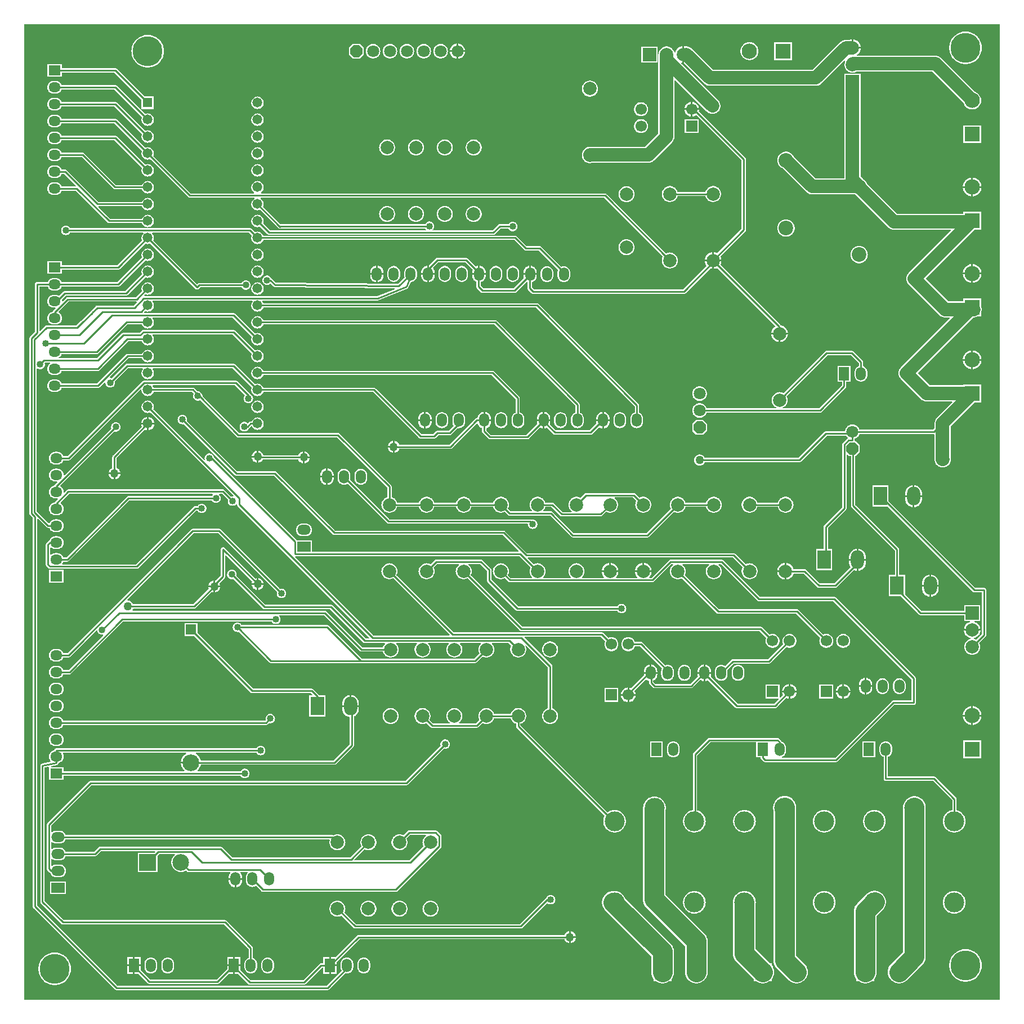
<source format=gbl>
G04 Layer_Physical_Order=2*
G04 Layer_Color=16711680*
%FSLAX24Y24*%
%MOIN*%
G70*
G01*
G75*
%ADD13C,0.0100*%
%ADD14C,0.0787*%
%ADD15C,0.0994*%
%ADD16R,0.0600X0.0600*%
%ADD17C,0.0787*%
%ADD18O,0.0787X0.1102*%
%ADD19R,0.0787X0.1102*%
%ADD20O,0.0591X0.0787*%
%ADD21R,0.0591X0.0787*%
%ADD22R,0.0787X0.0591*%
%ADD23O,0.0787X0.0591*%
%ADD24R,0.0709X0.0591*%
%ADD25O,0.0709X0.0591*%
%ADD26R,0.0580X0.0580*%
%ADD27C,0.0580*%
%ADD28C,0.0709*%
%ADD29P,0.0767X8X22.5*%
%ADD30R,0.0984X0.0984*%
%ADD31C,0.0984*%
%ADD32C,0.0906*%
%ADD33R,0.0906X0.0906*%
%ADD34C,0.0669*%
%ADD35R,0.0669X0.0669*%
%ADD36C,0.1181*%
%ADD37R,0.0787X0.0787*%
%ADD38C,0.0787*%
%ADD39R,0.0669X0.0669*%
%ADD40C,0.0866*%
%ADD41P,0.0767X8X112.5*%
%ADD42R,0.0906X0.0906*%
%ADD43R,0.0787X0.0787*%
%ADD44C,0.1772*%
%ADD45C,0.0400*%
%ADD46C,0.0500*%
%ADD47C,0.1181*%
G36*
X78405Y30650D02*
X20650D01*
Y88405D01*
X78405D01*
Y30650D01*
D02*
G37*
%LPC*%
G36*
X51782Y51859D02*
X51729Y51856D01*
X51677Y51847D01*
X51626Y51832D01*
X51577Y51812D01*
X51531Y51786D01*
X51487Y51756D01*
X51448Y51720D01*
X51412Y51681D01*
X51382Y51638D01*
X51356Y51591D01*
X51336Y51542D01*
X51321Y51491D01*
X51312Y51439D01*
X51309Y51386D01*
X51312Y51333D01*
X51321Y51281D01*
X51336Y51230D01*
X51356Y51181D01*
X51382Y51134D01*
X51412Y51091D01*
X51448Y51051D01*
X51487Y51016D01*
X51531Y50985D01*
X51577Y50960D01*
X51626Y50939D01*
X51677Y50925D01*
X51729Y50916D01*
X51782Y50913D01*
X51835Y50916D01*
X51888Y50925D01*
X51939Y50939D01*
X51988Y50960D01*
X52034Y50985D01*
X52077Y51016D01*
X52117Y51051D01*
X52152Y51091D01*
X52183Y51134D01*
X52209Y51181D01*
X52229Y51230D01*
X52244Y51281D01*
X52252Y51333D01*
X52255Y51386D01*
X52252Y51439D01*
X52244Y51491D01*
X52229Y51542D01*
X52209Y51591D01*
X52183Y51638D01*
X52152Y51681D01*
X52117Y51720D01*
X52077Y51756D01*
X52034Y51786D01*
X51988Y51812D01*
X51939Y51832D01*
X51888Y51847D01*
X51835Y51856D01*
X51782Y51859D01*
D02*
G37*
G36*
X65952Y52308D02*
X65898Y52304D01*
X65845Y52294D01*
X65794Y52276D01*
X65745Y52252D01*
X65700Y52222D01*
X65659Y52187D01*
X65624Y52146D01*
X65593Y52101D01*
X65569Y52052D01*
X65552Y52001D01*
X65541Y51948D01*
X65538Y51894D01*
X65541Y51840D01*
X65552Y51786D01*
X65569Y51735D01*
X65583Y51708D01*
X64685Y50809D01*
X62590D01*
X62565Y50807D01*
X62540Y50800D01*
X62518Y50788D01*
X62499Y50771D01*
X62129Y50402D01*
X62097Y50423D01*
X62053Y50445D01*
X62007Y50460D01*
X61959Y50470D01*
X61910Y50473D01*
X61861Y50470D01*
X61813Y50460D01*
X61767Y50445D01*
X61723Y50423D01*
X61682Y50396D01*
X61645Y50363D01*
X61613Y50327D01*
X61585Y50286D01*
X61564Y50242D01*
X61548Y50195D01*
X61538Y50147D01*
X61535Y50098D01*
Y49902D01*
X61538Y49853D01*
X61548Y49805D01*
X61564Y49758D01*
X61585Y49714D01*
X61613Y49673D01*
X61645Y49637D01*
X61682Y49604D01*
X61723Y49577D01*
X61767Y49555D01*
X61813Y49540D01*
X61861Y49530D01*
X61910Y49527D01*
X61959Y49530D01*
X62007Y49540D01*
X62053Y49555D01*
X62097Y49577D01*
X62138Y49604D01*
X62175Y49637D01*
X62207Y49673D01*
X62235Y49714D01*
X62256Y49758D01*
X62272Y49805D01*
X62282Y49853D01*
X62285Y49902D01*
Y50098D01*
X62282Y50147D01*
X62275Y50182D01*
X62644Y50551D01*
X64739D01*
X64764Y50553D01*
X64788Y50560D01*
X64810Y50572D01*
X64830Y50589D01*
X65766Y51525D01*
X65794Y51511D01*
X65845Y51494D01*
X65898Y51483D01*
X65952Y51479D01*
X66006Y51483D01*
X66059Y51494D01*
X66111Y51511D01*
X66159Y51535D01*
X66204Y51565D01*
X66245Y51601D01*
X66281Y51642D01*
X66311Y51687D01*
X66335Y51735D01*
X66352Y51786D01*
X66363Y51840D01*
X66366Y51894D01*
X66363Y51948D01*
X66352Y52001D01*
X66335Y52052D01*
X66311Y52101D01*
X66281Y52146D01*
X66245Y52187D01*
X66204Y52222D01*
X66159Y52252D01*
X66111Y52276D01*
X66059Y52294D01*
X66006Y52304D01*
X65952Y52308D01*
D02*
G37*
G36*
X69134D02*
X69080Y52304D01*
X69027Y52294D01*
X68976Y52276D01*
X68927Y52252D01*
X68882Y52222D01*
X68842Y52187D01*
X68806Y52146D01*
X68776Y52101D01*
X68752Y52052D01*
X68734Y52001D01*
X68724Y51948D01*
X68720Y51894D01*
X68724Y51840D01*
X68734Y51786D01*
X68752Y51735D01*
X68776Y51687D01*
X68806Y51642D01*
X68842Y51601D01*
X68882Y51565D01*
X68927Y51535D01*
X68976Y51511D01*
X69027Y51494D01*
X69080Y51483D01*
X69134Y51479D01*
X69189Y51483D01*
X69242Y51494D01*
X69293Y51511D01*
X69342Y51535D01*
X69387Y51565D01*
X69427Y51601D01*
X69463Y51642D01*
X69493Y51687D01*
X69517Y51735D01*
X69535Y51786D01*
X69545Y51840D01*
X69549Y51894D01*
X69545Y51948D01*
X69535Y52001D01*
X69517Y52052D01*
X69493Y52101D01*
X69463Y52146D01*
X69427Y52187D01*
X69387Y52222D01*
X69342Y52252D01*
X69293Y52276D01*
X69242Y52294D01*
X69189Y52304D01*
X69134Y52308D01*
D02*
G37*
G36*
X60960Y50491D02*
Y50050D01*
X61306D01*
Y50098D01*
X61303Y50150D01*
X61293Y50201D01*
X61276Y50250D01*
X61253Y50296D01*
X61224Y50340D01*
X61190Y50379D01*
X61151Y50413D01*
X61108Y50441D01*
X61062Y50464D01*
X61013Y50481D01*
X60962Y50491D01*
X60960Y50491D01*
D02*
G37*
G36*
X57678Y50491D02*
X57676Y50491D01*
X57625Y50481D01*
X57576Y50464D01*
X57530Y50441D01*
X57487Y50413D01*
X57448Y50379D01*
X57413Y50340D01*
X57385Y50296D01*
X57362Y50250D01*
X57345Y50201D01*
X57335Y50150D01*
X57332Y50098D01*
Y50050D01*
X57678D01*
Y50491D01*
D02*
G37*
G36*
X57778D02*
Y50050D01*
X58124D01*
Y50098D01*
X58120Y50150D01*
X58110Y50201D01*
X58094Y50250D01*
X58071Y50296D01*
X58042Y50340D01*
X58008Y50379D01*
X57969Y50413D01*
X57926Y50441D01*
X57879Y50464D01*
X57830Y50481D01*
X57779Y50491D01*
X57778Y50491D01*
D02*
G37*
G36*
X60860Y50491D02*
X60858Y50491D01*
X60807Y50481D01*
X60758Y50464D01*
X60712Y50441D01*
X60669Y50413D01*
X60630Y50379D01*
X60596Y50340D01*
X60567Y50296D01*
X60544Y50250D01*
X60527Y50201D01*
X60517Y50150D01*
X60514Y50098D01*
Y50050D01*
X60860D01*
Y50491D01*
D02*
G37*
G36*
X71804Y61090D02*
X70859D01*
Y59830D01*
X71778D01*
X76800Y54809D01*
X76820Y54792D01*
X76842Y54780D01*
X76866Y54773D01*
X76891Y54771D01*
X77351D01*
Y52305D01*
X77001Y51956D01*
X76977Y51970D01*
X76928Y51990D01*
X76877Y52005D01*
X76862Y52007D01*
Y52058D01*
X76882Y52061D01*
X76935Y52077D01*
X76986Y52098D01*
X77035Y52125D01*
X77080Y52157D01*
X77121Y52194D01*
X77158Y52235D01*
X77190Y52280D01*
X77217Y52329D01*
X77238Y52380D01*
X77254Y52433D01*
X77263Y52488D01*
X77263Y52493D01*
X76772D01*
X76280D01*
X76280Y52488D01*
X76290Y52433D01*
X76305Y52380D01*
X76326Y52329D01*
X76353Y52280D01*
X76385Y52235D01*
X76422Y52194D01*
X76463Y52157D01*
X76509Y52125D01*
X76557Y52098D01*
X76608Y52077D01*
X76662Y52061D01*
X76681Y52058D01*
Y52007D01*
X76666Y52005D01*
X76615Y51990D01*
X76566Y51970D01*
X76520Y51944D01*
X76477Y51913D01*
X76437Y51878D01*
X76402Y51838D01*
X76371Y51795D01*
X76345Y51749D01*
X76325Y51700D01*
X76310Y51649D01*
X76301Y51596D01*
X76298Y51543D01*
X76301Y51490D01*
X76310Y51438D01*
X76325Y51387D01*
X76345Y51338D01*
X76371Y51292D01*
X76402Y51248D01*
X76437Y51209D01*
X76477Y51173D01*
X76520Y51143D01*
X76566Y51117D01*
X76615Y51097D01*
X76666Y51082D01*
X76719Y51073D01*
X76772Y51070D01*
X76825Y51073D01*
X76877Y51082D01*
X76928Y51097D01*
X76977Y51117D01*
X77023Y51143D01*
X77067Y51173D01*
X77106Y51209D01*
X77142Y51248D01*
X77172Y51292D01*
X77198Y51338D01*
X77218Y51387D01*
X77233Y51438D01*
X77242Y51490D01*
X77245Y51543D01*
X77242Y51596D01*
X77233Y51649D01*
X77218Y51700D01*
X77198Y51749D01*
X77184Y51773D01*
X77571Y52160D01*
X77588Y52180D01*
X77600Y52202D01*
X77607Y52226D01*
X77609Y52252D01*
Y54902D01*
X77607Y54927D01*
X77600Y54951D01*
X77588Y54974D01*
X77571Y54993D01*
X77552Y55009D01*
X77530Y55021D01*
X77505Y55029D01*
X77480Y55031D01*
X77461Y55029D01*
X76945D01*
X71804Y60171D01*
Y61090D01*
D02*
G37*
G36*
X34807Y55210D02*
X34510D01*
Y54913D01*
X34551Y54921D01*
X34594Y54936D01*
X34635Y54956D01*
X34674Y54982D01*
X34708Y55012D01*
X34738Y55046D01*
X34764Y55085D01*
X34784Y55126D01*
X34799Y55169D01*
X34807Y55210D01*
D02*
G37*
G36*
X31840Y55465D02*
X31799Y55457D01*
X31756Y55442D01*
X31714Y55422D01*
X31676Y55396D01*
X31642Y55366D01*
X31611Y55332D01*
X31586Y55293D01*
X31566Y55252D01*
X31551Y55209D01*
X31543Y55168D01*
X31840D01*
Y55465D01*
D02*
G37*
G36*
X74240Y55809D02*
X74235Y55809D01*
X74180Y55800D01*
X74127Y55784D01*
X74075Y55763D01*
X74027Y55736D01*
X73982Y55704D01*
X73940Y55667D01*
X73903Y55626D01*
X73871Y55581D01*
X73844Y55532D01*
X73823Y55481D01*
X73808Y55428D01*
X73799Y55373D01*
X73796Y55317D01*
Y55210D01*
X74240D01*
Y55809D01*
D02*
G37*
G36*
X34410Y55210D02*
X34113D01*
X34121Y55169D01*
X34136Y55126D01*
X34156Y55085D01*
X34182Y55046D01*
X34212Y55012D01*
X34246Y54982D01*
X34285Y54956D01*
X34326Y54936D01*
X34369Y54921D01*
X34410Y54913D01*
Y55210D01*
D02*
G37*
G36*
X74240Y55110D02*
X73796D01*
Y55003D01*
X73799Y54947D01*
X73808Y54892D01*
X73823Y54839D01*
X73844Y54788D01*
X73871Y54739D01*
X73903Y54694D01*
X73940Y54653D01*
X73982Y54616D01*
X74027Y54584D01*
X74075Y54557D01*
X74127Y54536D01*
X74180Y54520D01*
X74235Y54511D01*
X74240Y54511D01*
Y55110D01*
D02*
G37*
G36*
X74784D02*
X74340D01*
Y54511D01*
X74345Y54511D01*
X74400Y54520D01*
X74453Y54536D01*
X74505Y54557D01*
X74553Y54584D01*
X74598Y54616D01*
X74640Y54653D01*
X74677Y54694D01*
X74709Y54739D01*
X74736Y54788D01*
X74757Y54839D01*
X74772Y54892D01*
X74781Y54947D01*
X74784Y55003D01*
Y55110D01*
D02*
G37*
G36*
X32237Y55068D02*
X31940D01*
Y54771D01*
X31981Y54779D01*
X32024Y54794D01*
X32065Y54814D01*
X32103Y54840D01*
X32138Y54870D01*
X32168Y54905D01*
X32194Y54943D01*
X32214Y54984D01*
X32229Y55027D01*
X32237Y55068D01*
D02*
G37*
G36*
X59728Y50473D02*
X59679Y50470D01*
X59631Y50460D01*
X59584Y50445D01*
X59540Y50423D01*
X59500Y50396D01*
X59463Y50363D01*
X59430Y50327D01*
X59403Y50286D01*
X59381Y50242D01*
X59366Y50195D01*
X59356Y50147D01*
X59353Y50098D01*
Y49902D01*
X59356Y49853D01*
X59366Y49805D01*
X59381Y49758D01*
X59403Y49714D01*
X59430Y49673D01*
X59463Y49637D01*
X59500Y49604D01*
X59540Y49577D01*
X59584Y49555D01*
X59631Y49540D01*
X59679Y49530D01*
X59728Y49527D01*
X59777Y49530D01*
X59825Y49540D01*
X59871Y49555D01*
X59915Y49577D01*
X59956Y49604D01*
X59993Y49637D01*
X60025Y49673D01*
X60052Y49714D01*
X60074Y49758D01*
X60090Y49805D01*
X60099Y49853D01*
X60103Y49902D01*
Y50098D01*
X60099Y50147D01*
X60090Y50195D01*
X60074Y50242D01*
X60052Y50286D01*
X60025Y50327D01*
X59993Y50363D01*
X59956Y50396D01*
X59915Y50423D01*
X59871Y50445D01*
X59825Y50460D01*
X59777Y50470D01*
X59728Y50473D01*
D02*
G37*
G36*
X72457Y49686D02*
X72408Y49683D01*
X72360Y49673D01*
X72313Y49657D01*
X72269Y49636D01*
X72229Y49608D01*
X72192Y49576D01*
X72159Y49539D01*
X72132Y49498D01*
X72110Y49454D01*
X72095Y49408D01*
X72085Y49360D01*
X72082Y49311D01*
Y49114D01*
X72085Y49065D01*
X72095Y49017D01*
X72110Y48971D01*
X72132Y48927D01*
X72159Y48886D01*
X72192Y48849D01*
X72229Y48817D01*
X72269Y48790D01*
X72313Y48768D01*
X72360Y48752D01*
X72408Y48743D01*
X72457Y48739D01*
X72506Y48743D01*
X72554Y48752D01*
X72600Y48768D01*
X72644Y48790D01*
X72685Y48817D01*
X72722Y48849D01*
X72754Y48886D01*
X72781Y48927D01*
X72803Y48971D01*
X72819Y49017D01*
X72828Y49065D01*
X72832Y49114D01*
Y49311D01*
X72828Y49360D01*
X72819Y49408D01*
X72803Y49454D01*
X72781Y49498D01*
X72754Y49539D01*
X72722Y49576D01*
X72685Y49608D01*
X72644Y49636D01*
X72600Y49657D01*
X72554Y49673D01*
X72506Y49683D01*
X72457Y49686D01*
D02*
G37*
G36*
X56356Y49129D02*
X56349Y49129D01*
X56293Y49118D01*
X56239Y49099D01*
X56188Y49074D01*
X56140Y49042D01*
X56098Y49005D01*
X56060Y48962D01*
X56028Y48915D01*
X56003Y48864D01*
X55985Y48810D01*
X55974Y48754D01*
X55973Y48747D01*
X56356D01*
Y49129D01*
D02*
G37*
G36*
X69084Y49326D02*
X69078Y49326D01*
X69022Y49314D01*
X68968Y49296D01*
X68917Y49271D01*
X68869Y49239D01*
X68826Y49202D01*
X68789Y49159D01*
X68757Y49111D01*
X68732Y49060D01*
X68714Y49006D01*
X68703Y48951D01*
X68702Y48944D01*
X69084D01*
Y49326D01*
D02*
G37*
G36*
X71457Y49686D02*
X71408Y49683D01*
X71360Y49673D01*
X71313Y49657D01*
X71269Y49636D01*
X71229Y49608D01*
X71192Y49576D01*
X71159Y49539D01*
X71132Y49498D01*
X71110Y49454D01*
X71095Y49408D01*
X71085Y49360D01*
X71082Y49311D01*
Y49114D01*
X71085Y49065D01*
X71095Y49017D01*
X71110Y48971D01*
X71132Y48927D01*
X71159Y48886D01*
X71192Y48849D01*
X71229Y48817D01*
X71269Y48790D01*
X71313Y48768D01*
X71360Y48752D01*
X71408Y48743D01*
X71457Y48739D01*
X71506Y48743D01*
X71554Y48752D01*
X71600Y48768D01*
X71644Y48790D01*
X71685Y48817D01*
X71722Y48849D01*
X71754Y48886D01*
X71781Y48927D01*
X71803Y48971D01*
X71819Y49017D01*
X71828Y49065D01*
X71832Y49114D01*
Y49311D01*
X71828Y49360D01*
X71819Y49408D01*
X71803Y49454D01*
X71781Y49498D01*
X71754Y49539D01*
X71722Y49576D01*
X71685Y49608D01*
X71644Y49636D01*
X71600Y49657D01*
X71554Y49673D01*
X71506Y49683D01*
X71457Y49686D01*
D02*
G37*
G36*
X22598Y49422D02*
X22480D01*
X22431Y49419D01*
X22383Y49409D01*
X22337Y49394D01*
X22293Y49372D01*
X22252Y49345D01*
X22215Y49312D01*
X22183Y49275D01*
X22156Y49235D01*
X22134Y49191D01*
X22118Y49144D01*
X22109Y49096D01*
X22105Y49047D01*
X22109Y48998D01*
X22118Y48950D01*
X22134Y48904D01*
X22156Y48860D01*
X22183Y48819D01*
X22215Y48782D01*
X22252Y48750D01*
X22293Y48723D01*
X22337Y48701D01*
X22383Y48685D01*
X22431Y48676D01*
X22480Y48672D01*
X22598D01*
X22647Y48676D01*
X22695Y48685D01*
X22742Y48701D01*
X22786Y48723D01*
X22826Y48750D01*
X22863Y48782D01*
X22896Y48819D01*
X22923Y48860D01*
X22945Y48904D01*
X22960Y48950D01*
X22970Y48998D01*
X22973Y49047D01*
X22970Y49096D01*
X22960Y49144D01*
X22945Y49191D01*
X22923Y49235D01*
X22896Y49275D01*
X22863Y49312D01*
X22826Y49345D01*
X22786Y49372D01*
X22742Y49394D01*
X22695Y49409D01*
X22647Y49419D01*
X22598Y49422D01*
D02*
G37*
G36*
X70853Y49163D02*
X70507D01*
Y48721D01*
X70508Y48721D01*
X70559Y48732D01*
X70608Y48748D01*
X70655Y48771D01*
X70698Y48800D01*
X70737Y48834D01*
X70771Y48873D01*
X70800Y48916D01*
X70823Y48963D01*
X70839Y49012D01*
X70849Y49062D01*
X70853Y49114D01*
Y49163D01*
D02*
G37*
G36*
X70407D02*
X70061D01*
Y49114D01*
X70064Y49062D01*
X70074Y49012D01*
X70091Y48963D01*
X70114Y48916D01*
X70142Y48873D01*
X70177Y48834D01*
X70216Y48800D01*
X70259Y48771D01*
X70305Y48748D01*
X70354Y48732D01*
X70405Y48721D01*
X70407Y48721D01*
Y49163D01*
D02*
G37*
G36*
X69184Y49326D02*
Y48944D01*
X69567D01*
X69566Y48951D01*
X69555Y49006D01*
X69537Y49060D01*
X69512Y49111D01*
X69480Y49159D01*
X69442Y49202D01*
X69400Y49239D01*
X69352Y49271D01*
X69301Y49296D01*
X69247Y49314D01*
X69191Y49326D01*
X69184Y49326D01*
D02*
G37*
G36*
X60860Y49950D02*
X60514D01*
Y49902D01*
X60517Y49850D01*
X60527Y49800D01*
X60076Y49349D01*
X58014D01*
X57889Y49474D01*
Y49541D01*
X57926Y49559D01*
X57969Y49587D01*
X58008Y49621D01*
X58042Y49660D01*
X58071Y49704D01*
X58094Y49750D01*
X58110Y49799D01*
X58120Y49850D01*
X58124Y49902D01*
Y49950D01*
X57728D01*
X57332D01*
Y49902D01*
X57333Y49876D01*
X56560Y49103D01*
X56518Y49118D01*
X56462Y49129D01*
X56456Y49129D01*
Y48747D01*
X56838D01*
X56837Y48754D01*
X56826Y48810D01*
X56808Y48864D01*
X56783Y48915D01*
X56765Y48942D01*
X57445Y49622D01*
X57448Y49621D01*
X57487Y49587D01*
X57530Y49559D01*
X57576Y49536D01*
X57625Y49519D01*
X57631Y49518D01*
Y49420D01*
X57633Y49395D01*
X57640Y49370D01*
X57652Y49348D01*
X57669Y49329D01*
X57869Y49129D01*
X57888Y49112D01*
X57910Y49100D01*
X57935Y49093D01*
X57960Y49091D01*
X60130D01*
X60155Y49093D01*
X60180Y49100D01*
X60202Y49112D01*
X60221Y49129D01*
X60676Y49583D01*
X60712Y49559D01*
X60758Y49536D01*
X60807Y49519D01*
X60858Y49509D01*
X60860Y49509D01*
Y49950D01*
D02*
G37*
G36*
X62910Y50473D02*
X62861Y50470D01*
X62813Y50460D01*
X62767Y50445D01*
X62723Y50423D01*
X62682Y50396D01*
X62645Y50363D01*
X62613Y50327D01*
X62585Y50286D01*
X62564Y50242D01*
X62548Y50195D01*
X62538Y50147D01*
X62535Y50098D01*
Y49902D01*
X62538Y49853D01*
X62548Y49805D01*
X62564Y49758D01*
X62585Y49714D01*
X62613Y49673D01*
X62645Y49637D01*
X62682Y49604D01*
X62723Y49577D01*
X62767Y49555D01*
X62813Y49540D01*
X62861Y49530D01*
X62910Y49527D01*
X62959Y49530D01*
X63007Y49540D01*
X63053Y49555D01*
X63097Y49577D01*
X63138Y49604D01*
X63175Y49637D01*
X63207Y49673D01*
X63235Y49714D01*
X63256Y49758D01*
X63272Y49805D01*
X63282Y49853D01*
X63285Y49902D01*
Y50098D01*
X63282Y50147D01*
X63272Y50195D01*
X63256Y50242D01*
X63235Y50286D01*
X63207Y50327D01*
X63175Y50363D01*
X63138Y50396D01*
X63097Y50423D01*
X63053Y50445D01*
X63007Y50460D01*
X62959Y50470D01*
X62910Y50473D01*
D02*
G37*
G36*
X56406Y52111D02*
X56351Y52108D01*
X56298Y52097D01*
X56247Y52080D01*
X56198Y52056D01*
X56153Y52026D01*
X56113Y51990D01*
X56077Y51949D01*
X56047Y51904D01*
X56023Y51855D01*
X56005Y51804D01*
X55995Y51751D01*
X55991Y51697D01*
X55995Y51643D01*
X56005Y51590D01*
X56023Y51538D01*
X56047Y51490D01*
X56077Y51445D01*
X56113Y51404D01*
X56153Y51368D01*
X56198Y51338D01*
X56247Y51314D01*
X56298Y51297D01*
X56351Y51286D01*
X56406Y51283D01*
X56460Y51286D01*
X56513Y51297D01*
X56564Y51314D01*
X56613Y51338D01*
X56658Y51368D01*
X56698Y51404D01*
X56734Y51445D01*
X56764Y51490D01*
X56788Y51538D01*
X56798Y51568D01*
X57120D01*
X58403Y50285D01*
X58381Y50242D01*
X58366Y50195D01*
X58356Y50147D01*
X58353Y50098D01*
Y49902D01*
X58356Y49853D01*
X58366Y49805D01*
X58381Y49758D01*
X58403Y49714D01*
X58430Y49673D01*
X58463Y49637D01*
X58500Y49604D01*
X58540Y49577D01*
X58584Y49555D01*
X58631Y49540D01*
X58679Y49530D01*
X58728Y49527D01*
X58777Y49530D01*
X58825Y49540D01*
X58871Y49555D01*
X58915Y49577D01*
X58956Y49604D01*
X58993Y49637D01*
X59025Y49673D01*
X59052Y49714D01*
X59074Y49758D01*
X59090Y49805D01*
X59099Y49853D01*
X59103Y49902D01*
Y50098D01*
X59099Y50147D01*
X59090Y50195D01*
X59074Y50242D01*
X59052Y50286D01*
X59025Y50327D01*
X58993Y50363D01*
X58956Y50396D01*
X58915Y50423D01*
X58871Y50445D01*
X58825Y50460D01*
X58777Y50470D01*
X58728Y50473D01*
X58679Y50470D01*
X58631Y50460D01*
X58602Y50451D01*
X57265Y51788D01*
X57245Y51804D01*
X57223Y51816D01*
X57198Y51824D01*
X57173Y51826D01*
X56798D01*
X56788Y51855D01*
X56764Y51904D01*
X56734Y51949D01*
X56698Y51990D01*
X56658Y52026D01*
X56613Y52056D01*
X56564Y52080D01*
X56513Y52097D01*
X56460Y52108D01*
X56406Y52111D01*
D02*
G37*
G36*
X70507Y49704D02*
Y49263D01*
X70853D01*
Y49311D01*
X70849Y49363D01*
X70839Y49414D01*
X70823Y49463D01*
X70800Y49509D01*
X70771Y49552D01*
X70737Y49591D01*
X70698Y49625D01*
X70655Y49654D01*
X70608Y49677D01*
X70559Y49694D01*
X70508Y49704D01*
X70507Y49704D01*
D02*
G37*
G36*
X65902Y49326D02*
X65895Y49326D01*
X65839Y49314D01*
X65786Y49296D01*
X65734Y49271D01*
X65687Y49239D01*
X65644Y49202D01*
X65607Y49159D01*
X65575Y49111D01*
X65550Y49060D01*
X65531Y49006D01*
X65520Y48951D01*
X65520Y48944D01*
X65902D01*
Y49326D01*
D02*
G37*
G36*
X66002D02*
Y48944D01*
X66385D01*
X66384Y48951D01*
X66373Y49006D01*
X66355Y49060D01*
X66329Y49111D01*
X66298Y49159D01*
X66260Y49202D01*
X66217Y49239D01*
X66170Y49271D01*
X66119Y49296D01*
X66065Y49314D01*
X66009Y49326D01*
X66002Y49326D01*
D02*
G37*
G36*
X70407Y49704D02*
X70405Y49704D01*
X70354Y49694D01*
X70305Y49677D01*
X70259Y49654D01*
X70216Y49625D01*
X70177Y49591D01*
X70142Y49552D01*
X70114Y49509D01*
X70091Y49463D01*
X70074Y49414D01*
X70064Y49363D01*
X70061Y49311D01*
Y49263D01*
X70407D01*
Y49704D01*
D02*
G37*
G36*
X73250Y61109D02*
X73245Y61109D01*
X73190Y61100D01*
X73137Y61084D01*
X73085Y61063D01*
X73037Y61036D01*
X72992Y61004D01*
X72950Y60967D01*
X72913Y60926D01*
X72881Y60881D01*
X72854Y60832D01*
X72833Y60781D01*
X72818Y60728D01*
X72809Y60673D01*
X72806Y60617D01*
Y60510D01*
X73250D01*
Y61109D01*
D02*
G37*
G36*
X73350D02*
Y60510D01*
X73794D01*
Y60617D01*
X73791Y60673D01*
X73782Y60728D01*
X73767Y60781D01*
X73746Y60832D01*
X73719Y60881D01*
X73687Y60926D01*
X73650Y60967D01*
X73608Y61004D01*
X73563Y61036D01*
X73515Y61063D01*
X73463Y61084D01*
X73410Y61100D01*
X73355Y61109D01*
X73350Y61109D01*
D02*
G37*
G36*
X38963Y61564D02*
X38617D01*
Y61123D01*
X38619Y61123D01*
X38669Y61133D01*
X38719Y61150D01*
X38765Y61173D01*
X38808Y61201D01*
X38847Y61236D01*
X38881Y61275D01*
X38910Y61318D01*
X38933Y61364D01*
X38950Y61413D01*
X38960Y61464D01*
X38963Y61516D01*
Y61564D01*
D02*
G37*
G36*
X65717Y60428D02*
X65664Y60425D01*
X65612Y60416D01*
X65561Y60401D01*
X65512Y60381D01*
X65466Y60355D01*
X65422Y60324D01*
X65383Y60289D01*
X65347Y60249D01*
X65317Y60206D01*
X65291Y60160D01*
X65271Y60111D01*
X65263Y60084D01*
X64047D01*
X64039Y60111D01*
X64019Y60160D01*
X63993Y60206D01*
X63962Y60249D01*
X63927Y60289D01*
X63887Y60324D01*
X63844Y60355D01*
X63798Y60381D01*
X63749Y60401D01*
X63698Y60416D01*
X63645Y60425D01*
X63592Y60428D01*
X63539Y60425D01*
X63487Y60416D01*
X63436Y60401D01*
X63387Y60381D01*
X63341Y60355D01*
X63297Y60324D01*
X63258Y60289D01*
X63222Y60249D01*
X63192Y60206D01*
X63166Y60160D01*
X63146Y60111D01*
X63131Y60060D01*
X63122Y60007D01*
X63119Y59954D01*
X63122Y59901D01*
X63131Y59849D01*
X63146Y59798D01*
X63166Y59749D01*
X63192Y59703D01*
X63222Y59659D01*
X63258Y59620D01*
X63297Y59584D01*
X63341Y59554D01*
X63387Y59528D01*
X63436Y59508D01*
X63487Y59493D01*
X63539Y59484D01*
X63592Y59481D01*
X63645Y59484D01*
X63698Y59493D01*
X63749Y59508D01*
X63798Y59528D01*
X63844Y59554D01*
X63887Y59584D01*
X63927Y59620D01*
X63962Y59659D01*
X63993Y59703D01*
X64019Y59749D01*
X64039Y59798D01*
X64047Y59825D01*
X65263D01*
X65271Y59798D01*
X65291Y59749D01*
X65317Y59703D01*
X65347Y59659D01*
X65383Y59620D01*
X65422Y59584D01*
X65466Y59554D01*
X65512Y59528D01*
X65561Y59508D01*
X65612Y59493D01*
X65664Y59484D01*
X65717Y59481D01*
X65770Y59484D01*
X65823Y59493D01*
X65874Y59508D01*
X65923Y59528D01*
X65969Y59554D01*
X66012Y59584D01*
X66052Y59620D01*
X66087Y59659D01*
X66118Y59703D01*
X66144Y59749D01*
X66164Y59798D01*
X66179Y59849D01*
X66188Y59901D01*
X66191Y59954D01*
X66188Y60007D01*
X66179Y60060D01*
X66164Y60111D01*
X66144Y60160D01*
X66118Y60206D01*
X66087Y60249D01*
X66052Y60289D01*
X66012Y60324D01*
X65969Y60355D01*
X65923Y60381D01*
X65874Y60401D01*
X65823Y60416D01*
X65770Y60425D01*
X65717Y60428D01*
D02*
G37*
G36*
X39567Y62087D02*
X39518Y62084D01*
X39470Y62075D01*
X39423Y62059D01*
X39380Y62037D01*
X39339Y62010D01*
X39302Y61978D01*
X39270Y61941D01*
X39242Y61900D01*
X39221Y61856D01*
X39205Y61810D01*
X39195Y61762D01*
X39192Y61713D01*
Y61516D01*
X39195Y61467D01*
X39205Y61419D01*
X39221Y61372D01*
X39242Y61328D01*
X39270Y61288D01*
X39302Y61251D01*
X39339Y61218D01*
X39380Y61191D01*
X39423Y61169D01*
X39470Y61154D01*
X39518Y61144D01*
X39567Y61141D01*
X39616Y61144D01*
X39664Y61154D01*
X39710Y61169D01*
X39754Y61191D01*
X39786Y61212D01*
X42130Y58869D01*
X42149Y58852D01*
X42172Y58840D01*
X42196Y58833D01*
X42221Y58831D01*
X50442D01*
X50470Y58800D01*
X50474Y58756D01*
X50484Y58714D01*
X50501Y58673D01*
X50524Y58636D01*
X50552Y58602D01*
X50586Y58574D01*
X50623Y58551D01*
X50664Y58534D01*
X50706Y58524D01*
X50750Y58520D01*
X50794Y58524D01*
X50836Y58534D01*
X50877Y58551D01*
X50914Y58574D01*
X50948Y58602D01*
X50976Y58636D01*
X50999Y58673D01*
X51016Y58714D01*
X51026Y58756D01*
X51030Y58800D01*
X51026Y58844D01*
X51016Y58886D01*
X50999Y58927D01*
X50976Y58964D01*
X50948Y58998D01*
X50914Y59026D01*
X50877Y59049D01*
X50836Y59066D01*
X50794Y59076D01*
X50750Y59080D01*
X50706Y59076D01*
X50664Y59066D01*
X50662Y59068D01*
X50640Y59080D01*
X50615Y59087D01*
X50590Y59089D01*
X42275D01*
X39932Y61432D01*
X39939Y61467D01*
X39942Y61516D01*
Y61713D01*
X39939Y61762D01*
X39929Y61810D01*
X39913Y61856D01*
X39892Y61900D01*
X39864Y61941D01*
X39832Y61978D01*
X39795Y62010D01*
X39754Y62037D01*
X39710Y62059D01*
X39664Y62075D01*
X39616Y62084D01*
X39567Y62087D01*
D02*
G37*
G36*
X73250Y60410D02*
X72806D01*
Y60303D01*
X72809Y60247D01*
X72818Y60192D01*
X72833Y60139D01*
X72854Y60088D01*
X72881Y60039D01*
X72913Y59994D01*
X72950Y59953D01*
X72992Y59916D01*
X73037Y59884D01*
X73085Y59857D01*
X73137Y59836D01*
X73190Y59820D01*
X73245Y59811D01*
X73250Y59811D01*
Y60410D01*
D02*
G37*
G36*
X73794D02*
X73350D01*
Y59811D01*
X73355Y59811D01*
X73410Y59820D01*
X73463Y59836D01*
X73515Y59857D01*
X73563Y59884D01*
X73608Y59916D01*
X73650Y59953D01*
X73687Y59994D01*
X73719Y60039D01*
X73746Y60088D01*
X73767Y60139D01*
X73782Y60192D01*
X73791Y60247D01*
X73794Y60303D01*
Y60410D01*
D02*
G37*
G36*
X38517Y61564D02*
X38171D01*
Y61516D01*
X38174Y61464D01*
X38184Y61413D01*
X38201Y61364D01*
X38224Y61318D01*
X38253Y61275D01*
X38287Y61236D01*
X38326Y61201D01*
X38369Y61173D01*
X38415Y61150D01*
X38464Y61133D01*
X38515Y61123D01*
X38517Y61123D01*
Y61564D01*
D02*
G37*
G36*
X38617Y62105D02*
Y61664D01*
X38963D01*
Y61713D01*
X38960Y61764D01*
X38950Y61815D01*
X38933Y61864D01*
X38910Y61911D01*
X38881Y61954D01*
X38847Y61993D01*
X38808Y62027D01*
X38765Y62056D01*
X38719Y62079D01*
X38669Y62095D01*
X38619Y62105D01*
X38617Y62105D01*
D02*
G37*
G36*
X34510Y63147D02*
Y62800D01*
Y62453D01*
X34551Y62461D01*
X34594Y62476D01*
X34635Y62496D01*
X34674Y62522D01*
X34708Y62552D01*
X34738Y62586D01*
X34764Y62625D01*
X34767Y62631D01*
X36864D01*
X36866Y62626D01*
X36886Y62585D01*
X36912Y62546D01*
X36942Y62512D01*
X36976Y62482D01*
X37015Y62456D01*
X37056Y62436D01*
X37099Y62421D01*
X37140Y62413D01*
Y62760D01*
Y63107D01*
X37099Y63099D01*
X37056Y63084D01*
X37015Y63064D01*
X36976Y63038D01*
X36942Y63008D01*
X36912Y62974D01*
X36886Y62935D01*
X36866Y62894D01*
X36864Y62889D01*
X34799D01*
X34799Y62891D01*
X34784Y62934D01*
X34764Y62975D01*
X34738Y63014D01*
X34708Y63048D01*
X34674Y63078D01*
X34635Y63104D01*
X34594Y63124D01*
X34551Y63139D01*
X34510Y63147D01*
D02*
G37*
G36*
X37537Y62710D02*
X37240D01*
Y62413D01*
X37281Y62421D01*
X37324Y62436D01*
X37365Y62456D01*
X37404Y62482D01*
X37438Y62512D01*
X37468Y62546D01*
X37494Y62585D01*
X37514Y62626D01*
X37529Y62669D01*
X37537Y62710D01*
D02*
G37*
G36*
X38517Y62105D02*
X38515Y62105D01*
X38464Y62095D01*
X38415Y62079D01*
X38369Y62056D01*
X38326Y62027D01*
X38287Y61993D01*
X38253Y61954D01*
X38224Y61911D01*
X38201Y61864D01*
X38184Y61815D01*
X38174Y61764D01*
X38171Y61713D01*
Y61664D01*
X38517D01*
Y62105D01*
D02*
G37*
G36*
X40567Y62087D02*
X40518Y62084D01*
X40470Y62075D01*
X40423Y62059D01*
X40380Y62037D01*
X40339Y62010D01*
X40302Y61978D01*
X40270Y61941D01*
X40242Y61900D01*
X40221Y61856D01*
X40205Y61810D01*
X40195Y61762D01*
X40192Y61713D01*
Y61516D01*
X40195Y61467D01*
X40205Y61419D01*
X40221Y61372D01*
X40242Y61328D01*
X40270Y61288D01*
X40302Y61251D01*
X40339Y61218D01*
X40380Y61191D01*
X40423Y61169D01*
X40470Y61154D01*
X40518Y61144D01*
X40567Y61141D01*
X40616Y61144D01*
X40664Y61154D01*
X40710Y61169D01*
X40754Y61191D01*
X40795Y61218D01*
X40832Y61251D01*
X40864Y61288D01*
X40892Y61328D01*
X40913Y61372D01*
X40929Y61419D01*
X40939Y61467D01*
X40942Y61516D01*
Y61713D01*
X40939Y61762D01*
X40929Y61810D01*
X40913Y61856D01*
X40892Y61900D01*
X40864Y61941D01*
X40832Y61978D01*
X40795Y62010D01*
X40754Y62037D01*
X40710Y62059D01*
X40664Y62075D01*
X40616Y62084D01*
X40567Y62087D01*
D02*
G37*
G36*
X25934Y61761D02*
X25637D01*
X25645Y61720D01*
X25660Y61677D01*
X25680Y61636D01*
X25706Y61597D01*
X25736Y61563D01*
X25771Y61533D01*
X25809Y61507D01*
X25850Y61487D01*
X25893Y61472D01*
X25934Y61464D01*
Y61761D01*
D02*
G37*
G36*
X26331D02*
X26034D01*
Y61464D01*
X26075Y61472D01*
X26118Y61487D01*
X26160Y61507D01*
X26198Y61533D01*
X26232Y61563D01*
X26263Y61597D01*
X26288Y61636D01*
X26308Y61677D01*
X26323Y61720D01*
X26331Y61761D01*
D02*
G37*
G36*
X37303Y58839D02*
X37106D01*
X37057Y58836D01*
X37009Y58827D01*
X36963Y58811D01*
X36919Y58789D01*
X36878Y58762D01*
X36841Y58730D01*
X36809Y58693D01*
X36782Y58652D01*
X36760Y58608D01*
X36744Y58562D01*
X36735Y58513D01*
X36731Y58465D01*
X36735Y58416D01*
X36744Y58368D01*
X36760Y58321D01*
X36782Y58277D01*
X36809Y58236D01*
X36841Y58200D01*
X36878Y58167D01*
X36919Y58140D01*
X36963Y58118D01*
X37009Y58103D01*
X37057Y58093D01*
X37106Y58090D01*
X37303D01*
X37352Y58093D01*
X37400Y58103D01*
X37447Y58118D01*
X37491Y58140D01*
X37531Y58167D01*
X37568Y58200D01*
X37601Y58236D01*
X37628Y58277D01*
X37649Y58321D01*
X37665Y58368D01*
X37675Y58416D01*
X37678Y58465D01*
X37675Y58513D01*
X37665Y58562D01*
X37649Y58608D01*
X37628Y58652D01*
X37601Y58693D01*
X37568Y58730D01*
X37531Y58762D01*
X37491Y58789D01*
X37447Y58811D01*
X37400Y58827D01*
X37352Y58836D01*
X37303Y58839D01*
D02*
G37*
G36*
X22972Y56091D02*
X22106D01*
Y55343D01*
X22972D01*
Y56091D01*
D02*
G37*
G36*
X65667Y55967D02*
X65226D01*
X65226Y55962D01*
X65235Y55907D01*
X65251Y55854D01*
X65272Y55803D01*
X65299Y55754D01*
X65331Y55709D01*
X65368Y55668D01*
X65409Y55631D01*
X65454Y55599D01*
X65503Y55572D01*
X65554Y55551D01*
X65607Y55535D01*
X65662Y55526D01*
X65667Y55526D01*
Y55967D01*
D02*
G37*
G36*
X70475Y56643D02*
X70030D01*
Y56044D01*
X70036Y56044D01*
X70090Y56053D01*
X70144Y56069D01*
X70195Y56090D01*
X70243Y56117D01*
X70289Y56149D01*
X70330Y56186D01*
X70367Y56227D01*
X70399Y56272D01*
X70426Y56321D01*
X70447Y56372D01*
X70462Y56425D01*
X70472Y56480D01*
X70475Y56535D01*
Y56643D01*
D02*
G37*
G36*
X34510Y55607D02*
Y55310D01*
X34807D01*
X34799Y55351D01*
X34784Y55394D01*
X34764Y55435D01*
X34738Y55474D01*
X34708Y55508D01*
X34674Y55538D01*
X34635Y55564D01*
X34594Y55584D01*
X34551Y55599D01*
X34510Y55607D01*
D02*
G37*
G36*
X74340Y55809D02*
Y55210D01*
X74784D01*
Y55317D01*
X74781Y55373D01*
X74772Y55428D01*
X74757Y55481D01*
X74736Y55532D01*
X74709Y55581D01*
X74677Y55626D01*
X74640Y55667D01*
X74598Y55704D01*
X74553Y55736D01*
X74505Y55763D01*
X74453Y55784D01*
X74400Y55800D01*
X74345Y55809D01*
X74340Y55809D01*
D02*
G37*
G36*
X69930Y56643D02*
X69486D01*
Y56535D01*
X69489Y56480D01*
X69498Y56425D01*
X69514Y56372D01*
X69535Y56321D01*
X69562Y56272D01*
X69569Y56262D01*
X68611Y55304D01*
X67744D01*
X66939Y56109D01*
X66919Y56125D01*
X66897Y56137D01*
X66873Y56144D01*
X66847Y56147D01*
X66194D01*
X66184Y56181D01*
X66163Y56232D01*
X66136Y56280D01*
X66104Y56326D01*
X66067Y56367D01*
X66026Y56404D01*
X65980Y56436D01*
X65932Y56463D01*
X65881Y56484D01*
X65827Y56499D01*
X65773Y56509D01*
X65767Y56509D01*
Y56017D01*
Y55526D01*
X65773Y55526D01*
X65827Y55535D01*
X65881Y55551D01*
X65932Y55572D01*
X65980Y55599D01*
X66026Y55631D01*
X66067Y55668D01*
X66104Y55709D01*
X66136Y55754D01*
X66163Y55803D01*
X66184Y55854D01*
X66194Y55888D01*
X66794D01*
X67599Y55083D01*
X67618Y55067D01*
X67640Y55055D01*
X67665Y55048D01*
X67690Y55045D01*
X68665D01*
X68690Y55048D01*
X68714Y55055D01*
X68737Y55067D01*
X68756Y55083D01*
X69764Y56091D01*
X69766Y56090D01*
X69817Y56069D01*
X69870Y56053D01*
X69925Y56044D01*
X69930Y56044D01*
Y56643D01*
D02*
G37*
G36*
X32410Y57439D02*
X32385Y57437D01*
X32360Y57430D01*
X32338Y57418D01*
X32319Y57401D01*
X32302Y57382D01*
X32290Y57359D01*
X32283Y57335D01*
X32281Y57310D01*
Y55754D01*
X31983Y55456D01*
X31981Y55457D01*
X31940Y55465D01*
Y55168D01*
X32237D01*
X32229Y55209D01*
X32214Y55252D01*
X32194Y55293D01*
X32191Y55298D01*
X32501Y55609D01*
X32518Y55628D01*
X32530Y55651D01*
X32537Y55675D01*
X32539Y55700D01*
Y56932D01*
X32586Y56951D01*
X34138Y55399D01*
X34136Y55394D01*
X34121Y55351D01*
X34113Y55310D01*
X34410D01*
Y55607D01*
X34369Y55599D01*
X34326Y55584D01*
X34321Y55582D01*
X32501Y57401D01*
X32482Y57418D01*
X32459Y57430D01*
X32435Y57437D01*
X32410Y57439D01*
D02*
G37*
G36*
X55276Y56509D02*
X55270Y56509D01*
X55216Y56499D01*
X55162Y56484D01*
X55111Y56463D01*
X55063Y56436D01*
X55017Y56404D01*
X54976Y56367D01*
X54939Y56326D01*
X54907Y56280D01*
X54880Y56232D01*
X54859Y56181D01*
X54844Y56127D01*
X54834Y56073D01*
X54834Y56067D01*
X55276D01*
Y56509D01*
D02*
G37*
G36*
X47680Y56709D02*
X45025D01*
X45000Y56707D01*
X44975Y56700D01*
X44953Y56688D01*
X44933Y56671D01*
X44692Y56430D01*
X44668Y56444D01*
X44618Y56464D01*
X44567Y56479D01*
X44515Y56488D01*
X44462Y56491D01*
X44409Y56488D01*
X44357Y56479D01*
X44306Y56464D01*
X44257Y56444D01*
X44210Y56418D01*
X44167Y56387D01*
X44128Y56352D01*
X44092Y56312D01*
X44062Y56269D01*
X44036Y56223D01*
X44016Y56174D01*
X44001Y56123D01*
X43992Y56070D01*
X43989Y56017D01*
X43992Y55964D01*
X44001Y55912D01*
X44016Y55861D01*
X44036Y55812D01*
X44062Y55766D01*
X44092Y55722D01*
X44128Y55683D01*
X44167Y55647D01*
X44210Y55617D01*
X44257Y55591D01*
X44306Y55571D01*
X44357Y55556D01*
X44409Y55547D01*
X44462Y55544D01*
X44515Y55547D01*
X44567Y55556D01*
X44618Y55571D01*
X44668Y55591D01*
X44714Y55617D01*
X44757Y55647D01*
X44797Y55683D01*
X44832Y55722D01*
X44863Y55766D01*
X44889Y55812D01*
X44909Y55861D01*
X44924Y55912D01*
X44932Y55964D01*
X44935Y56017D01*
X44932Y56070D01*
X44924Y56123D01*
X44909Y56174D01*
X44889Y56223D01*
X44875Y56247D01*
X45078Y56451D01*
X46370D01*
X46386Y56401D01*
X46367Y56387D01*
X46328Y56352D01*
X46292Y56312D01*
X46262Y56269D01*
X46236Y56223D01*
X46216Y56174D01*
X46201Y56123D01*
X46192Y56070D01*
X46189Y56017D01*
X46192Y55964D01*
X46201Y55912D01*
X46216Y55861D01*
X46236Y55812D01*
X46262Y55766D01*
X46292Y55722D01*
X46328Y55683D01*
X46367Y55647D01*
X46410Y55617D01*
X46457Y55591D01*
X46506Y55571D01*
X46557Y55556D01*
X46609Y55547D01*
X46662Y55544D01*
X46715Y55547D01*
X46767Y55556D01*
X46818Y55571D01*
X46868Y55591D01*
X46892Y55605D01*
X49978Y52519D01*
X49998Y52502D01*
X50020Y52490D01*
X50044Y52483D01*
X50070Y52481D01*
X64182D01*
X64583Y52080D01*
X64569Y52052D01*
X64552Y52001D01*
X64541Y51948D01*
X64538Y51894D01*
X64541Y51840D01*
X64552Y51786D01*
X64569Y51735D01*
X64593Y51687D01*
X64624Y51642D01*
X64659Y51601D01*
X64700Y51565D01*
X64745Y51535D01*
X64794Y51511D01*
X64845Y51494D01*
X64898Y51483D01*
X64952Y51479D01*
X65006Y51483D01*
X65059Y51494D01*
X65111Y51511D01*
X65159Y51535D01*
X65204Y51565D01*
X65245Y51601D01*
X65281Y51642D01*
X65311Y51687D01*
X65335Y51735D01*
X65352Y51786D01*
X65363Y51840D01*
X65366Y51894D01*
X65363Y51948D01*
X65352Y52001D01*
X65335Y52052D01*
X65311Y52101D01*
X65281Y52146D01*
X65245Y52187D01*
X65204Y52222D01*
X65159Y52252D01*
X65111Y52276D01*
X65059Y52294D01*
X65006Y52304D01*
X64952Y52308D01*
X64898Y52304D01*
X64845Y52294D01*
X64794Y52276D01*
X64766Y52263D01*
X64327Y52701D01*
X64308Y52718D01*
X64285Y52730D01*
X64261Y52737D01*
X64236Y52739D01*
X50123D01*
X47075Y55787D01*
X47089Y55812D01*
X47109Y55861D01*
X47124Y55912D01*
X47132Y55964D01*
X47135Y56017D01*
X47132Y56070D01*
X47124Y56123D01*
X47109Y56174D01*
X47089Y56223D01*
X47063Y56269D01*
X47032Y56312D01*
X46997Y56352D01*
X46957Y56387D01*
X46938Y56401D01*
X46954Y56451D01*
X47626D01*
X48041Y56036D01*
Y55480D01*
X48043Y55455D01*
X48050Y55430D01*
X48062Y55408D01*
X48079Y55389D01*
X49754Y53714D01*
X49773Y53697D01*
X49795Y53685D01*
X49820Y53678D01*
X49845Y53676D01*
X49870Y53678D01*
X49879Y53681D01*
X55762D01*
X55784Y53646D01*
X55812Y53612D01*
X55846Y53584D01*
X55883Y53561D01*
X55924Y53544D01*
X55966Y53534D01*
X56010Y53530D01*
X56054Y53534D01*
X56096Y53544D01*
X56137Y53561D01*
X56174Y53584D01*
X56208Y53612D01*
X56236Y53646D01*
X56259Y53683D01*
X56276Y53724D01*
X56286Y53766D01*
X56290Y53810D01*
X56286Y53854D01*
X56276Y53896D01*
X56259Y53937D01*
X56236Y53974D01*
X56208Y54008D01*
X56174Y54036D01*
X56137Y54059D01*
X56096Y54076D01*
X56054Y54086D01*
X56010Y54090D01*
X55966Y54086D01*
X55924Y54076D01*
X55883Y54059D01*
X55846Y54036D01*
X55812Y54008D01*
X55784Y53974D01*
X55762Y53939D01*
X49894D01*
X48299Y55534D01*
Y56090D01*
X48297Y56115D01*
X48290Y56139D01*
X48278Y56162D01*
X48261Y56181D01*
X47771Y56671D01*
X47752Y56688D01*
X47730Y56700D01*
X47705Y56707D01*
X47680Y56709D01*
D02*
G37*
G36*
X69930Y57342D02*
X69925Y57342D01*
X69870Y57332D01*
X69817Y57317D01*
X69766Y57296D01*
X69717Y57269D01*
X69672Y57237D01*
X69631Y57200D01*
X69594Y57159D01*
X69562Y57113D01*
X69535Y57065D01*
X69514Y57014D01*
X69498Y56960D01*
X69489Y56906D01*
X69486Y56850D01*
Y56743D01*
X69930D01*
Y57342D01*
D02*
G37*
G36*
X70030D02*
Y56743D01*
X70475D01*
Y56850D01*
X70472Y56906D01*
X70462Y56960D01*
X70447Y57014D01*
X70426Y57065D01*
X70399Y57113D01*
X70367Y57159D01*
X70330Y57200D01*
X70289Y57237D01*
X70243Y57269D01*
X70195Y57296D01*
X70144Y57317D01*
X70090Y57332D01*
X70036Y57342D01*
X70030Y57342D01*
D02*
G37*
G36*
X57344Y56509D02*
Y56067D01*
X57786D01*
X57785Y56073D01*
X57776Y56127D01*
X57761Y56181D01*
X57740Y56232D01*
X57713Y56280D01*
X57681Y56326D01*
X57644Y56367D01*
X57602Y56404D01*
X57557Y56436D01*
X57509Y56463D01*
X57457Y56484D01*
X57404Y56499D01*
X57349Y56509D01*
X57344Y56509D01*
D02*
G37*
G36*
X57244D02*
X57239Y56509D01*
X57184Y56499D01*
X57131Y56484D01*
X57080Y56463D01*
X57031Y56436D01*
X56986Y56404D01*
X56944Y56367D01*
X56908Y56326D01*
X56875Y56280D01*
X56849Y56232D01*
X56827Y56181D01*
X56812Y56127D01*
X56803Y56073D01*
X56802Y56067D01*
X57244D01*
Y56509D01*
D02*
G37*
G36*
X65667D02*
X65662Y56509D01*
X65607Y56499D01*
X65554Y56484D01*
X65503Y56463D01*
X65454Y56436D01*
X65409Y56404D01*
X65368Y56367D01*
X65331Y56326D01*
X65299Y56280D01*
X65272Y56232D01*
X65251Y56181D01*
X65235Y56127D01*
X65226Y56073D01*
X65226Y56067D01*
X65667D01*
Y56509D01*
D02*
G37*
G36*
X55376D02*
Y56067D01*
X55817D01*
X55817Y56073D01*
X55808Y56127D01*
X55792Y56181D01*
X55771Y56232D01*
X55744Y56280D01*
X55712Y56326D01*
X55675Y56367D01*
X55634Y56404D01*
X55589Y56436D01*
X55540Y56463D01*
X55489Y56484D01*
X55436Y56499D01*
X55381Y56509D01*
X55376Y56509D01*
D02*
G37*
G36*
X68548Y49307D02*
X67721D01*
Y48480D01*
X68548D01*
Y49307D01*
D02*
G37*
G36*
X52903Y34700D02*
X52862Y34692D01*
X52819Y34677D01*
X52777Y34657D01*
X52739Y34631D01*
X52705Y34601D01*
X52674Y34566D01*
X52649Y34528D01*
X52629Y34487D01*
X52627Y34482D01*
X40443D01*
X40418Y34480D01*
X40393Y34472D01*
X40371Y34460D01*
X40351Y34444D01*
X39078Y33171D01*
X38798D01*
Y32727D01*
X39143D01*
Y32870D01*
X40496Y34223D01*
X52627D01*
X52629Y34219D01*
X52649Y34177D01*
X52674Y34139D01*
X52705Y34105D01*
X52739Y34074D01*
X52777Y34049D01*
X52819Y34029D01*
X52862Y34014D01*
X52903Y34006D01*
Y34353D01*
Y34700D01*
D02*
G37*
G36*
X53300Y34303D02*
X53003D01*
Y34006D01*
X53044Y34014D01*
X53087Y34029D01*
X53128Y34049D01*
X53166Y34074D01*
X53201Y34105D01*
X53231Y34139D01*
X53257Y34177D01*
X53277Y34219D01*
X53292Y34262D01*
X53300Y34303D01*
D02*
G37*
G36*
X53003Y34700D02*
Y34403D01*
X53300D01*
X53292Y34444D01*
X53277Y34487D01*
X53257Y34528D01*
X53231Y34566D01*
X53201Y34601D01*
X53166Y34631D01*
X53128Y34657D01*
X53087Y34677D01*
X53044Y34692D01*
X53003Y34700D01*
D02*
G37*
G36*
X33450Y33171D02*
X33105D01*
Y32727D01*
X33450D01*
Y33171D01*
D02*
G37*
G36*
X33005D02*
X32660D01*
Y32727D01*
X33005D01*
Y33171D01*
D02*
G37*
G36*
X27084D02*
X26739D01*
Y32727D01*
X27084D01*
Y33171D01*
D02*
G37*
G36*
X27529D02*
X27184D01*
Y32727D01*
X27529D01*
Y33171D01*
D02*
G37*
G36*
X51810Y36850D02*
X51766Y36846D01*
X51724Y36836D01*
X51683Y36819D01*
X51646Y36796D01*
X51612Y36768D01*
X51584Y36734D01*
X51561Y36697D01*
X51554Y36681D01*
X51548Y36678D01*
X51529Y36661D01*
X49986Y35119D01*
X40279D01*
X39597Y35802D01*
X39610Y35826D01*
X39630Y35875D01*
X39645Y35926D01*
X39654Y35979D01*
X39657Y36031D01*
X39654Y36084D01*
X39645Y36137D01*
X39630Y36188D01*
X39610Y36237D01*
X39585Y36283D01*
X39554Y36327D01*
X39518Y36366D01*
X39479Y36401D01*
X39436Y36432D01*
X39389Y36458D01*
X39340Y36478D01*
X39289Y36493D01*
X39237Y36502D01*
X39184Y36505D01*
X39131Y36502D01*
X39079Y36493D01*
X39028Y36478D01*
X38979Y36458D01*
X38932Y36432D01*
X38889Y36401D01*
X38849Y36366D01*
X38814Y36327D01*
X38783Y36283D01*
X38758Y36237D01*
X38737Y36188D01*
X38723Y36137D01*
X38714Y36084D01*
X38711Y36031D01*
X38714Y35979D01*
X38723Y35926D01*
X38737Y35875D01*
X38758Y35826D01*
X38783Y35780D01*
X38814Y35736D01*
X38849Y35697D01*
X38889Y35662D01*
X38932Y35631D01*
X38979Y35605D01*
X39028Y35585D01*
X39079Y35570D01*
X39131Y35561D01*
X39184Y35558D01*
X39237Y35561D01*
X39289Y35570D01*
X39340Y35585D01*
X39389Y35605D01*
X39414Y35619D01*
X40134Y34899D01*
X40153Y34882D01*
X40176Y34870D01*
X40200Y34863D01*
X40225Y34861D01*
X50040D01*
X50065Y34863D01*
X50090Y34870D01*
X50112Y34882D01*
X50131Y34899D01*
X51606Y36373D01*
X51612Y36372D01*
X51646Y36344D01*
X51683Y36321D01*
X51724Y36304D01*
X51766Y36294D01*
X51810Y36290D01*
X51854Y36294D01*
X51896Y36304D01*
X51937Y36321D01*
X51974Y36344D01*
X52008Y36372D01*
X52036Y36406D01*
X52059Y36443D01*
X52076Y36484D01*
X52086Y36526D01*
X52090Y36570D01*
X52086Y36614D01*
X52076Y36656D01*
X52059Y36697D01*
X52036Y36734D01*
X52008Y36768D01*
X51974Y36796D01*
X51937Y36819D01*
X51896Y36836D01*
X51854Y36846D01*
X51810Y36850D01*
D02*
G37*
G36*
X68012Y37080D02*
X67947Y37077D01*
X67881Y37067D01*
X67818Y37051D01*
X67756Y37029D01*
X67696Y37001D01*
X67640Y36967D01*
X67587Y36928D01*
X67538Y36884D01*
X67494Y36835D01*
X67455Y36782D01*
X67421Y36726D01*
X67393Y36666D01*
X67371Y36605D01*
X67355Y36541D01*
X67345Y36476D01*
X67342Y36410D01*
X67345Y36344D01*
X67355Y36279D01*
X67371Y36215D01*
X67393Y36154D01*
X67421Y36094D01*
X67455Y36038D01*
X67494Y35985D01*
X67538Y35936D01*
X67587Y35892D01*
X67640Y35853D01*
X67696Y35819D01*
X67756Y35791D01*
X67818Y35769D01*
X67881Y35753D01*
X67947Y35743D01*
X68012Y35740D01*
X68078Y35743D01*
X68143Y35753D01*
X68207Y35769D01*
X68269Y35791D01*
X68328Y35819D01*
X68384Y35853D01*
X68437Y35892D01*
X68486Y35936D01*
X68530Y35985D01*
X68569Y36038D01*
X68603Y36094D01*
X68631Y36154D01*
X68653Y36215D01*
X68669Y36279D01*
X68679Y36344D01*
X68682Y36410D01*
X68679Y36476D01*
X68669Y36541D01*
X68653Y36605D01*
X68631Y36666D01*
X68603Y36726D01*
X68569Y36782D01*
X68530Y36835D01*
X68486Y36884D01*
X68437Y36928D01*
X68384Y36967D01*
X68328Y37001D01*
X68269Y37029D01*
X68207Y37051D01*
X68143Y37067D01*
X68078Y37077D01*
X68012Y37080D01*
D02*
G37*
G36*
X75704D02*
X75639Y37077D01*
X75574Y37067D01*
X75510Y37051D01*
X75448Y37029D01*
X75389Y37001D01*
X75332Y36967D01*
X75279Y36928D01*
X75231Y36884D01*
X75186Y36835D01*
X75147Y36782D01*
X75113Y36726D01*
X75085Y36666D01*
X75063Y36605D01*
X75047Y36541D01*
X75038Y36476D01*
X75034Y36410D01*
X75038Y36344D01*
X75047Y36279D01*
X75063Y36215D01*
X75085Y36154D01*
X75113Y36094D01*
X75147Y36038D01*
X75186Y35985D01*
X75231Y35936D01*
X75279Y35892D01*
X75332Y35853D01*
X75389Y35819D01*
X75448Y35791D01*
X75510Y35769D01*
X75574Y35753D01*
X75639Y35743D01*
X75704Y35740D01*
X75770Y35743D01*
X75835Y35753D01*
X75899Y35769D01*
X75961Y35791D01*
X76020Y35819D01*
X76077Y35853D01*
X76130Y35892D01*
X76178Y35936D01*
X76222Y35985D01*
X76262Y36038D01*
X76295Y36094D01*
X76324Y36154D01*
X76346Y36215D01*
X76362Y36279D01*
X76371Y36344D01*
X76375Y36410D01*
X76371Y36476D01*
X76362Y36541D01*
X76346Y36605D01*
X76324Y36666D01*
X76295Y36726D01*
X76262Y36782D01*
X76222Y36835D01*
X76178Y36884D01*
X76130Y36928D01*
X76077Y36967D01*
X76020Y37001D01*
X75961Y37029D01*
X75899Y37051D01*
X75835Y37067D01*
X75770Y37077D01*
X75704Y37080D01*
D02*
G37*
G36*
X23110Y37654D02*
X22165D01*
Y36906D01*
X23110D01*
Y37654D01*
D02*
G37*
G36*
X60320Y37080D02*
X60254Y37077D01*
X60189Y37067D01*
X60125Y37051D01*
X60064Y37029D01*
X60004Y37001D01*
X59948Y36967D01*
X59895Y36928D01*
X59846Y36884D01*
X59802Y36835D01*
X59763Y36782D01*
X59729Y36726D01*
X59701Y36666D01*
X59679Y36604D01*
X59663Y36541D01*
X59653Y36476D01*
X59650Y36410D01*
X59653Y36344D01*
X59663Y36279D01*
X59679Y36215D01*
X59701Y36154D01*
X59729Y36094D01*
X59763Y36038D01*
X59802Y35985D01*
X59846Y35936D01*
X59895Y35892D01*
X59948Y35853D01*
X60004Y35819D01*
X60064Y35791D01*
X60125Y35769D01*
X60189Y35753D01*
X60254Y35743D01*
X60320Y35740D01*
X60386Y35743D01*
X60451Y35753D01*
X60515Y35769D01*
X60576Y35791D01*
X60636Y35819D01*
X60692Y35853D01*
X60745Y35892D01*
X60794Y35936D01*
X60838Y35985D01*
X60877Y36038D01*
X60911Y36094D01*
X60939Y36154D01*
X60961Y36215D01*
X60977Y36279D01*
X60987Y36344D01*
X60990Y36410D01*
X60987Y36476D01*
X60977Y36541D01*
X60961Y36604D01*
X60939Y36666D01*
X60911Y36726D01*
X60877Y36782D01*
X60838Y36835D01*
X60794Y36884D01*
X60745Y36928D01*
X60692Y36967D01*
X60636Y37001D01*
X60576Y37029D01*
X60515Y37051D01*
X60451Y37067D01*
X60386Y37077D01*
X60320Y37080D01*
D02*
G37*
G36*
X41021Y36505D02*
X40968Y36502D01*
X40916Y36493D01*
X40865Y36478D01*
X40816Y36458D01*
X40769Y36432D01*
X40726Y36401D01*
X40687Y36366D01*
X40651Y36327D01*
X40620Y36283D01*
X40595Y36237D01*
X40574Y36188D01*
X40560Y36137D01*
X40551Y36084D01*
X40548Y36031D01*
X40551Y35979D01*
X40560Y35926D01*
X40574Y35875D01*
X40595Y35826D01*
X40620Y35780D01*
X40651Y35736D01*
X40687Y35697D01*
X40726Y35662D01*
X40769Y35631D01*
X40816Y35605D01*
X40865Y35585D01*
X40916Y35570D01*
X40968Y35561D01*
X41021Y35558D01*
X41074Y35561D01*
X41126Y35570D01*
X41177Y35585D01*
X41226Y35605D01*
X41273Y35631D01*
X41316Y35662D01*
X41356Y35697D01*
X41391Y35736D01*
X41422Y35780D01*
X41447Y35826D01*
X41468Y35875D01*
X41482Y35926D01*
X41491Y35979D01*
X41494Y36031D01*
X41491Y36084D01*
X41482Y36137D01*
X41468Y36188D01*
X41447Y36237D01*
X41422Y36283D01*
X41391Y36327D01*
X41356Y36366D01*
X41316Y36401D01*
X41273Y36432D01*
X41226Y36458D01*
X41177Y36478D01*
X41126Y36493D01*
X41074Y36502D01*
X41021Y36505D01*
D02*
G37*
G36*
X42858D02*
X42805Y36502D01*
X42753Y36493D01*
X42702Y36478D01*
X42653Y36458D01*
X42607Y36432D01*
X42563Y36401D01*
X42524Y36366D01*
X42488Y36327D01*
X42458Y36283D01*
X42432Y36237D01*
X42412Y36188D01*
X42397Y36137D01*
X42388Y36084D01*
X42385Y36031D01*
X42388Y35979D01*
X42397Y35926D01*
X42412Y35875D01*
X42432Y35826D01*
X42458Y35780D01*
X42488Y35736D01*
X42524Y35697D01*
X42563Y35662D01*
X42607Y35631D01*
X42653Y35605D01*
X42702Y35585D01*
X42753Y35570D01*
X42805Y35561D01*
X42858Y35558D01*
X42911Y35561D01*
X42964Y35570D01*
X43015Y35585D01*
X43064Y35605D01*
X43110Y35631D01*
X43153Y35662D01*
X43193Y35697D01*
X43228Y35736D01*
X43259Y35780D01*
X43285Y35826D01*
X43305Y35875D01*
X43320Y35926D01*
X43329Y35979D01*
X43332Y36031D01*
X43329Y36084D01*
X43320Y36137D01*
X43305Y36188D01*
X43285Y36237D01*
X43259Y36283D01*
X43228Y36327D01*
X43193Y36366D01*
X43153Y36401D01*
X43110Y36432D01*
X43064Y36458D01*
X43015Y36478D01*
X42964Y36493D01*
X42911Y36502D01*
X42858Y36505D01*
D02*
G37*
G36*
X44696D02*
X44643Y36502D01*
X44590Y36493D01*
X44539Y36478D01*
X44490Y36458D01*
X44444Y36432D01*
X44401Y36401D01*
X44361Y36366D01*
X44326Y36327D01*
X44295Y36283D01*
X44269Y36237D01*
X44249Y36188D01*
X44234Y36137D01*
X44225Y36084D01*
X44222Y36031D01*
X44225Y35979D01*
X44234Y35926D01*
X44249Y35875D01*
X44269Y35826D01*
X44295Y35780D01*
X44326Y35736D01*
X44361Y35697D01*
X44401Y35662D01*
X44444Y35631D01*
X44490Y35605D01*
X44539Y35585D01*
X44590Y35570D01*
X44643Y35561D01*
X44696Y35558D01*
X44749Y35561D01*
X44801Y35570D01*
X44852Y35585D01*
X44901Y35605D01*
X44947Y35631D01*
X44991Y35662D01*
X45030Y35697D01*
X45066Y35736D01*
X45096Y35780D01*
X45122Y35826D01*
X45142Y35875D01*
X45157Y35926D01*
X45166Y35979D01*
X45169Y36031D01*
X45166Y36084D01*
X45157Y36137D01*
X45142Y36188D01*
X45122Y36237D01*
X45096Y36283D01*
X45066Y36327D01*
X45030Y36366D01*
X44991Y36401D01*
X44947Y36432D01*
X44901Y36458D01*
X44852Y36478D01*
X44801Y36493D01*
X44749Y36502D01*
X44696Y36505D01*
D02*
G37*
G36*
X40748Y33150D02*
X40699Y33147D01*
X40651Y33138D01*
X40605Y33122D01*
X40561Y33100D01*
X40520Y33073D01*
X40483Y33041D01*
X40451Y33004D01*
X40423Y32963D01*
X40402Y32919D01*
X40386Y32873D01*
X40376Y32825D01*
X40373Y32776D01*
Y32579D01*
X40376Y32530D01*
X40386Y32482D01*
X40402Y32435D01*
X40423Y32391D01*
X40451Y32351D01*
X40483Y32314D01*
X40520Y32281D01*
X40561Y32254D01*
X40605Y32232D01*
X40651Y32217D01*
X40699Y32207D01*
X40748Y32204D01*
X40797Y32207D01*
X40845Y32217D01*
X40891Y32232D01*
X40935Y32254D01*
X40976Y32281D01*
X41013Y32314D01*
X41045Y32351D01*
X41073Y32391D01*
X41094Y32435D01*
X41110Y32482D01*
X41120Y32530D01*
X41123Y32579D01*
Y32776D01*
X41120Y32825D01*
X41110Y32873D01*
X41094Y32919D01*
X41073Y32963D01*
X41045Y33004D01*
X41013Y33041D01*
X40976Y33073D01*
X40935Y33100D01*
X40891Y33122D01*
X40845Y33138D01*
X40797Y33147D01*
X40748Y33150D01*
D02*
G37*
G36*
X63288Y37080D02*
X63222Y37077D01*
X63157Y37067D01*
X63093Y37051D01*
X63031Y37029D01*
X62972Y37001D01*
X62959Y36993D01*
X62954Y36991D01*
X62898Y36957D01*
X62845Y36918D01*
X62796Y36874D01*
X62752Y36825D01*
X62713Y36772D01*
X62679Y36716D01*
X62651Y36656D01*
X62629Y36595D01*
X62613Y36531D01*
X62603Y36466D01*
X62600Y36400D01*
Y33384D01*
X62603Y33318D01*
X62613Y33253D01*
X62629Y33189D01*
X62651Y33127D01*
X62679Y33068D01*
X62713Y33011D01*
X62752Y32958D01*
X62796Y32910D01*
X63839Y31867D01*
Y31752D01*
X63963D01*
X63998Y31726D01*
X64054Y31692D01*
X64114Y31664D01*
X64176Y31642D01*
X64239Y31626D01*
X64304Y31617D01*
X64370Y31613D01*
X64436Y31617D01*
X64501Y31626D01*
X64565Y31642D01*
X64627Y31664D01*
X64686Y31692D01*
X64742Y31726D01*
X64777Y31752D01*
X64902D01*
Y31877D01*
X64927Y31911D01*
X64961Y31968D01*
X64989Y32027D01*
X65011Y32089D01*
X65027Y32153D01*
X65037Y32218D01*
X65040Y32283D01*
X65037Y32349D01*
X65027Y32414D01*
X65011Y32478D01*
X64989Y32540D01*
X64961Y32599D01*
X64927Y32656D01*
X64902Y32690D01*
Y32815D01*
X64786D01*
X63940Y33661D01*
Y36260D01*
X63945Y36279D01*
X63955Y36344D01*
X63958Y36410D01*
X63955Y36476D01*
X63945Y36541D01*
X63929Y36605D01*
X63907Y36666D01*
X63879Y36726D01*
X63845Y36782D01*
X63806Y36835D01*
X63762Y36884D01*
X63713Y36928D01*
X63660Y36967D01*
X63604Y37001D01*
X63544Y37029D01*
X63482Y37051D01*
X63419Y37067D01*
X63353Y37077D01*
X63288Y37080D01*
D02*
G37*
G36*
X65670Y42710D02*
X65604Y42707D01*
X65539Y42697D01*
X65475Y42681D01*
X65414Y42659D01*
X65354Y42631D01*
X65298Y42597D01*
X65245Y42558D01*
X65196Y42514D01*
X65152Y42465D01*
X65113Y42412D01*
X65079Y42356D01*
X65065Y42327D01*
X65059Y42316D01*
X65031Y42257D01*
X65009Y42195D01*
X64993Y42131D01*
X64983Y42066D01*
X64980Y42001D01*
X64983Y41935D01*
X64993Y41870D01*
X65000Y41841D01*
Y32984D01*
X65003Y32918D01*
X65013Y32853D01*
X65029Y32789D01*
X65051Y32727D01*
X65079Y32668D01*
X65113Y32611D01*
X65152Y32558D01*
X65196Y32510D01*
X65896Y31810D01*
X65945Y31765D01*
X65998Y31726D01*
X66054Y31692D01*
X66114Y31664D01*
X66176Y31642D01*
X66239Y31626D01*
X66304Y31617D01*
X66370Y31613D01*
X66436Y31617D01*
X66501Y31626D01*
X66565Y31642D01*
X66627Y31664D01*
X66686Y31692D01*
X66742Y31726D01*
X66795Y31765D01*
X66844Y31810D01*
X66888Y31858D01*
X66927Y31911D01*
X66961Y31968D01*
X66989Y32027D01*
X67011Y32089D01*
X67027Y32153D01*
X67037Y32218D01*
X67040Y32283D01*
X67037Y32349D01*
X67027Y32414D01*
X67011Y32478D01*
X66989Y32540D01*
X66961Y32599D01*
X66927Y32656D01*
X66888Y32709D01*
X66844Y32757D01*
X66340Y33261D01*
Y42040D01*
X66337Y42106D01*
X66327Y42171D01*
X66311Y42235D01*
X66289Y42296D01*
X66261Y42356D01*
X66227Y42412D01*
X66188Y42465D01*
X66144Y42514D01*
X66095Y42558D01*
X66042Y42597D01*
X65986Y42631D01*
X65926Y42659D01*
X65865Y42681D01*
X65801Y42697D01*
X65736Y42707D01*
X65670Y42710D01*
D02*
G37*
G36*
X70990Y37100D02*
X70924Y37097D01*
X70859Y37087D01*
X70795Y37071D01*
X70734Y37049D01*
X70674Y37021D01*
X70618Y36987D01*
X70565Y36948D01*
X70516Y36904D01*
X69967Y36355D01*
X69923Y36306D01*
X69884Y36253D01*
X69850Y36197D01*
X69822Y36137D01*
X69800Y36075D01*
X69784Y36012D01*
X69774Y35947D01*
X69771Y35881D01*
Y32283D01*
X69774Y32218D01*
X69784Y32153D01*
X69800Y32089D01*
X69822Y32027D01*
X69850Y31968D01*
X69884Y31911D01*
X69909Y31877D01*
Y31752D01*
X70034D01*
X70069Y31726D01*
X70125Y31692D01*
X70184Y31664D01*
X70246Y31642D01*
X70310Y31626D01*
X70375Y31617D01*
X70441Y31613D01*
X70507Y31617D01*
X70572Y31626D01*
X70635Y31642D01*
X70697Y31664D01*
X70757Y31692D01*
X70813Y31726D01*
X70848Y31752D01*
X70972D01*
Y31877D01*
X70998Y31911D01*
X71032Y31968D01*
X71060Y32027D01*
X71082Y32089D01*
X71098Y32153D01*
X71108Y32218D01*
X71111Y32283D01*
Y35603D01*
X71384Y35876D01*
X71405Y35892D01*
X71454Y35936D01*
X71498Y35985D01*
X71537Y36038D01*
X71571Y36094D01*
X71578Y36110D01*
X71581Y36114D01*
X71609Y36174D01*
X71631Y36235D01*
X71647Y36299D01*
X71657Y36364D01*
X71660Y36430D01*
X71657Y36496D01*
X71647Y36561D01*
X71631Y36625D01*
X71609Y36686D01*
X71581Y36746D01*
X71547Y36802D01*
X71508Y36855D01*
X71464Y36904D01*
X71415Y36948D01*
X71362Y36987D01*
X71306Y37021D01*
X71246Y37049D01*
X71185Y37071D01*
X71121Y37087D01*
X71056Y37097D01*
X70990Y37100D01*
D02*
G37*
G36*
X57958Y42671D02*
X57892Y42667D01*
X57827Y42658D01*
X57763Y42642D01*
X57701Y42620D01*
X57642Y42592D01*
X57585Y42558D01*
X57533Y42519D01*
X57484Y42474D01*
X57440Y42426D01*
X57401Y42373D01*
X57367Y42316D01*
X57339Y42257D01*
X57317Y42195D01*
X57301Y42131D01*
X57297Y42108D01*
X57283Y42051D01*
X57273Y41986D01*
X57270Y41920D01*
Y36590D01*
X57273Y36524D01*
X57283Y36459D01*
X57299Y36395D01*
X57321Y36334D01*
X57349Y36274D01*
X57383Y36218D01*
X57422Y36165D01*
X57466Y36116D01*
X59763Y33819D01*
Y32283D01*
X59766Y32218D01*
X59776Y32153D01*
X59792Y32089D01*
X59814Y32027D01*
X59842Y31968D01*
X59876Y31911D01*
X59915Y31858D01*
X59959Y31810D01*
X60008Y31765D01*
X60061Y31726D01*
X60117Y31692D01*
X60177Y31664D01*
X60239Y31642D01*
X60302Y31626D01*
X60367Y31617D01*
X60433Y31613D01*
X60499Y31617D01*
X60564Y31626D01*
X60628Y31642D01*
X60690Y31664D01*
X60749Y31692D01*
X60805Y31726D01*
X60858Y31765D01*
X60907Y31810D01*
X60951Y31858D01*
X60990Y31911D01*
X61024Y31968D01*
X61052Y32027D01*
X61074Y32089D01*
X61090Y32153D01*
X61100Y32218D01*
X61103Y32283D01*
Y34097D01*
X61103Y34097D01*
X61100Y34163D01*
X61090Y34228D01*
X61074Y34291D01*
X61052Y34353D01*
X61024Y34413D01*
X60990Y34469D01*
X60951Y34522D01*
X60907Y34571D01*
X58610Y36868D01*
Y41850D01*
X58615Y41870D01*
X58625Y41935D01*
X58628Y42001D01*
X58625Y42066D01*
X58615Y42131D01*
X58599Y42195D01*
X58577Y42257D01*
X58549Y42316D01*
X58515Y42373D01*
X58476Y42426D01*
X58432Y42474D01*
X58383Y42519D01*
X58330Y42558D01*
X58274Y42592D01*
X58214Y42620D01*
X58152Y42642D01*
X58089Y42658D01*
X58023Y42667D01*
X57958Y42671D01*
D02*
G37*
G36*
X22441Y33446D02*
X22357Y33442D01*
X22273Y33431D01*
X22191Y33413D01*
X22111Y33388D01*
X22033Y33355D01*
X21958Y33316D01*
X21887Y33271D01*
X21820Y33220D01*
X21758Y33163D01*
X21701Y33101D01*
X21650Y33034D01*
X21605Y32963D01*
X21566Y32888D01*
X21534Y32811D01*
X21508Y32730D01*
X21490Y32648D01*
X21479Y32564D01*
X21475Y32480D01*
X21479Y32396D01*
X21490Y32313D01*
X21508Y32230D01*
X21534Y32150D01*
X21566Y32072D01*
X21605Y31998D01*
X21650Y31927D01*
X21701Y31860D01*
X21758Y31798D01*
X21820Y31741D01*
X21887Y31689D01*
X21958Y31644D01*
X22033Y31605D01*
X22111Y31573D01*
X22191Y31548D01*
X22273Y31530D01*
X22357Y31519D01*
X22441Y31515D01*
X22525Y31519D01*
X22609Y31530D01*
X22691Y31548D01*
X22771Y31573D01*
X22849Y31605D01*
X22924Y31644D01*
X22995Y31689D01*
X23062Y31741D01*
X23124Y31798D01*
X23181Y31860D01*
X23232Y31927D01*
X23277Y31998D01*
X23316Y32072D01*
X23348Y32150D01*
X23374Y32230D01*
X23392Y32313D01*
X23403Y32396D01*
X23406Y32480D01*
X23403Y32564D01*
X23392Y32648D01*
X23374Y32730D01*
X23348Y32811D01*
X23316Y32888D01*
X23277Y32963D01*
X23232Y33034D01*
X23181Y33101D01*
X23124Y33163D01*
X23062Y33220D01*
X22995Y33271D01*
X22924Y33316D01*
X22849Y33355D01*
X22771Y33388D01*
X22691Y33413D01*
X22609Y33431D01*
X22525Y33442D01*
X22441Y33446D01*
D02*
G37*
G36*
X27529Y32627D02*
X27184D01*
Y32183D01*
X27394D01*
X27959Y31619D01*
X27978Y31602D01*
X28001Y31590D01*
X28025Y31583D01*
X28050Y31581D01*
X32088D01*
X32113Y31583D01*
X32137Y31590D01*
X32160Y31602D01*
X32179Y31619D01*
X32744Y32183D01*
X33005D01*
Y32627D01*
X32660D01*
Y32465D01*
X32034Y31839D01*
X28104D01*
X27529Y32414D01*
Y32627D01*
D02*
G37*
G36*
X55520Y37080D02*
X55454Y37077D01*
X55389Y37067D01*
X55325Y37051D01*
X55264Y37029D01*
X55204Y37001D01*
X55148Y36967D01*
X55095Y36928D01*
X55046Y36884D01*
X55002Y36835D01*
X54963Y36782D01*
X54929Y36726D01*
X54901Y36666D01*
X54879Y36605D01*
X54863Y36541D01*
X54853Y36476D01*
X54850Y36410D01*
X54853Y36344D01*
X54863Y36279D01*
X54879Y36215D01*
X54901Y36154D01*
X54929Y36094D01*
X54963Y36038D01*
X55002Y35985D01*
X55046Y35936D01*
X57763Y33219D01*
Y32283D01*
X57766Y32218D01*
X57776Y32153D01*
X57792Y32089D01*
X57814Y32027D01*
X57842Y31968D01*
X57876Y31911D01*
X57902Y31877D01*
Y31752D01*
X58026D01*
X58061Y31726D01*
X58117Y31692D01*
X58177Y31664D01*
X58239Y31642D01*
X58302Y31626D01*
X58367Y31617D01*
X58433Y31613D01*
X58499Y31617D01*
X58564Y31626D01*
X58628Y31642D01*
X58690Y31664D01*
X58749Y31692D01*
X58805Y31726D01*
X58840Y31752D01*
X58965D01*
Y31877D01*
X58990Y31911D01*
X59024Y31968D01*
X59052Y32027D01*
X59074Y32089D01*
X59090Y32153D01*
X59100Y32218D01*
X59103Y32283D01*
Y33497D01*
X59100Y33563D01*
X59090Y33628D01*
X59074Y33691D01*
X59052Y33753D01*
X59024Y33813D01*
X58990Y33869D01*
X58951Y33922D01*
X58907Y33971D01*
X56217Y36661D01*
X56215Y36666D01*
X56187Y36726D01*
X56153Y36782D01*
X56114Y36835D01*
X56069Y36884D01*
X56021Y36928D01*
X55968Y36967D01*
X55911Y37001D01*
X55852Y37029D01*
X55790Y37051D01*
X55726Y37067D01*
X55661Y37077D01*
X55596Y37080D01*
X55558Y37078D01*
X55520Y37080D01*
D02*
G37*
G36*
X73350Y42700D02*
X73284Y42697D01*
X73219Y42687D01*
X73155Y42671D01*
X73094Y42649D01*
X73034Y42621D01*
X72978Y42587D01*
X72925Y42548D01*
X72876Y42504D01*
X72832Y42455D01*
X72793Y42402D01*
X72759Y42346D01*
X72731Y42286D01*
X72709Y42225D01*
X72702Y42199D01*
X72701Y42195D01*
X72685Y42131D01*
X72675Y42066D01*
X72672Y42001D01*
X72675Y41935D01*
X72680Y41904D01*
Y33470D01*
X71967Y32757D01*
X71923Y32709D01*
X71884Y32656D01*
X71850Y32599D01*
X71822Y32540D01*
X71800Y32478D01*
X71784Y32414D01*
X71774Y32349D01*
X71771Y32283D01*
X71774Y32218D01*
X71784Y32153D01*
X71800Y32089D01*
X71822Y32027D01*
X71850Y31968D01*
X71884Y31911D01*
X71923Y31858D01*
X71967Y31810D01*
X72016Y31765D01*
X72069Y31726D01*
X72125Y31692D01*
X72185Y31664D01*
X72246Y31642D01*
X72310Y31626D01*
X72375Y31617D01*
X72441Y31613D01*
X72507Y31617D01*
X72572Y31626D01*
X72635Y31642D01*
X72697Y31664D01*
X72757Y31692D01*
X72813Y31726D01*
X72866Y31765D01*
X72915Y31810D01*
X73824Y32719D01*
X73868Y32767D01*
X73907Y32820D01*
X73941Y32877D01*
X73969Y32936D01*
X73991Y32998D01*
X74007Y33062D01*
X74017Y33127D01*
X74020Y33193D01*
Y42030D01*
X74017Y42096D01*
X74007Y42161D01*
X73991Y42225D01*
X73969Y42286D01*
X73941Y42346D01*
X73907Y42402D01*
X73868Y42455D01*
X73824Y42504D01*
X73775Y42548D01*
X73722Y42587D01*
X73666Y42621D01*
X73606Y42649D01*
X73545Y42671D01*
X73481Y42687D01*
X73416Y42697D01*
X73350Y42700D01*
D02*
G37*
G36*
X28134Y33150D02*
X28085Y33147D01*
X28037Y33138D01*
X27990Y33122D01*
X27946Y33100D01*
X27906Y33073D01*
X27869Y33041D01*
X27836Y33004D01*
X27809Y32963D01*
X27788Y32919D01*
X27772Y32873D01*
X27762Y32825D01*
X27759Y32776D01*
Y32579D01*
X27762Y32530D01*
X27772Y32482D01*
X27788Y32435D01*
X27809Y32391D01*
X27836Y32351D01*
X27869Y32314D01*
X27906Y32281D01*
X27946Y32254D01*
X27990Y32232D01*
X28037Y32217D01*
X28085Y32207D01*
X28134Y32204D01*
X28183Y32207D01*
X28231Y32217D01*
X28277Y32232D01*
X28321Y32254D01*
X28362Y32281D01*
X28399Y32314D01*
X28431Y32351D01*
X28458Y32391D01*
X28480Y32435D01*
X28496Y32482D01*
X28505Y32530D01*
X28509Y32579D01*
Y32776D01*
X28505Y32825D01*
X28496Y32873D01*
X28480Y32919D01*
X28458Y32963D01*
X28431Y33004D01*
X28399Y33041D01*
X28362Y33073D01*
X28321Y33100D01*
X28277Y33122D01*
X28231Y33138D01*
X28183Y33147D01*
X28134Y33150D01*
D02*
G37*
G36*
X29134D02*
X29085Y33147D01*
X29037Y33138D01*
X28990Y33122D01*
X28946Y33100D01*
X28906Y33073D01*
X28869Y33041D01*
X28837Y33004D01*
X28809Y32963D01*
X28788Y32919D01*
X28772Y32873D01*
X28762Y32825D01*
X28759Y32776D01*
Y32579D01*
X28762Y32530D01*
X28772Y32482D01*
X28788Y32435D01*
X28809Y32391D01*
X28837Y32351D01*
X28869Y32314D01*
X28906Y32281D01*
X28946Y32254D01*
X28990Y32232D01*
X29037Y32217D01*
X29085Y32207D01*
X29134Y32204D01*
X29183Y32207D01*
X29231Y32217D01*
X29277Y32232D01*
X29321Y32254D01*
X29362Y32281D01*
X29399Y32314D01*
X29431Y32351D01*
X29458Y32391D01*
X29480Y32435D01*
X29496Y32482D01*
X29505Y32530D01*
X29509Y32579D01*
Y32776D01*
X29505Y32825D01*
X29496Y32873D01*
X29480Y32919D01*
X29458Y32963D01*
X29431Y33004D01*
X29399Y33041D01*
X29362Y33073D01*
X29321Y33100D01*
X29277Y33122D01*
X29231Y33138D01*
X29183Y33147D01*
X29134Y33150D01*
D02*
G37*
G36*
X35055D02*
X35006Y33147D01*
X34958Y33138D01*
X34912Y33122D01*
X34868Y33100D01*
X34827Y33073D01*
X34790Y33041D01*
X34758Y33004D01*
X34731Y32963D01*
X34709Y32919D01*
X34693Y32873D01*
X34684Y32825D01*
X34680Y32776D01*
Y32579D01*
X34684Y32530D01*
X34693Y32482D01*
X34709Y32435D01*
X34731Y32391D01*
X34758Y32351D01*
X34790Y32314D01*
X34827Y32281D01*
X34868Y32254D01*
X34912Y32232D01*
X34958Y32217D01*
X35006Y32207D01*
X35055Y32204D01*
X35104Y32207D01*
X35152Y32217D01*
X35199Y32232D01*
X35243Y32254D01*
X35283Y32281D01*
X35320Y32314D01*
X35352Y32351D01*
X35380Y32391D01*
X35401Y32435D01*
X35417Y32482D01*
X35427Y32530D01*
X35430Y32579D01*
Y32776D01*
X35427Y32825D01*
X35417Y32873D01*
X35401Y32919D01*
X35380Y32963D01*
X35352Y33004D01*
X35320Y33041D01*
X35283Y33073D01*
X35243Y33100D01*
X35199Y33122D01*
X35152Y33138D01*
X35104Y33147D01*
X35055Y33150D01*
D02*
G37*
G36*
X39143Y32627D02*
X38798D01*
Y32183D01*
X39143D01*
Y32627D01*
D02*
G37*
G36*
X76378Y33643D02*
X76294Y33639D01*
X76210Y33628D01*
X76128Y33610D01*
X76048Y33584D01*
X75970Y33552D01*
X75895Y33513D01*
X75824Y33468D01*
X75757Y33417D01*
X75695Y33360D01*
X75638Y33298D01*
X75587Y33231D01*
X75542Y33160D01*
X75503Y33085D01*
X75471Y33007D01*
X75445Y32927D01*
X75427Y32845D01*
X75416Y32761D01*
X75412Y32677D01*
X75416Y32593D01*
X75427Y32510D01*
X75445Y32427D01*
X75471Y32347D01*
X75503Y32269D01*
X75542Y32194D01*
X75587Y32123D01*
X75638Y32057D01*
X75695Y31994D01*
X75757Y31938D01*
X75824Y31886D01*
X75895Y31841D01*
X75970Y31802D01*
X76048Y31770D01*
X76128Y31745D01*
X76210Y31726D01*
X76294Y31715D01*
X76378Y31712D01*
X76462Y31715D01*
X76546Y31726D01*
X76628Y31745D01*
X76708Y31770D01*
X76786Y31802D01*
X76861Y31841D01*
X76932Y31886D01*
X76999Y31938D01*
X77061Y31994D01*
X77118Y32057D01*
X77169Y32123D01*
X77214Y32194D01*
X77253Y32269D01*
X77285Y32347D01*
X77311Y32427D01*
X77329Y32510D01*
X77340Y32593D01*
X77343Y32677D01*
X77340Y32761D01*
X77329Y32845D01*
X77311Y32927D01*
X77285Y33007D01*
X77253Y33085D01*
X77214Y33160D01*
X77169Y33231D01*
X77118Y33298D01*
X77061Y33360D01*
X76999Y33417D01*
X76932Y33468D01*
X76861Y33513D01*
X76786Y33552D01*
X76708Y33584D01*
X76628Y33610D01*
X76546Y33628D01*
X76462Y33639D01*
X76378Y33643D01*
D02*
G37*
G36*
X38698Y33171D02*
X38353D01*
Y32807D01*
X38217D01*
X38192Y32804D01*
X38168Y32797D01*
X38145Y32785D01*
X38126Y32769D01*
X37156Y31799D01*
X34044D01*
X33450Y32393D01*
Y32627D01*
X33105D01*
Y32183D01*
X33294D01*
X33899Y31579D01*
X33918Y31562D01*
X33940Y31550D01*
X33965Y31543D01*
X33990Y31541D01*
X37210D01*
X37235Y31543D01*
X37260Y31550D01*
X37282Y31562D01*
X37301Y31579D01*
X38271Y32548D01*
X38353D01*
Y32183D01*
X38698D01*
Y32677D01*
Y33171D01*
D02*
G37*
G36*
X27084Y32627D02*
X26739D01*
Y32183D01*
X27084D01*
Y32627D01*
D02*
G37*
G36*
X49893Y47922D02*
X49840Y47919D01*
X49787Y47910D01*
X49736Y47895D01*
X49687Y47875D01*
X49641Y47849D01*
X49597Y47819D01*
X49558Y47783D01*
X49523Y47744D01*
X49492Y47701D01*
X49466Y47654D01*
X49446Y47605D01*
X49438Y47578D01*
X48457D01*
X48449Y47605D01*
X48429Y47654D01*
X48403Y47701D01*
X48373Y47744D01*
X48337Y47783D01*
X48298Y47819D01*
X48255Y47849D01*
X48208Y47875D01*
X48159Y47895D01*
X48108Y47910D01*
X48056Y47919D01*
X48003Y47922D01*
X47950Y47919D01*
X47897Y47910D01*
X47846Y47895D01*
X47797Y47875D01*
X47751Y47849D01*
X47708Y47819D01*
X47668Y47783D01*
X47633Y47744D01*
X47602Y47701D01*
X47576Y47654D01*
X47556Y47605D01*
X47541Y47554D01*
X47533Y47502D01*
X47530Y47449D01*
X47533Y47396D01*
X47541Y47344D01*
X47556Y47293D01*
X47576Y47244D01*
X47590Y47219D01*
X47380Y47009D01*
X46396D01*
X46381Y47059D01*
X46408Y47079D01*
X46448Y47114D01*
X46483Y47154D01*
X46514Y47197D01*
X46539Y47244D01*
X46560Y47293D01*
X46574Y47344D01*
X46583Y47396D01*
X46586Y47449D01*
X46583Y47502D01*
X46574Y47554D01*
X46560Y47605D01*
X46539Y47654D01*
X46514Y47701D01*
X46483Y47744D01*
X46448Y47783D01*
X46408Y47819D01*
X46365Y47849D01*
X46318Y47875D01*
X46269Y47895D01*
X46218Y47910D01*
X46166Y47919D01*
X46113Y47922D01*
X46060Y47919D01*
X46008Y47910D01*
X45957Y47895D01*
X45908Y47875D01*
X45861Y47849D01*
X45818Y47819D01*
X45778Y47783D01*
X45743Y47744D01*
X45712Y47701D01*
X45687Y47654D01*
X45666Y47605D01*
X45652Y47554D01*
X45643Y47502D01*
X45640Y47449D01*
X45643Y47396D01*
X45652Y47344D01*
X45666Y47293D01*
X45687Y47244D01*
X45712Y47197D01*
X45743Y47154D01*
X45778Y47114D01*
X45818Y47079D01*
X45845Y47059D01*
X45830Y47009D01*
X44846D01*
X44636Y47219D01*
X44650Y47244D01*
X44670Y47293D01*
X44685Y47344D01*
X44693Y47396D01*
X44696Y47449D01*
X44693Y47502D01*
X44685Y47554D01*
X44670Y47605D01*
X44650Y47654D01*
X44624Y47701D01*
X44593Y47744D01*
X44558Y47783D01*
X44518Y47819D01*
X44475Y47849D01*
X44429Y47875D01*
X44380Y47895D01*
X44329Y47910D01*
X44276Y47919D01*
X44223Y47922D01*
X44170Y47919D01*
X44118Y47910D01*
X44067Y47895D01*
X44018Y47875D01*
X43971Y47849D01*
X43928Y47819D01*
X43889Y47783D01*
X43853Y47744D01*
X43823Y47701D01*
X43797Y47654D01*
X43777Y47605D01*
X43762Y47554D01*
X43753Y47502D01*
X43750Y47449D01*
X43753Y47396D01*
X43762Y47344D01*
X43777Y47293D01*
X43797Y47244D01*
X43823Y47197D01*
X43853Y47154D01*
X43889Y47114D01*
X43928Y47079D01*
X43971Y47048D01*
X44018Y47022D01*
X44067Y47002D01*
X44118Y46988D01*
X44170Y46979D01*
X44223Y46976D01*
X44276Y46979D01*
X44329Y46988D01*
X44380Y47002D01*
X44429Y47022D01*
X44453Y47036D01*
X44701Y46789D01*
X44720Y46772D01*
X44743Y46760D01*
X44767Y46753D01*
X44792Y46751D01*
X47434D01*
X47459Y46753D01*
X47483Y46760D01*
X47506Y46772D01*
X47525Y46789D01*
X47773Y47036D01*
X47797Y47022D01*
X47846Y47002D01*
X47897Y46988D01*
X47950Y46979D01*
X48003Y46976D01*
X48056Y46979D01*
X48108Y46988D01*
X48159Y47002D01*
X48208Y47022D01*
X48255Y47048D01*
X48298Y47079D01*
X48337Y47114D01*
X48373Y47154D01*
X48403Y47197D01*
X48429Y47244D01*
X48449Y47293D01*
X48457Y47319D01*
X49438D01*
X49446Y47293D01*
X49466Y47244D01*
X49492Y47197D01*
X49523Y47154D01*
X49558Y47114D01*
X49597Y47079D01*
X49641Y47048D01*
X49687Y47022D01*
X49736Y47002D01*
X49763Y46994D01*
Y46837D01*
X49766Y46812D01*
X49773Y46788D01*
X49785Y46766D01*
X49801Y46746D01*
X55010Y41537D01*
X55005Y41529D01*
X54976Y41470D01*
X54954Y41408D01*
X54938Y41344D01*
X54929Y41279D01*
X54925Y41213D01*
X54929Y41147D01*
X54938Y41082D01*
X54954Y41019D01*
X54976Y40957D01*
X55005Y40897D01*
X55038Y40841D01*
X55078Y40788D01*
X55122Y40739D01*
X55170Y40695D01*
X55223Y40656D01*
X55280Y40622D01*
X55339Y40594D01*
X55401Y40572D01*
X55465Y40556D01*
X55530Y40546D01*
X55596Y40543D01*
X55661Y40546D01*
X55726Y40556D01*
X55790Y40572D01*
X55852Y40594D01*
X55911Y40622D01*
X55968Y40656D01*
X56021Y40695D01*
X56069Y40739D01*
X56114Y40788D01*
X56153Y40841D01*
X56187Y40897D01*
X56215Y40957D01*
X56237Y41019D01*
X56253Y41082D01*
X56262Y41147D01*
X56266Y41213D01*
X56262Y41279D01*
X56253Y41344D01*
X56237Y41408D01*
X56215Y41470D01*
X56187Y41529D01*
X56153Y41585D01*
X56114Y41638D01*
X56069Y41687D01*
X56021Y41731D01*
X55968Y41770D01*
X55911Y41804D01*
X55852Y41832D01*
X55790Y41854D01*
X55726Y41870D01*
X55661Y41880D01*
X55596Y41883D01*
X55530Y41880D01*
X55465Y41870D01*
X55401Y41854D01*
X55339Y41832D01*
X55280Y41804D01*
X55223Y41770D01*
X55177Y41736D01*
X50022Y46891D01*
Y46994D01*
X50049Y47002D01*
X50098Y47022D01*
X50144Y47048D01*
X50188Y47079D01*
X50227Y47114D01*
X50262Y47154D01*
X50293Y47197D01*
X50319Y47244D01*
X50339Y47293D01*
X50354Y47344D01*
X50363Y47396D01*
X50366Y47449D01*
X50363Y47502D01*
X50354Y47554D01*
X50339Y47605D01*
X50319Y47654D01*
X50293Y47701D01*
X50262Y47744D01*
X50227Y47783D01*
X50188Y47819D01*
X50144Y47849D01*
X50098Y47875D01*
X50049Y47895D01*
X49998Y47910D01*
X49946Y47919D01*
X49893Y47922D01*
D02*
G37*
G36*
X22598Y48422D02*
X22480D01*
X22431Y48419D01*
X22383Y48409D01*
X22337Y48394D01*
X22293Y48372D01*
X22252Y48345D01*
X22215Y48312D01*
X22183Y48275D01*
X22156Y48235D01*
X22134Y48191D01*
X22118Y48144D01*
X22109Y48096D01*
X22105Y48047D01*
X22109Y47998D01*
X22118Y47950D01*
X22134Y47904D01*
X22156Y47860D01*
X22183Y47819D01*
X22215Y47782D01*
X22252Y47750D01*
X22293Y47723D01*
X22337Y47701D01*
X22383Y47685D01*
X22431Y47676D01*
X22480Y47672D01*
X22598D01*
X22647Y47676D01*
X22695Y47685D01*
X22742Y47701D01*
X22786Y47723D01*
X22826Y47750D01*
X22863Y47782D01*
X22896Y47819D01*
X22923Y47860D01*
X22945Y47904D01*
X22960Y47950D01*
X22970Y47998D01*
X22973Y48047D01*
X22970Y48096D01*
X22960Y48144D01*
X22945Y48191D01*
X22923Y48235D01*
X22896Y48275D01*
X22863Y48312D01*
X22826Y48345D01*
X22786Y48372D01*
X22742Y48394D01*
X22695Y48409D01*
X22647Y48419D01*
X22598Y48422D01*
D02*
G37*
G36*
X39911Y48681D02*
X39905Y48680D01*
X39851Y48671D01*
X39797Y48656D01*
X39746Y48634D01*
X39698Y48608D01*
X39652Y48576D01*
X39611Y48539D01*
X39574Y48497D01*
X39542Y48452D01*
X39515Y48404D01*
X39494Y48352D01*
X39479Y48299D01*
X39469Y48244D01*
X39466Y48189D01*
Y48081D01*
X39911D01*
Y48681D01*
D02*
G37*
G36*
X76822Y48023D02*
Y47522D01*
X77322D01*
X77322Y47534D01*
X77311Y47596D01*
X77294Y47655D01*
X77270Y47713D01*
X77240Y47767D01*
X77204Y47818D01*
X77163Y47864D01*
X77117Y47905D01*
X77066Y47941D01*
X77012Y47971D01*
X76955Y47995D01*
X76895Y48012D01*
X76834Y48023D01*
X76822Y48023D01*
D02*
G37*
G36*
X35210Y47570D02*
X35166Y47566D01*
X35124Y47556D01*
X35083Y47539D01*
X35046Y47516D01*
X35012Y47488D01*
X34984Y47454D01*
X34961Y47417D01*
X34944Y47376D01*
X34934Y47334D01*
X34930Y47290D01*
X34934Y47246D01*
X34941Y47215D01*
X34908Y47177D01*
X22949D01*
X22945Y47191D01*
X22923Y47235D01*
X22896Y47275D01*
X22863Y47312D01*
X22826Y47345D01*
X22786Y47372D01*
X22742Y47394D01*
X22695Y47409D01*
X22647Y47419D01*
X22598Y47422D01*
X22480D01*
X22431Y47419D01*
X22383Y47409D01*
X22337Y47394D01*
X22293Y47372D01*
X22252Y47345D01*
X22215Y47312D01*
X22183Y47275D01*
X22156Y47235D01*
X22134Y47191D01*
X22118Y47144D01*
X22109Y47096D01*
X22105Y47047D01*
X22109Y46998D01*
X22118Y46950D01*
X22134Y46904D01*
X22156Y46860D01*
X22183Y46819D01*
X22215Y46782D01*
X22252Y46750D01*
X22293Y46723D01*
X22337Y46701D01*
X22383Y46685D01*
X22431Y46676D01*
X22480Y46672D01*
X22598D01*
X22647Y46676D01*
X22695Y46685D01*
X22742Y46701D01*
X22786Y46723D01*
X22826Y46750D01*
X22863Y46782D01*
X22896Y46819D01*
X22923Y46860D01*
X22945Y46904D01*
X22949Y46918D01*
X34967D01*
X34992Y46920D01*
X35017Y46928D01*
X35039Y46940D01*
X35059Y46956D01*
X35126Y47023D01*
X35166Y47014D01*
X35210Y47010D01*
X35254Y47014D01*
X35296Y47024D01*
X35337Y47041D01*
X35374Y47064D01*
X35408Y47092D01*
X35436Y47126D01*
X35459Y47163D01*
X35476Y47204D01*
X35486Y47246D01*
X35490Y47290D01*
X35486Y47334D01*
X35476Y47376D01*
X35459Y47417D01*
X35436Y47454D01*
X35408Y47488D01*
X35374Y47516D01*
X35337Y47539D01*
X35296Y47556D01*
X35254Y47566D01*
X35210Y47570D01*
D02*
G37*
G36*
X30891Y52938D02*
X30133D01*
Y52180D01*
X30708D01*
X34049Y48839D01*
X34069Y48822D01*
X34091Y48810D01*
X34116Y48803D01*
X34141Y48801D01*
X37609D01*
X37702Y48708D01*
X37682Y48661D01*
X37520D01*
Y47402D01*
X38465D01*
Y48661D01*
X38105D01*
X38100Y48672D01*
X38084Y48691D01*
X37754Y49021D01*
X37734Y49038D01*
X37712Y49050D01*
X37687Y49057D01*
X37662Y49059D01*
X34194D01*
X30891Y52363D01*
Y52938D01*
D02*
G37*
G36*
X76722Y48023D02*
X76710Y48023D01*
X76648Y48012D01*
X76589Y47995D01*
X76531Y47971D01*
X76477Y47941D01*
X76426Y47905D01*
X76380Y47864D01*
X76339Y47818D01*
X76303Y47767D01*
X76273Y47713D01*
X76249Y47655D01*
X76232Y47596D01*
X76222Y47534D01*
X76221Y47522D01*
X76722D01*
Y48023D01*
D02*
G37*
G36*
X40011Y48681D02*
Y48081D01*
X40455D01*
Y48189D01*
X40452Y48244D01*
X40443Y48299D01*
X40427Y48352D01*
X40406Y48404D01*
X40379Y48452D01*
X40347Y48497D01*
X40310Y48539D01*
X40269Y48576D01*
X40224Y48608D01*
X40175Y48634D01*
X40124Y48656D01*
X40071Y48671D01*
X40016Y48680D01*
X40011Y48681D01*
D02*
G37*
G36*
X61306Y49950D02*
X60960D01*
Y49509D01*
X60962Y49509D01*
X61013Y49519D01*
X61062Y49536D01*
X61108Y49559D01*
X61120Y49567D01*
X62747Y47940D01*
X62767Y47924D01*
X62789Y47912D01*
X62813Y47905D01*
X62839Y47902D01*
X65090D01*
X65115Y47905D01*
X65140Y47912D01*
X65162Y47924D01*
X65181Y47940D01*
X65750Y48509D01*
X65786Y48491D01*
X65839Y48473D01*
X65895Y48462D01*
X65902Y48461D01*
Y48844D01*
X65520D01*
X65520Y48837D01*
X65531Y48781D01*
X65550Y48727D01*
X65567Y48692D01*
X65412Y48536D01*
X65366Y48555D01*
Y49307D01*
X64539D01*
Y48480D01*
X65291D01*
X65310Y48434D01*
X65036Y48161D01*
X62892D01*
X61283Y49770D01*
X61293Y49799D01*
X61303Y49850D01*
X61306Y49902D01*
Y49950D01*
D02*
G37*
G36*
X66385Y48844D02*
X66002D01*
Y48461D01*
X66009Y48462D01*
X66065Y48473D01*
X66119Y48491D01*
X66170Y48516D01*
X66217Y48548D01*
X66260Y48586D01*
X66298Y48629D01*
X66329Y48676D01*
X66355Y48727D01*
X66373Y48781D01*
X66384Y48837D01*
X66385Y48844D01*
D02*
G37*
G36*
X69567Y48844D02*
X69184D01*
Y48461D01*
X69191Y48462D01*
X69247Y48473D01*
X69301Y48491D01*
X69352Y48516D01*
X69400Y48548D01*
X69442Y48586D01*
X69480Y48629D01*
X69512Y48676D01*
X69537Y48727D01*
X69555Y48781D01*
X69566Y48837D01*
X69567Y48844D01*
D02*
G37*
G36*
X69084D02*
X68702D01*
X68703Y48837D01*
X68714Y48781D01*
X68732Y48727D01*
X68757Y48676D01*
X68789Y48629D01*
X68826Y48586D01*
X68869Y48548D01*
X68917Y48516D01*
X68968Y48491D01*
X69022Y48473D01*
X69078Y48462D01*
X69084Y48461D01*
Y48844D01*
D02*
G37*
G36*
X56356Y48647D02*
X55973D01*
X55974Y48640D01*
X55985Y48584D01*
X56003Y48530D01*
X56028Y48479D01*
X56060Y48432D01*
X56098Y48389D01*
X56140Y48351D01*
X56188Y48320D01*
X56239Y48294D01*
X56293Y48276D01*
X56349Y48265D01*
X56356Y48265D01*
Y48647D01*
D02*
G37*
G36*
X56838D02*
X56456D01*
Y48265D01*
X56462Y48265D01*
X56518Y48276D01*
X56572Y48294D01*
X56623Y48320D01*
X56671Y48351D01*
X56714Y48389D01*
X56751Y48432D01*
X56783Y48479D01*
X56808Y48530D01*
X56826Y48584D01*
X56837Y48640D01*
X56838Y48647D01*
D02*
G37*
G36*
X55819Y49110D02*
X54992D01*
Y48283D01*
X55819D01*
Y49110D01*
D02*
G37*
G36*
X42333Y47922D02*
X42280Y47919D01*
X42228Y47910D01*
X42177Y47895D01*
X42128Y47875D01*
X42082Y47849D01*
X42038Y47819D01*
X41999Y47783D01*
X41964Y47744D01*
X41933Y47701D01*
X41907Y47654D01*
X41887Y47605D01*
X41872Y47554D01*
X41863Y47502D01*
X41860Y47449D01*
X41863Y47396D01*
X41872Y47344D01*
X41887Y47293D01*
X41907Y47244D01*
X41933Y47197D01*
X41964Y47154D01*
X41999Y47114D01*
X42038Y47079D01*
X42082Y47048D01*
X42128Y47022D01*
X42177Y47002D01*
X42228Y46988D01*
X42280Y46979D01*
X42333Y46976D01*
X42386Y46979D01*
X42439Y46988D01*
X42490Y47002D01*
X42539Y47022D01*
X42585Y47048D01*
X42628Y47079D01*
X42668Y47114D01*
X42703Y47154D01*
X42734Y47197D01*
X42760Y47244D01*
X42780Y47293D01*
X42795Y47344D01*
X42804Y47396D01*
X42807Y47449D01*
X42804Y47502D01*
X42795Y47554D01*
X42780Y47605D01*
X42760Y47654D01*
X42734Y47701D01*
X42703Y47744D01*
X42668Y47783D01*
X42628Y47819D01*
X42585Y47849D01*
X42539Y47875D01*
X42490Y47895D01*
X42439Y47910D01*
X42386Y47919D01*
X42333Y47922D01*
D02*
G37*
G36*
X70980Y41883D02*
X70914Y41880D01*
X70849Y41870D01*
X70785Y41854D01*
X70724Y41832D01*
X70664Y41804D01*
X70608Y41770D01*
X70555Y41731D01*
X70506Y41687D01*
X70462Y41638D01*
X70423Y41585D01*
X70389Y41529D01*
X70361Y41470D01*
X70339Y41408D01*
X70323Y41344D01*
X70313Y41279D01*
X70310Y41213D01*
X70313Y41147D01*
X70323Y41082D01*
X70339Y41019D01*
X70361Y40957D01*
X70389Y40897D01*
X70423Y40841D01*
X70462Y40788D01*
X70506Y40739D01*
X70555Y40695D01*
X70608Y40656D01*
X70664Y40622D01*
X70724Y40594D01*
X70785Y40572D01*
X70849Y40556D01*
X70914Y40546D01*
X70980Y40543D01*
X71046Y40546D01*
X71111Y40556D01*
X71175Y40572D01*
X71236Y40594D01*
X71296Y40622D01*
X71352Y40656D01*
X71405Y40695D01*
X71454Y40739D01*
X71498Y40788D01*
X71537Y40841D01*
X71571Y40897D01*
X71599Y40957D01*
X71621Y41019D01*
X71637Y41082D01*
X71647Y41147D01*
X71650Y41213D01*
X71647Y41279D01*
X71637Y41344D01*
X71621Y41408D01*
X71599Y41470D01*
X71571Y41529D01*
X71537Y41585D01*
X71498Y41638D01*
X71454Y41687D01*
X71405Y41731D01*
X71352Y41770D01*
X71296Y41804D01*
X71236Y41832D01*
X71175Y41854D01*
X71111Y41870D01*
X71046Y41880D01*
X70980Y41883D01*
D02*
G37*
G36*
X71654Y45946D02*
X71605Y45942D01*
X71557Y45933D01*
X71510Y45917D01*
X71466Y45895D01*
X71425Y45868D01*
X71389Y45836D01*
X71356Y45799D01*
X71329Y45758D01*
X71307Y45714D01*
X71291Y45668D01*
X71282Y45620D01*
X71279Y45571D01*
Y45374D01*
X71282Y45325D01*
X71291Y45277D01*
X71307Y45231D01*
X71329Y45187D01*
X71356Y45146D01*
X71389Y45109D01*
X71425Y45077D01*
X71466Y45049D01*
X71510Y45028D01*
X71524Y45023D01*
Y43736D01*
X71527Y43711D01*
X71534Y43687D01*
X71546Y43665D01*
X71562Y43645D01*
X71582Y43629D01*
X71604Y43617D01*
X71628Y43610D01*
X71654Y43607D01*
X74450D01*
X75591Y42466D01*
Y41873D01*
X75574Y41870D01*
X75510Y41854D01*
X75448Y41832D01*
X75389Y41804D01*
X75332Y41770D01*
X75279Y41731D01*
X75231Y41687D01*
X75186Y41638D01*
X75147Y41585D01*
X75113Y41529D01*
X75085Y41470D01*
X75063Y41408D01*
X75047Y41344D01*
X75038Y41279D01*
X75034Y41213D01*
X75038Y41147D01*
X75047Y41082D01*
X75063Y41019D01*
X75085Y40957D01*
X75113Y40897D01*
X75147Y40841D01*
X75186Y40788D01*
X75231Y40739D01*
X75279Y40695D01*
X75332Y40656D01*
X75389Y40622D01*
X75448Y40594D01*
X75510Y40572D01*
X75574Y40556D01*
X75639Y40546D01*
X75704Y40543D01*
X75770Y40546D01*
X75835Y40556D01*
X75899Y40572D01*
X75961Y40594D01*
X76020Y40622D01*
X76077Y40656D01*
X76130Y40695D01*
X76178Y40739D01*
X76222Y40788D01*
X76262Y40841D01*
X76295Y40897D01*
X76324Y40957D01*
X76346Y41019D01*
X76362Y41082D01*
X76371Y41147D01*
X76375Y41213D01*
X76371Y41279D01*
X76362Y41344D01*
X76346Y41408D01*
X76324Y41470D01*
X76295Y41529D01*
X76262Y41585D01*
X76222Y41638D01*
X76178Y41687D01*
X76130Y41731D01*
X76077Y41770D01*
X76020Y41804D01*
X75961Y41832D01*
X75899Y41854D01*
X75849Y41867D01*
Y42520D01*
X75847Y42545D01*
X75840Y42569D01*
X75828Y42592D01*
X75811Y42611D01*
X74595Y43828D01*
X74575Y43844D01*
X74553Y43856D01*
X74529Y43863D01*
X74504Y43866D01*
X71783D01*
Y45023D01*
X71797Y45028D01*
X71841Y45049D01*
X71882Y45077D01*
X71919Y45109D01*
X71951Y45146D01*
X71978Y45187D01*
X72000Y45231D01*
X72016Y45277D01*
X72025Y45325D01*
X72028Y45374D01*
Y45571D01*
X72025Y45620D01*
X72016Y45668D01*
X72000Y45714D01*
X71978Y45758D01*
X71951Y45799D01*
X71919Y45836D01*
X71882Y45868D01*
X71841Y45895D01*
X71797Y45917D01*
X71751Y45933D01*
X71702Y45942D01*
X71654Y45946D01*
D02*
G37*
G36*
X77303Y46004D02*
X76240D01*
Y44941D01*
X77303D01*
Y46004D01*
D02*
G37*
G36*
X68012Y41883D02*
X67947Y41880D01*
X67881Y41870D01*
X67818Y41854D01*
X67756Y41832D01*
X67696Y41804D01*
X67640Y41770D01*
X67587Y41731D01*
X67538Y41687D01*
X67494Y41638D01*
X67455Y41585D01*
X67421Y41529D01*
X67393Y41470D01*
X67371Y41408D01*
X67355Y41344D01*
X67345Y41279D01*
X67342Y41213D01*
X67345Y41147D01*
X67355Y41082D01*
X67371Y41019D01*
X67393Y40957D01*
X67421Y40897D01*
X67455Y40841D01*
X67494Y40788D01*
X67538Y40739D01*
X67587Y40695D01*
X67640Y40656D01*
X67696Y40622D01*
X67756Y40594D01*
X67818Y40572D01*
X67881Y40556D01*
X67947Y40546D01*
X68012Y40543D01*
X68078Y40546D01*
X68143Y40556D01*
X68207Y40572D01*
X68269Y40594D01*
X68328Y40622D01*
X68384Y40656D01*
X68437Y40695D01*
X68486Y40739D01*
X68530Y40788D01*
X68569Y40841D01*
X68603Y40897D01*
X68631Y40957D01*
X68653Y41019D01*
X68669Y41082D01*
X68679Y41147D01*
X68682Y41213D01*
X68679Y41279D01*
X68669Y41344D01*
X68653Y41408D01*
X68631Y41470D01*
X68603Y41529D01*
X68569Y41585D01*
X68530Y41638D01*
X68486Y41687D01*
X68437Y41731D01*
X68384Y41770D01*
X68328Y41804D01*
X68269Y41832D01*
X68207Y41854D01*
X68143Y41870D01*
X68078Y41880D01*
X68012Y41883D01*
D02*
G37*
G36*
X33542Y37745D02*
X33196D01*
Y37304D01*
X33197Y37304D01*
X33248Y37314D01*
X33297Y37331D01*
X33344Y37354D01*
X33387Y37383D01*
X33426Y37417D01*
X33460Y37456D01*
X33489Y37499D01*
X33512Y37545D01*
X33528Y37594D01*
X33538Y37645D01*
X33542Y37697D01*
Y37745D01*
D02*
G37*
G36*
X33096D02*
X32750D01*
Y37697D01*
X32753Y37645D01*
X32763Y37594D01*
X32780Y37545D01*
X32803Y37499D01*
X32831Y37456D01*
X32866Y37417D01*
X32905Y37383D01*
X32948Y37354D01*
X32994Y37331D01*
X33043Y37314D01*
X33094Y37304D01*
X33096Y37304D01*
Y37745D01*
D02*
G37*
G36*
X63288Y41883D02*
X63222Y41880D01*
X63157Y41870D01*
X63093Y41854D01*
X63031Y41832D01*
X62972Y41804D01*
X62916Y41770D01*
X62863Y41731D01*
X62814Y41687D01*
X62770Y41638D01*
X62731Y41585D01*
X62697Y41529D01*
X62669Y41470D01*
X62647Y41408D01*
X62631Y41344D01*
X62621Y41279D01*
X62618Y41213D01*
X62621Y41147D01*
X62631Y41082D01*
X62647Y41019D01*
X62669Y40957D01*
X62697Y40897D01*
X62731Y40841D01*
X62770Y40788D01*
X62814Y40739D01*
X62863Y40695D01*
X62916Y40656D01*
X62972Y40622D01*
X63031Y40594D01*
X63093Y40572D01*
X63157Y40556D01*
X63222Y40546D01*
X63288Y40543D01*
X63353Y40546D01*
X63419Y40556D01*
X63482Y40572D01*
X63544Y40594D01*
X63604Y40622D01*
X63660Y40656D01*
X63713Y40695D01*
X63762Y40739D01*
X63806Y40788D01*
X63845Y40841D01*
X63879Y40897D01*
X63907Y40957D01*
X63929Y41019D01*
X63945Y41082D01*
X63955Y41147D01*
X63958Y41213D01*
X63955Y41279D01*
X63945Y41344D01*
X63929Y41408D01*
X63907Y41470D01*
X63879Y41529D01*
X63845Y41585D01*
X63806Y41638D01*
X63762Y41687D01*
X63713Y41731D01*
X63660Y41770D01*
X63604Y41804D01*
X63544Y41832D01*
X63482Y41854D01*
X63419Y41870D01*
X63353Y41880D01*
X63288Y41883D01*
D02*
G37*
G36*
X59071Y45946D02*
X59022Y45942D01*
X58974Y45933D01*
X58927Y45917D01*
X58883Y45895D01*
X58843Y45868D01*
X58806Y45836D01*
X58773Y45799D01*
X58746Y45758D01*
X58725Y45714D01*
X58709Y45668D01*
X58699Y45620D01*
X58696Y45571D01*
Y45374D01*
X58699Y45325D01*
X58709Y45277D01*
X58725Y45231D01*
X58746Y45187D01*
X58773Y45146D01*
X58806Y45109D01*
X58843Y45077D01*
X58883Y45049D01*
X58927Y45028D01*
X58974Y45012D01*
X59022Y45002D01*
X59071Y44999D01*
X59120Y45002D01*
X59168Y45012D01*
X59214Y45028D01*
X59258Y45049D01*
X59299Y45077D01*
X59336Y45109D01*
X59368Y45146D01*
X59395Y45187D01*
X59417Y45231D01*
X59433Y45277D01*
X59442Y45325D01*
X59446Y45374D01*
Y45571D01*
X59442Y45620D01*
X59433Y45668D01*
X59417Y45714D01*
X59395Y45758D01*
X59368Y45799D01*
X59336Y45836D01*
X59299Y45868D01*
X59258Y45895D01*
X59214Y45917D01*
X59168Y45933D01*
X59120Y45942D01*
X59071Y45946D01*
D02*
G37*
G36*
X22598Y46422D02*
X22480D01*
X22431Y46419D01*
X22383Y46409D01*
X22337Y46394D01*
X22293Y46372D01*
X22252Y46345D01*
X22215Y46312D01*
X22183Y46275D01*
X22156Y46235D01*
X22134Y46191D01*
X22118Y46144D01*
X22109Y46096D01*
X22105Y46047D01*
X22109Y45998D01*
X22118Y45950D01*
X22134Y45904D01*
X22156Y45860D01*
X22183Y45819D01*
X22215Y45782D01*
X22252Y45750D01*
X22293Y45723D01*
X22337Y45701D01*
X22383Y45685D01*
X22431Y45676D01*
X22480Y45672D01*
X22598D01*
X22647Y45676D01*
X22695Y45685D01*
X22742Y45701D01*
X22786Y45723D01*
X22826Y45750D01*
X22863Y45782D01*
X22896Y45819D01*
X22923Y45860D01*
X22945Y45904D01*
X22960Y45950D01*
X22970Y45998D01*
X22973Y46047D01*
X22970Y46096D01*
X22960Y46144D01*
X22945Y46191D01*
X22923Y46235D01*
X22896Y46275D01*
X22863Y46312D01*
X22826Y46345D01*
X22786Y46372D01*
X22742Y46394D01*
X22695Y46409D01*
X22647Y46419D01*
X22598Y46422D01*
D02*
G37*
G36*
X76722Y47422D02*
X76221D01*
X76222Y47410D01*
X76232Y47349D01*
X76249Y47290D01*
X76273Y47232D01*
X76303Y47178D01*
X76339Y47127D01*
X76380Y47081D01*
X76426Y47040D01*
X76477Y47004D01*
X76531Y46974D01*
X76589Y46950D01*
X76648Y46933D01*
X76710Y46922D01*
X76722Y46922D01*
Y47422D01*
D02*
G37*
G36*
X77322D02*
X76822D01*
Y46922D01*
X76834Y46922D01*
X76895Y46933D01*
X76955Y46950D01*
X77012Y46974D01*
X77066Y47004D01*
X77117Y47040D01*
X77163Y47081D01*
X77204Y47127D01*
X77240Y47178D01*
X77270Y47232D01*
X77294Y47290D01*
X77311Y47349D01*
X77322Y47410D01*
X77322Y47422D01*
D02*
G37*
G36*
X45560Y46060D02*
X45516Y46056D01*
X45474Y46046D01*
X45433Y46029D01*
X45396Y46006D01*
X45362Y45978D01*
X45334Y45944D01*
X45311Y45907D01*
X45294Y45866D01*
X45284Y45824D01*
X45280Y45780D01*
X45284Y45736D01*
X45293Y45696D01*
X43206Y43609D01*
X24580D01*
X24555Y43607D01*
X24530Y43600D01*
X24508Y43588D01*
X24489Y43571D01*
X22019Y41101D01*
X22002Y41082D01*
X21990Y41059D01*
X21983Y41035D01*
X21981Y41010D01*
Y38400D01*
X21983Y38375D01*
X21990Y38351D01*
X22002Y38328D01*
X22019Y38309D01*
X22139Y38188D01*
X22159Y38172D01*
X22181Y38160D01*
X22185Y38159D01*
X22193Y38136D01*
X22215Y38092D01*
X22242Y38051D01*
X22274Y38014D01*
X22311Y37982D01*
X22352Y37955D01*
X22396Y37933D01*
X22442Y37917D01*
X22490Y37908D01*
X22539Y37905D01*
X22736D01*
X22785Y37908D01*
X22833Y37917D01*
X22880Y37933D01*
X22924Y37955D01*
X22964Y37982D01*
X23001Y38014D01*
X23034Y38051D01*
X23061Y38092D01*
X23083Y38136D01*
X23098Y38183D01*
X23108Y38231D01*
X23111Y38280D01*
X23108Y38328D01*
X23098Y38377D01*
X23083Y38423D01*
X23061Y38467D01*
X23034Y38508D01*
X23001Y38545D01*
X22964Y38577D01*
X22924Y38604D01*
X22880Y38626D01*
X22833Y38642D01*
X22785Y38651D01*
X22736Y38654D01*
X22539D01*
X22490Y38651D01*
X22442Y38642D01*
X22396Y38626D01*
X22352Y38604D01*
X22311Y38577D01*
X22289Y38558D01*
X22241Y38578D01*
X22239Y38579D01*
Y38980D01*
X22241Y38981D01*
X22289Y39001D01*
X22311Y38982D01*
X22352Y38955D01*
X22396Y38933D01*
X22442Y38917D01*
X22490Y38908D01*
X22539Y38905D01*
X22736D01*
X22785Y38908D01*
X22833Y38917D01*
X22880Y38933D01*
X22924Y38955D01*
X22964Y38982D01*
X23001Y39014D01*
X23034Y39051D01*
X23061Y39092D01*
X23083Y39136D01*
X23087Y39150D01*
X24830D01*
X24855Y39153D01*
X24879Y39160D01*
X24901Y39172D01*
X24921Y39188D01*
X25183Y39450D01*
X28375D01*
X28394Y39404D01*
X28341Y39350D01*
X27382D01*
Y38209D01*
X28524D01*
Y39167D01*
X28627Y39271D01*
X29541D01*
X29556Y39244D01*
X29559Y39221D01*
X29517Y39184D01*
X29474Y39136D01*
X29437Y39084D01*
X29406Y39028D01*
X29382Y38968D01*
X29364Y38907D01*
X29353Y38844D01*
X29350Y38780D01*
X29353Y38716D01*
X29364Y38652D01*
X29382Y38591D01*
X29406Y38531D01*
X29437Y38475D01*
X29474Y38423D01*
X29517Y38375D01*
X29565Y38333D01*
X29617Y38295D01*
X29673Y38264D01*
X29732Y38240D01*
X29794Y38222D01*
X29857Y38211D01*
X29921Y38208D01*
X29985Y38211D01*
X30048Y38222D01*
X30110Y38240D01*
X30169Y38264D01*
X30224Y38294D01*
X30269Y38249D01*
X30289Y38232D01*
X30311Y38220D01*
X30336Y38213D01*
X30361Y38211D01*
X32832D01*
X32838Y38204D01*
X32854Y38161D01*
X32831Y38135D01*
X32803Y38092D01*
X32780Y38045D01*
X32763Y37996D01*
X32753Y37945D01*
X32750Y37894D01*
Y37845D01*
X33146D01*
Y37795D01*
D01*
Y37845D01*
X33542D01*
Y37894D01*
X33538Y37945D01*
X33528Y37996D01*
X33512Y38045D01*
X33489Y38092D01*
X33460Y38135D01*
X33437Y38161D01*
X33453Y38204D01*
X33459Y38211D01*
X33864D01*
X33883Y38161D01*
X33881Y38159D01*
X33848Y38122D01*
X33821Y38081D01*
X33799Y38037D01*
X33784Y37991D01*
X33774Y37943D01*
X33771Y37894D01*
Y37697D01*
X33774Y37648D01*
X33784Y37600D01*
X33799Y37553D01*
X33821Y37509D01*
X33848Y37469D01*
X33881Y37432D01*
X33917Y37399D01*
X33958Y37372D01*
X34002Y37351D01*
X34049Y37335D01*
X34097Y37325D01*
X34146Y37322D01*
X34195Y37325D01*
X34243Y37335D01*
X34289Y37351D01*
X34333Y37372D01*
X34365Y37393D01*
X34689Y37069D01*
X34709Y37052D01*
X34731Y37040D01*
X34756Y37033D01*
X34781Y37031D01*
X42640D01*
X42665Y37033D01*
X42689Y37040D01*
X42712Y37052D01*
X42731Y37069D01*
X45311Y39649D01*
X45328Y39668D01*
X45340Y39690D01*
X45347Y39715D01*
X45349Y39740D01*
Y40320D01*
X45347Y40345D01*
X45340Y40370D01*
X45328Y40392D01*
X45311Y40411D01*
X45091Y40631D01*
X45072Y40648D01*
X45050Y40660D01*
X45025Y40667D01*
X45000Y40669D01*
X43430D01*
X43405Y40667D01*
X43380Y40660D01*
X43358Y40648D01*
X43338Y40631D01*
X43088Y40381D01*
X43064Y40395D01*
X43015Y40415D01*
X42964Y40430D01*
X42911Y40439D01*
X42858Y40442D01*
X42805Y40439D01*
X42753Y40430D01*
X42702Y40415D01*
X42653Y40395D01*
X42607Y40369D01*
X42563Y40338D01*
X42524Y40303D01*
X42488Y40264D01*
X42458Y40220D01*
X42432Y40174D01*
X42412Y40125D01*
X42397Y40074D01*
X42388Y40021D01*
X42385Y39969D01*
X42388Y39916D01*
X42397Y39863D01*
X42412Y39812D01*
X42432Y39763D01*
X42458Y39717D01*
X42488Y39673D01*
X42524Y39634D01*
X42563Y39599D01*
X42607Y39568D01*
X42653Y39542D01*
X42702Y39522D01*
X42753Y39507D01*
X42805Y39498D01*
X42858Y39495D01*
X42911Y39498D01*
X42964Y39507D01*
X43015Y39522D01*
X43064Y39542D01*
X43110Y39568D01*
X43153Y39599D01*
X43193Y39634D01*
X43228Y39673D01*
X43259Y39717D01*
X43285Y39763D01*
X43305Y39812D01*
X43320Y39863D01*
X43329Y39916D01*
X43332Y39969D01*
X43329Y40021D01*
X43320Y40074D01*
X43305Y40125D01*
X43285Y40174D01*
X43271Y40198D01*
X43483Y40411D01*
X44418D01*
X44418Y40410D01*
X44432Y40361D01*
X44401Y40338D01*
X44361Y40303D01*
X44326Y40264D01*
X44295Y40220D01*
X44269Y40174D01*
X44249Y40125D01*
X44234Y40074D01*
X44225Y40021D01*
X44222Y39969D01*
X44225Y39916D01*
X44234Y39863D01*
X44249Y39812D01*
X44269Y39763D01*
X44283Y39739D01*
X43444Y38899D01*
X40200D01*
X40181Y38946D01*
X40791Y39556D01*
X40816Y39542D01*
X40865Y39522D01*
X40916Y39507D01*
X40968Y39498D01*
X41021Y39495D01*
X41074Y39498D01*
X41126Y39507D01*
X41177Y39522D01*
X41226Y39542D01*
X41273Y39568D01*
X41316Y39599D01*
X41356Y39634D01*
X41391Y39673D01*
X41422Y39717D01*
X41447Y39763D01*
X41468Y39812D01*
X41482Y39863D01*
X41491Y39916D01*
X41494Y39969D01*
X41491Y40021D01*
X41482Y40074D01*
X41468Y40125D01*
X41447Y40174D01*
X41422Y40220D01*
X41391Y40264D01*
X41356Y40303D01*
X41316Y40338D01*
X41273Y40369D01*
X41226Y40395D01*
X41177Y40415D01*
X41126Y40430D01*
X41074Y40439D01*
X41021Y40442D01*
X40968Y40439D01*
X40916Y40430D01*
X40865Y40415D01*
X40816Y40395D01*
X40769Y40369D01*
X40726Y40338D01*
X40687Y40303D01*
X40651Y40264D01*
X40620Y40220D01*
X40595Y40174D01*
X40574Y40125D01*
X40560Y40074D01*
X40551Y40021D01*
X40548Y39969D01*
X40551Y39916D01*
X40560Y39863D01*
X40574Y39812D01*
X40595Y39763D01*
X40608Y39739D01*
X39949Y39079D01*
X32954D01*
X32362Y39671D01*
X32343Y39687D01*
X32320Y39699D01*
X32296Y39706D01*
X32271Y39708D01*
X25129D01*
X25104Y39706D01*
X25080Y39699D01*
X25057Y39687D01*
X25038Y39671D01*
X24776Y39409D01*
X23087D01*
X23083Y39423D01*
X23061Y39467D01*
X23034Y39508D01*
X23001Y39545D01*
X22964Y39577D01*
X22924Y39604D01*
X22880Y39626D01*
X22833Y39642D01*
X22785Y39651D01*
X22736Y39654D01*
X22539D01*
X22490Y39651D01*
X22442Y39642D01*
X22396Y39626D01*
X22352Y39604D01*
X22311Y39577D01*
X22289Y39558D01*
X22241Y39578D01*
X22239Y39579D01*
Y39980D01*
X22241Y39981D01*
X22289Y40001D01*
X22311Y39982D01*
X22352Y39955D01*
X22396Y39933D01*
X22442Y39917D01*
X22490Y39908D01*
X22539Y39905D01*
X22736D01*
X22785Y39908D01*
X22833Y39917D01*
X22880Y39933D01*
X22924Y39955D01*
X22964Y39982D01*
X23001Y40014D01*
X23034Y40051D01*
X23061Y40092D01*
X23083Y40136D01*
X23087Y40150D01*
X38698D01*
X38730Y40100D01*
X38723Y40074D01*
X38714Y40021D01*
X38711Y39969D01*
X38714Y39916D01*
X38723Y39863D01*
X38737Y39812D01*
X38758Y39763D01*
X38783Y39717D01*
X38814Y39673D01*
X38849Y39634D01*
X38889Y39599D01*
X38932Y39568D01*
X38979Y39542D01*
X39028Y39522D01*
X39079Y39507D01*
X39131Y39498D01*
X39184Y39495D01*
X39237Y39498D01*
X39289Y39507D01*
X39340Y39522D01*
X39389Y39542D01*
X39436Y39568D01*
X39479Y39599D01*
X39518Y39634D01*
X39554Y39673D01*
X39585Y39717D01*
X39610Y39763D01*
X39630Y39812D01*
X39645Y39863D01*
X39654Y39916D01*
X39657Y39969D01*
X39654Y40021D01*
X39645Y40074D01*
X39630Y40125D01*
X39610Y40174D01*
X39585Y40220D01*
X39554Y40264D01*
X39518Y40303D01*
X39479Y40338D01*
X39436Y40369D01*
X39389Y40395D01*
X39340Y40415D01*
X39289Y40430D01*
X39237Y40439D01*
X39184Y40442D01*
X39131Y40439D01*
X39079Y40430D01*
X39028Y40415D01*
X38979Y40395D01*
X38953Y40381D01*
X38945Y40387D01*
X38922Y40399D01*
X38898Y40406D01*
X38873Y40409D01*
X23087D01*
X23083Y40423D01*
X23061Y40467D01*
X23034Y40508D01*
X23001Y40545D01*
X22964Y40577D01*
X22924Y40604D01*
X22880Y40626D01*
X22833Y40642D01*
X22785Y40651D01*
X22736Y40654D01*
X22539D01*
X22490Y40651D01*
X22442Y40642D01*
X22396Y40626D01*
X22352Y40604D01*
X22311Y40577D01*
X22289Y40558D01*
X22241Y40578D01*
X22239Y40579D01*
Y40956D01*
X24634Y43351D01*
X43260D01*
X43285Y43353D01*
X43309Y43360D01*
X43332Y43372D01*
X43351Y43389D01*
X45476Y45513D01*
X45516Y45504D01*
X45560Y45500D01*
X45604Y45504D01*
X45646Y45514D01*
X45687Y45531D01*
X45724Y45554D01*
X45758Y45582D01*
X45786Y45616D01*
X45809Y45653D01*
X45826Y45694D01*
X45836Y45736D01*
X45840Y45780D01*
X45836Y45824D01*
X45826Y45866D01*
X45809Y45907D01*
X45786Y45944D01*
X45758Y45978D01*
X45724Y46006D01*
X45687Y46029D01*
X45646Y46046D01*
X45604Y46056D01*
X45560Y46060D01*
D02*
G37*
G36*
X58445Y45945D02*
X57697D01*
Y45000D01*
X58445D01*
Y45945D01*
D02*
G37*
G36*
X71028D02*
X70280D01*
Y45000D01*
X71028D01*
Y45945D01*
D02*
G37*
G36*
X40455Y47982D02*
X39961D01*
X39466D01*
Y47874D01*
X39469Y47819D01*
X39479Y47764D01*
X39494Y47711D01*
X39515Y47659D01*
X39542Y47611D01*
X39574Y47566D01*
X39611Y47524D01*
X39652Y47487D01*
X39698Y47455D01*
X39746Y47429D01*
X39797Y47407D01*
X39851Y47392D01*
X39901Y47383D01*
Y45764D01*
X38951Y44814D01*
X31095D01*
X31095Y44818D01*
X31076Y44882D01*
X31050Y44944D01*
X31018Y45003D01*
X30979Y45058D01*
X30935Y45108D01*
X30885Y45152D01*
X30830Y45191D01*
X30817Y45198D01*
X30800Y45264D01*
X30804Y45271D01*
X34392D01*
X34414Y45236D01*
X34442Y45202D01*
X34476Y45174D01*
X34513Y45151D01*
X34554Y45134D01*
X34596Y45124D01*
X34640Y45120D01*
X34684Y45124D01*
X34726Y45134D01*
X34767Y45151D01*
X34804Y45174D01*
X34838Y45202D01*
X34866Y45236D01*
X34889Y45273D01*
X34906Y45314D01*
X34916Y45356D01*
X34920Y45400D01*
X34916Y45444D01*
X34906Y45486D01*
X34889Y45527D01*
X34866Y45564D01*
X34838Y45598D01*
X34804Y45626D01*
X34767Y45649D01*
X34726Y45666D01*
X34684Y45676D01*
X34640Y45680D01*
X34596Y45676D01*
X34554Y45666D01*
X34513Y45649D01*
X34476Y45626D01*
X34442Y45598D01*
X34414Y45564D01*
X34392Y45529D01*
X22539D01*
X22514Y45527D01*
X22490Y45520D01*
X22467Y45508D01*
X22448Y45491D01*
X22432Y45472D01*
X22420Y45450D01*
X22412Y45425D01*
X22411Y45415D01*
X22383Y45409D01*
X22337Y45394D01*
X22293Y45372D01*
X22252Y45345D01*
X22215Y45312D01*
X22183Y45275D01*
X22156Y45235D01*
X22134Y45191D01*
X22118Y45144D01*
X22109Y45096D01*
X22105Y45047D01*
X22109Y44998D01*
X22118Y44950D01*
X22134Y44904D01*
X22156Y44860D01*
X22183Y44819D01*
X22215Y44782D01*
X22218Y44780D01*
X22204Y44726D01*
X21695Y44626D01*
X21695Y44626D01*
X21695Y44626D01*
X21683Y44622D01*
X21671Y44618D01*
X21671Y44618D01*
X21670Y44618D01*
X21659Y44612D01*
X21648Y44606D01*
X21648Y44606D01*
X21648Y44606D01*
X21639Y44598D01*
X21629Y44590D01*
X21629Y44590D01*
X21629Y44590D01*
X21621Y44580D01*
X21613Y44571D01*
X21613Y44571D01*
X21612Y44571D01*
X21606Y44559D01*
X21601Y44548D01*
X21601Y44548D01*
X21600Y44548D01*
X21597Y44536D01*
X21593Y44524D01*
X21593Y44524D01*
X21593Y44524D01*
X21592Y44511D01*
X21591Y44499D01*
X21591Y44499D01*
X21591Y44499D01*
Y36440D01*
X21593Y36415D01*
X21600Y36391D01*
X21612Y36368D01*
X21629Y36349D01*
X22839Y35139D01*
X22858Y35122D01*
X22880Y35110D01*
X22905Y35103D01*
X22930Y35101D01*
X32476D01*
X33926Y33651D01*
Y33127D01*
X33912Y33122D01*
X33868Y33100D01*
X33827Y33073D01*
X33790Y33041D01*
X33758Y33004D01*
X33731Y32963D01*
X33709Y32919D01*
X33693Y32873D01*
X33684Y32825D01*
X33680Y32776D01*
Y32579D01*
X33684Y32530D01*
X33693Y32482D01*
X33709Y32435D01*
X33731Y32391D01*
X33758Y32351D01*
X33790Y32314D01*
X33827Y32281D01*
X33868Y32254D01*
X33912Y32232D01*
X33958Y32217D01*
X34006Y32207D01*
X34055Y32204D01*
X34104Y32207D01*
X34152Y32217D01*
X34199Y32232D01*
X34243Y32254D01*
X34283Y32281D01*
X34320Y32314D01*
X34352Y32351D01*
X34380Y32391D01*
X34401Y32435D01*
X34417Y32482D01*
X34427Y32530D01*
X34430Y32579D01*
Y32776D01*
X34427Y32825D01*
X34417Y32873D01*
X34401Y32919D01*
X34380Y32963D01*
X34352Y33004D01*
X34320Y33041D01*
X34283Y33073D01*
X34243Y33100D01*
X34199Y33122D01*
X34184Y33127D01*
Y33705D01*
X34182Y33730D01*
X34175Y33754D01*
X34163Y33777D01*
X34147Y33796D01*
X32621Y35321D01*
X32602Y35338D01*
X32580Y35350D01*
X32555Y35357D01*
X32530Y35359D01*
X22984D01*
X21849Y36494D01*
Y44392D01*
X22061Y44434D01*
X22106Y44392D01*
Y43673D01*
X22972D01*
Y43918D01*
X33452D01*
X33474Y43883D01*
X33502Y43850D01*
X33536Y43821D01*
X33573Y43798D01*
X33614Y43781D01*
X33656Y43771D01*
X33700Y43768D01*
X33744Y43771D01*
X33786Y43781D01*
X33827Y43798D01*
X33864Y43821D01*
X33898Y43850D01*
X33926Y43883D01*
X33949Y43920D01*
X33966Y43961D01*
X33976Y44004D01*
X33980Y44047D01*
X33976Y44091D01*
X33966Y44134D01*
X33949Y44174D01*
X33926Y44212D01*
X33898Y44245D01*
X33864Y44273D01*
X33827Y44296D01*
X33786Y44313D01*
X33744Y44323D01*
X33700Y44327D01*
X33656Y44323D01*
X33614Y44313D01*
X33573Y44296D01*
X33536Y44273D01*
X33502Y44245D01*
X33474Y44212D01*
X33452Y44177D01*
X30913D01*
X30904Y44190D01*
X30895Y44227D01*
X30935Y44262D01*
X30979Y44312D01*
X31018Y44367D01*
X31050Y44426D01*
X31076Y44488D01*
X31095Y44552D01*
X31095Y44556D01*
X39005D01*
X39030Y44558D01*
X39055Y44566D01*
X39077Y44577D01*
X39097Y44594D01*
X40121Y45619D01*
X40138Y45638D01*
X40150Y45661D01*
X40157Y45685D01*
X40159Y45710D01*
Y47422D01*
X40175Y47429D01*
X40224Y47455D01*
X40269Y47487D01*
X40310Y47524D01*
X40347Y47566D01*
X40379Y47611D01*
X40406Y47659D01*
X40427Y47711D01*
X40443Y47764D01*
X40452Y47819D01*
X40455Y47874D01*
Y47982D01*
D02*
G37*
G36*
X34410Y62750D02*
X34113D01*
X34121Y62709D01*
X34136Y62666D01*
X34156Y62625D01*
X34182Y62586D01*
X34212Y62552D01*
X34246Y62522D01*
X34285Y62496D01*
X34326Y62476D01*
X34369Y62461D01*
X34410Y62453D01*
Y62750D01*
D02*
G37*
G36*
X22500Y80052D02*
X22382D01*
X22333Y80049D01*
X22285Y80039D01*
X22238Y80023D01*
X22194Y80002D01*
X22154Y79975D01*
X22117Y79942D01*
X22085Y79905D01*
X22057Y79865D01*
X22036Y79821D01*
X22020Y79774D01*
X22010Y79726D01*
X22007Y79677D01*
X22010Y79628D01*
X22020Y79580D01*
X22036Y79534D01*
X22057Y79490D01*
X22085Y79449D01*
X22117Y79412D01*
X22154Y79380D01*
X22194Y79353D01*
X22238Y79331D01*
X22285Y79315D01*
X22333Y79306D01*
X22382Y79302D01*
X22500D01*
X22549Y79306D01*
X22597Y79315D01*
X22643Y79331D01*
X22687Y79353D01*
X22728Y79380D01*
X22765Y79412D01*
X22797Y79449D01*
X22825Y79490D01*
X22846Y79534D01*
X22851Y79548D01*
X23009D01*
X23704Y78853D01*
X23685Y78807D01*
X22851D01*
X22846Y78821D01*
X22825Y78865D01*
X22797Y78905D01*
X22765Y78942D01*
X22728Y78975D01*
X22687Y79002D01*
X22643Y79023D01*
X22597Y79039D01*
X22549Y79049D01*
X22500Y79052D01*
X22382D01*
X22333Y79049D01*
X22285Y79039D01*
X22238Y79023D01*
X22194Y79002D01*
X22154Y78975D01*
X22117Y78942D01*
X22085Y78905D01*
X22057Y78865D01*
X22036Y78821D01*
X22020Y78774D01*
X22010Y78726D01*
X22007Y78677D01*
X22010Y78628D01*
X22020Y78580D01*
X22036Y78534D01*
X22057Y78490D01*
X22085Y78449D01*
X22117Y78412D01*
X22154Y78380D01*
X22194Y78353D01*
X22238Y78331D01*
X22285Y78315D01*
X22333Y78306D01*
X22382Y78302D01*
X22500D01*
X22549Y78306D01*
X22597Y78315D01*
X22643Y78331D01*
X22687Y78353D01*
X22728Y78380D01*
X22765Y78412D01*
X22797Y78449D01*
X22825Y78490D01*
X22846Y78534D01*
X22851Y78548D01*
X23699D01*
X25583Y76664D01*
X25602Y76648D01*
X25625Y76636D01*
X25649Y76629D01*
X25674Y76627D01*
X27607D01*
X27611Y76614D01*
X27633Y76571D01*
X27660Y76531D01*
X27691Y76495D01*
X27728Y76463D01*
X27768Y76436D01*
X27811Y76414D01*
X27857Y76399D01*
X27905Y76390D01*
X27953Y76386D01*
X28001Y76390D01*
X28048Y76399D01*
X28094Y76414D01*
X28138Y76436D01*
X28178Y76463D01*
X28214Y76495D01*
X28246Y76531D01*
X28273Y76571D01*
X28294Y76614D01*
X28310Y76660D01*
X28319Y76708D01*
X28322Y76756D01*
X28319Y76804D01*
X28310Y76852D01*
X28294Y76897D01*
X28273Y76941D01*
X28246Y76981D01*
X28214Y77017D01*
X28178Y77049D01*
X28138Y77076D01*
X28094Y77097D01*
X28048Y77113D01*
X28001Y77122D01*
X27953Y77125D01*
X27905Y77122D01*
X27857Y77113D01*
X27811Y77097D01*
X27768Y77076D01*
X27728Y77049D01*
X27691Y77017D01*
X27660Y76981D01*
X27633Y76941D01*
X27611Y76897D01*
X27607Y76885D01*
X25728D01*
X25033Y77580D01*
X25052Y77627D01*
X27607D01*
X27611Y77614D01*
X27633Y77571D01*
X27660Y77531D01*
X27691Y77495D01*
X27728Y77463D01*
X27768Y77436D01*
X27811Y77414D01*
X27857Y77399D01*
X27905Y77390D01*
X27953Y77386D01*
X28001Y77390D01*
X28048Y77399D01*
X28094Y77414D01*
X28138Y77436D01*
X28178Y77463D01*
X28214Y77495D01*
X28246Y77531D01*
X28273Y77571D01*
X28294Y77614D01*
X28310Y77660D01*
X28319Y77708D01*
X28322Y77756D01*
X28319Y77804D01*
X28310Y77852D01*
X28294Y77897D01*
X28273Y77941D01*
X28246Y77981D01*
X28214Y78017D01*
X28178Y78049D01*
X28138Y78076D01*
X28094Y78097D01*
X28048Y78113D01*
X28001Y78122D01*
X27953Y78125D01*
X27905Y78122D01*
X27857Y78113D01*
X27811Y78097D01*
X27768Y78076D01*
X27728Y78049D01*
X27691Y78017D01*
X27660Y77981D01*
X27633Y77941D01*
X27611Y77897D01*
X27607Y77885D01*
X25038D01*
X23154Y79769D01*
X23135Y79785D01*
X23112Y79797D01*
X23088Y79804D01*
X23063Y79807D01*
X22851D01*
X22846Y79821D01*
X22825Y79865D01*
X22797Y79905D01*
X22765Y79942D01*
X22728Y79975D01*
X22687Y80002D01*
X22643Y80023D01*
X22597Y80039D01*
X22549Y80049D01*
X22500Y80052D01*
D02*
G37*
G36*
X76722Y79322D02*
X76710Y79322D01*
X76648Y79311D01*
X76589Y79294D01*
X76531Y79270D01*
X76477Y79240D01*
X76426Y79205D01*
X76380Y79163D01*
X76339Y79117D01*
X76303Y79066D01*
X76273Y79012D01*
X76249Y78955D01*
X76232Y78895D01*
X76222Y78834D01*
X76221Y78822D01*
X76722D01*
Y79322D01*
D02*
G37*
G36*
X76822Y79322D02*
Y78822D01*
X77322D01*
X77322Y78834D01*
X77311Y78895D01*
X77294Y78955D01*
X77270Y79012D01*
X77240Y79066D01*
X77204Y79117D01*
X77163Y79163D01*
X77117Y79205D01*
X77066Y79240D01*
X77012Y79270D01*
X76955Y79294D01*
X76895Y79311D01*
X76834Y79322D01*
X76822Y79322D01*
D02*
G37*
G36*
X61428Y78828D02*
X61375Y78825D01*
X61323Y78816D01*
X61272Y78801D01*
X61223Y78781D01*
X61176Y78755D01*
X61133Y78724D01*
X61093Y78689D01*
X61058Y78649D01*
X61027Y78606D01*
X61002Y78560D01*
X60981Y78511D01*
X60974Y78484D01*
X59323D01*
X59316Y78511D01*
X59295Y78560D01*
X59270Y78606D01*
X59239Y78649D01*
X59203Y78689D01*
X59164Y78724D01*
X59121Y78755D01*
X59074Y78781D01*
X59025Y78801D01*
X58974Y78816D01*
X58922Y78825D01*
X58869Y78828D01*
X58816Y78825D01*
X58764Y78816D01*
X58713Y78801D01*
X58664Y78781D01*
X58617Y78755D01*
X58574Y78724D01*
X58534Y78689D01*
X58499Y78649D01*
X58468Y78606D01*
X58443Y78560D01*
X58422Y78511D01*
X58408Y78460D01*
X58399Y78407D01*
X58396Y78354D01*
X58399Y78301D01*
X58408Y78249D01*
X58422Y78198D01*
X58443Y78149D01*
X58468Y78103D01*
X58499Y78059D01*
X58534Y78020D01*
X58574Y77984D01*
X58617Y77954D01*
X58664Y77928D01*
X58713Y77908D01*
X58764Y77893D01*
X58816Y77884D01*
X58869Y77881D01*
X58922Y77884D01*
X58974Y77893D01*
X59025Y77908D01*
X59074Y77928D01*
X59121Y77954D01*
X59164Y77984D01*
X59203Y78020D01*
X59239Y78059D01*
X59270Y78103D01*
X59295Y78149D01*
X59316Y78198D01*
X59323Y78225D01*
X60974D01*
X60981Y78198D01*
X61002Y78149D01*
X61027Y78103D01*
X61058Y78059D01*
X61093Y78020D01*
X61133Y77984D01*
X61176Y77954D01*
X61223Y77928D01*
X61272Y77908D01*
X61323Y77893D01*
X61375Y77884D01*
X61428Y77881D01*
X61481Y77884D01*
X61533Y77893D01*
X61584Y77908D01*
X61633Y77928D01*
X61680Y77954D01*
X61723Y77984D01*
X61763Y78020D01*
X61798Y78059D01*
X61829Y78103D01*
X61854Y78149D01*
X61875Y78198D01*
X61889Y78249D01*
X61898Y78301D01*
X61901Y78354D01*
X61898Y78407D01*
X61889Y78460D01*
X61875Y78511D01*
X61854Y78560D01*
X61829Y78606D01*
X61798Y78649D01*
X61763Y78689D01*
X61723Y78724D01*
X61680Y78755D01*
X61633Y78781D01*
X61584Y78801D01*
X61533Y78816D01*
X61481Y78825D01*
X61428Y78828D01*
D02*
G37*
G36*
X76722Y78722D02*
X76221D01*
X76222Y78710D01*
X76232Y78648D01*
X76249Y78589D01*
X76273Y78531D01*
X76303Y78477D01*
X76339Y78426D01*
X76380Y78380D01*
X76426Y78339D01*
X76477Y78303D01*
X76531Y78273D01*
X76589Y78249D01*
X76648Y78232D01*
X76710Y78222D01*
X76722Y78221D01*
Y78722D01*
D02*
G37*
G36*
X77322D02*
X76822D01*
Y78221D01*
X76834Y78222D01*
X76895Y78232D01*
X76955Y78249D01*
X77012Y78273D01*
X77066Y78303D01*
X77117Y78339D01*
X77163Y78380D01*
X77204Y78426D01*
X77240Y78477D01*
X77270Y78531D01*
X77294Y78589D01*
X77311Y78648D01*
X77322Y78710D01*
X77322Y78722D01*
D02*
G37*
G36*
X22500Y81052D02*
X22382D01*
X22333Y81049D01*
X22285Y81039D01*
X22238Y81023D01*
X22194Y81002D01*
X22154Y80975D01*
X22117Y80942D01*
X22085Y80905D01*
X22057Y80865D01*
X22036Y80821D01*
X22020Y80774D01*
X22010Y80726D01*
X22007Y80677D01*
X22010Y80628D01*
X22020Y80580D01*
X22036Y80534D01*
X22057Y80490D01*
X22085Y80449D01*
X22117Y80412D01*
X22154Y80380D01*
X22194Y80353D01*
X22238Y80331D01*
X22285Y80315D01*
X22333Y80306D01*
X22382Y80302D01*
X22500D01*
X22549Y80306D01*
X22597Y80315D01*
X22643Y80331D01*
X22687Y80353D01*
X22728Y80380D01*
X22765Y80412D01*
X22797Y80449D01*
X22825Y80490D01*
X22846Y80534D01*
X22851Y80548D01*
X24039D01*
X25923Y78664D01*
X25942Y78648D01*
X25965Y78636D01*
X25989Y78629D01*
X26014Y78627D01*
X27607D01*
X27611Y78614D01*
X27633Y78571D01*
X27660Y78531D01*
X27691Y78495D01*
X27728Y78463D01*
X27768Y78436D01*
X27811Y78415D01*
X27857Y78399D01*
X27905Y78390D01*
X27953Y78386D01*
X28001Y78390D01*
X28048Y78399D01*
X28094Y78415D01*
X28138Y78436D01*
X28178Y78463D01*
X28214Y78495D01*
X28246Y78531D01*
X28273Y78571D01*
X28294Y78614D01*
X28310Y78660D01*
X28319Y78708D01*
X28322Y78756D01*
X28319Y78804D01*
X28310Y78852D01*
X28294Y78897D01*
X28273Y78941D01*
X28246Y78981D01*
X28214Y79017D01*
X28178Y79049D01*
X28138Y79076D01*
X28094Y79097D01*
X28048Y79113D01*
X28001Y79122D01*
X27953Y79125D01*
X27905Y79122D01*
X27857Y79113D01*
X27811Y79097D01*
X27768Y79076D01*
X27728Y79049D01*
X27691Y79017D01*
X27660Y78981D01*
X27633Y78941D01*
X27611Y78897D01*
X27607Y78885D01*
X26068D01*
X24184Y80769D01*
X24165Y80785D01*
X24142Y80797D01*
X24118Y80804D01*
X24093Y80807D01*
X22851D01*
X22846Y80821D01*
X22825Y80865D01*
X22797Y80905D01*
X22765Y80942D01*
X22728Y80975D01*
X22687Y81002D01*
X22643Y81023D01*
X22597Y81039D01*
X22549Y81049D01*
X22500Y81052D01*
D02*
G37*
G36*
X69685Y85481D02*
X69672Y85480D01*
X69213D01*
Y85021D01*
X69212Y85008D01*
Y79273D01*
X67498D01*
X66221Y80551D01*
X66210Y80577D01*
X66182Y80627D01*
X66149Y80674D01*
X66111Y80717D01*
X66068Y80755D01*
X66021Y80788D01*
X65970Y80816D01*
X65917Y80838D01*
X65862Y80854D01*
X65805Y80864D01*
X65748Y80867D01*
X65691Y80864D01*
X65634Y80854D01*
X65579Y80838D01*
X65526Y80816D01*
X65475Y80788D01*
X65428Y80755D01*
X65386Y80717D01*
X65347Y80674D01*
X65314Y80627D01*
X65286Y80577D01*
X65264Y80524D01*
X65248Y80468D01*
X65239Y80412D01*
X65235Y80354D01*
X65239Y80297D01*
X65248Y80240D01*
X65264Y80185D01*
X65286Y80132D01*
X65314Y80082D01*
X65347Y80035D01*
X65386Y79992D01*
X65428Y79954D01*
X65475Y79920D01*
X65526Y79892D01*
X65551Y79882D01*
X66968Y78465D01*
X67007Y78430D01*
X67051Y78399D01*
X67097Y78374D01*
X67146Y78353D01*
X67197Y78339D01*
X67249Y78330D01*
X67302Y78327D01*
X69840D01*
X69856Y78318D01*
X69882Y78307D01*
X71814Y76375D01*
X71853Y76340D01*
X71897Y76309D01*
X71943Y76284D01*
X71992Y76263D01*
X72043Y76249D01*
X72095Y76240D01*
X72148Y76237D01*
X75502D01*
X75521Y76191D01*
X73005Y73675D01*
X72970Y73635D01*
X72939Y73592D01*
X72914Y73545D01*
X72893Y73496D01*
X72879Y73445D01*
X72870Y73393D01*
X72867Y73340D01*
X72870Y73287D01*
X72879Y73235D01*
X72893Y73184D01*
X72914Y73135D01*
X72939Y73088D01*
X72970Y73045D01*
X73005Y73005D01*
X74825Y71185D01*
X74865Y71150D01*
X74908Y71119D01*
X74955Y71094D01*
X75004Y71073D01*
X75055Y71059D01*
X75107Y71050D01*
X75160Y71047D01*
X75430D01*
X75450Y71001D01*
X72535Y68086D01*
X72500Y68047D01*
X72469Y68004D01*
X72444Y67957D01*
X72423Y67908D01*
X72409Y67857D01*
X72400Y67805D01*
X72397Y67752D01*
X72400Y67699D01*
X72409Y67647D01*
X72423Y67596D01*
X72444Y67547D01*
X72469Y67500D01*
X72500Y67457D01*
X72535Y67417D01*
X73737Y66215D01*
X73777Y66180D01*
X73820Y66149D01*
X73867Y66124D01*
X73916Y66103D01*
X73967Y66089D01*
X74019Y66080D01*
X74072Y66077D01*
X75579D01*
X75598Y66031D01*
X74685Y65118D01*
X74650Y65079D01*
X74619Y65036D01*
X74594Y64989D01*
X74573Y64940D01*
X74559Y64889D01*
X74550Y64837D01*
X74547Y64784D01*
Y64494D01*
X74462Y64409D01*
X70098D01*
X70086Y64446D01*
X70061Y64497D01*
X70029Y64544D01*
X69992Y64586D01*
X69949Y64624D01*
X69902Y64655D01*
X69851Y64680D01*
X69797Y64699D01*
X69742Y64710D01*
X69685Y64714D01*
X69628Y64710D01*
X69573Y64699D01*
X69519Y64680D01*
X69468Y64655D01*
X69421Y64624D01*
X69378Y64586D01*
X69341Y64544D01*
X69309Y64497D01*
X69284Y64446D01*
X69266Y64392D01*
X69255Y64336D01*
X69253Y64303D01*
X68110D01*
X68085Y64300D01*
X68061Y64293D01*
X68038Y64281D01*
X68019Y64265D01*
X66482Y62728D01*
X60933D01*
X60915Y62763D01*
X60891Y62799D01*
X60863Y62831D01*
X60830Y62860D01*
X60795Y62884D01*
X60756Y62903D01*
X60715Y62917D01*
X60673Y62925D01*
X60630Y62928D01*
X60587Y62925D01*
X60545Y62917D01*
X60504Y62903D01*
X60465Y62884D01*
X60429Y62860D01*
X60397Y62831D01*
X60369Y62799D01*
X60345Y62763D01*
X60326Y62724D01*
X60312Y62684D01*
X60303Y62641D01*
X60300Y62598D01*
X60303Y62555D01*
X60312Y62513D01*
X60326Y62472D01*
X60345Y62434D01*
X60369Y62398D01*
X60397Y62365D01*
X60429Y62337D01*
X60465Y62313D01*
X60504Y62294D01*
X60545Y62280D01*
X60587Y62272D01*
X60630Y62269D01*
X60673Y62272D01*
X60715Y62280D01*
X60756Y62294D01*
X60795Y62313D01*
X60830Y62337D01*
X60863Y62365D01*
X60891Y62398D01*
X60915Y62434D01*
X60933Y62469D01*
X66535D01*
X66561Y62472D01*
X66585Y62479D01*
X66607Y62491D01*
X66627Y62507D01*
X68164Y64044D01*
X69322D01*
X69341Y64015D01*
X69378Y63973D01*
X69419Y63937D01*
X69419Y63928D01*
X69409Y63883D01*
X69405Y63882D01*
X69383Y63870D01*
X69363Y63854D01*
X69110Y63601D01*
X69094Y63582D01*
X69082Y63560D01*
X69075Y63535D01*
X69073Y63510D01*
Y59807D01*
X68009Y58743D01*
X67992Y58723D01*
X67980Y58701D01*
X67973Y58676D01*
X67971Y58651D01*
Y57323D01*
X67539D01*
Y56063D01*
X68484D01*
Y57323D01*
X68229D01*
Y58598D01*
X69293Y59662D01*
X69310Y59681D01*
X69321Y59704D01*
X69329Y59728D01*
X69331Y59753D01*
Y62918D01*
X69378Y62937D01*
X69468Y62846D01*
X69591D01*
Y59900D01*
X69593Y59875D01*
X69600Y59851D01*
X69612Y59828D01*
X69629Y59809D01*
X72192Y57245D01*
Y55790D01*
X71849D01*
Y54530D01*
X72551D01*
X73629Y53452D01*
X73649Y53436D01*
X73671Y53424D01*
X73695Y53416D01*
X73720Y53414D01*
X76299D01*
Y53071D01*
X76639D01*
X76646Y53021D01*
X76608Y53010D01*
X76557Y52989D01*
X76509Y52962D01*
X76463Y52930D01*
X76422Y52893D01*
X76385Y52852D01*
X76353Y52806D01*
X76326Y52758D01*
X76305Y52707D01*
X76290Y52653D01*
X76280Y52599D01*
X76280Y52593D01*
X76772D01*
X77263D01*
X77263Y52599D01*
X77254Y52653D01*
X77238Y52707D01*
X77217Y52758D01*
X77190Y52806D01*
X77158Y52852D01*
X77121Y52893D01*
X77080Y52930D01*
X77035Y52962D01*
X76986Y52989D01*
X76935Y53010D01*
X76897Y53021D01*
X76904Y53071D01*
X77244D01*
Y54016D01*
X76299D01*
Y53673D01*
X73774D01*
X72794Y54653D01*
Y55790D01*
X72451D01*
Y57298D01*
X72448Y57324D01*
X72441Y57348D01*
X72429Y57370D01*
X72413Y57390D01*
X69849Y59954D01*
Y62846D01*
X69902D01*
X70118Y63063D01*
Y63496D01*
X69902Y63713D01*
X69857D01*
X69847Y63718D01*
X69814Y63763D01*
Y63866D01*
X69851Y63879D01*
X69902Y63904D01*
X69949Y63935D01*
X69992Y63973D01*
X70029Y64015D01*
X70061Y64063D01*
X70086Y64113D01*
X70098Y64150D01*
X74516D01*
X74547Y64103D01*
Y62640D01*
X74550Y62587D01*
X74559Y62535D01*
X74573Y62484D01*
X74594Y62435D01*
X74619Y62388D01*
X74650Y62345D01*
X74685Y62305D01*
X74725Y62270D01*
X74768Y62239D01*
X74815Y62214D01*
X74864Y62193D01*
X74915Y62179D01*
X74967Y62170D01*
X75020Y62167D01*
X75030D01*
X75083Y62170D01*
X75135Y62179D01*
X75186Y62193D01*
X75235Y62214D01*
X75282Y62239D01*
X75325Y62270D01*
X75365Y62305D01*
X75400Y62345D01*
X75431Y62388D01*
X75456Y62435D01*
X75477Y62484D01*
X75491Y62535D01*
X75500Y62587D01*
X75503Y62640D01*
X75500Y62693D01*
X75493Y62734D01*
Y64588D01*
X76909Y66004D01*
X77303D01*
Y67067D01*
X76240D01*
Y67023D01*
X74268D01*
X73539Y67752D01*
X76834Y71047D01*
X76860D01*
X76913Y71050D01*
X76965Y71059D01*
X77016Y71073D01*
X77065Y71094D01*
X77112Y71119D01*
X77116Y71122D01*
X77303D01*
Y71355D01*
X77307Y71364D01*
X77321Y71415D01*
X77330Y71467D01*
X77333Y71520D01*
X77330Y71573D01*
X77321Y71625D01*
X77307Y71676D01*
X77303Y71685D01*
Y72185D01*
X76240D01*
Y71993D01*
X75356D01*
X74009Y73340D01*
X76909Y76240D01*
X77303D01*
Y77303D01*
X76240D01*
Y77183D01*
X72344D01*
X70551Y78976D01*
X70541Y79002D01*
X70513Y79052D01*
X70480Y79099D01*
X70441Y79142D01*
X70398Y79180D01*
X70351Y79214D01*
X70316Y79233D01*
X70158Y79391D01*
Y85008D01*
X70157Y85021D01*
Y85480D01*
X69698D01*
X69685Y85481D01*
D02*
G37*
G36*
X43836Y81583D02*
X43783Y81580D01*
X43730Y81572D01*
X43679Y81557D01*
X43630Y81537D01*
X43584Y81511D01*
X43541Y81480D01*
X43501Y81445D01*
X43466Y81405D01*
X43435Y81362D01*
X43409Y81316D01*
X43389Y81267D01*
X43374Y81216D01*
X43365Y81163D01*
X43362Y81110D01*
X43365Y81057D01*
X43374Y81005D01*
X43389Y80954D01*
X43409Y80905D01*
X43435Y80858D01*
X43466Y80815D01*
X43501Y80776D01*
X43541Y80740D01*
X43584Y80710D01*
X43630Y80684D01*
X43679Y80664D01*
X43730Y80649D01*
X43783Y80640D01*
X43836Y80637D01*
X43889Y80640D01*
X43941Y80649D01*
X43992Y80664D01*
X44041Y80684D01*
X44087Y80710D01*
X44131Y80740D01*
X44170Y80776D01*
X44206Y80815D01*
X44236Y80858D01*
X44262Y80905D01*
X44282Y80954D01*
X44297Y81005D01*
X44306Y81057D01*
X44309Y81110D01*
X44306Y81163D01*
X44297Y81216D01*
X44282Y81267D01*
X44262Y81316D01*
X44236Y81362D01*
X44206Y81405D01*
X44170Y81445D01*
X44131Y81480D01*
X44087Y81511D01*
X44041Y81537D01*
X43992Y81557D01*
X43941Y81572D01*
X43889Y81580D01*
X43836Y81583D01*
D02*
G37*
G36*
X45545D02*
X45492Y81580D01*
X45440Y81572D01*
X45389Y81557D01*
X45340Y81537D01*
X45293Y81511D01*
X45250Y81480D01*
X45211Y81445D01*
X45175Y81405D01*
X45144Y81362D01*
X45119Y81316D01*
X45099Y81267D01*
X45084Y81216D01*
X45075Y81163D01*
X45072Y81110D01*
X45075Y81057D01*
X45084Y81005D01*
X45099Y80954D01*
X45119Y80905D01*
X45144Y80858D01*
X45175Y80815D01*
X45211Y80776D01*
X45250Y80740D01*
X45293Y80710D01*
X45340Y80684D01*
X45389Y80664D01*
X45440Y80649D01*
X45492Y80640D01*
X45545Y80637D01*
X45598Y80640D01*
X45650Y80649D01*
X45701Y80664D01*
X45750Y80684D01*
X45797Y80710D01*
X45840Y80740D01*
X45880Y80776D01*
X45915Y80815D01*
X45946Y80858D01*
X45971Y80905D01*
X45992Y80954D01*
X46006Y81005D01*
X46015Y81057D01*
X46018Y81110D01*
X46015Y81163D01*
X46006Y81216D01*
X45992Y81267D01*
X45971Y81316D01*
X45946Y81362D01*
X45915Y81405D01*
X45880Y81445D01*
X45840Y81480D01*
X45797Y81511D01*
X45750Y81537D01*
X45701Y81557D01*
X45650Y81572D01*
X45598Y81580D01*
X45545Y81583D01*
D02*
G37*
G36*
X47255D02*
X47202Y81580D01*
X47149Y81572D01*
X47098Y81557D01*
X47049Y81537D01*
X47003Y81511D01*
X46960Y81480D01*
X46920Y81445D01*
X46885Y81405D01*
X46854Y81362D01*
X46828Y81316D01*
X46808Y81267D01*
X46793Y81216D01*
X46785Y81163D01*
X46782Y81110D01*
X46785Y81057D01*
X46793Y81005D01*
X46808Y80954D01*
X46828Y80905D01*
X46854Y80858D01*
X46885Y80815D01*
X46920Y80776D01*
X46960Y80740D01*
X47003Y80710D01*
X47049Y80684D01*
X47098Y80664D01*
X47149Y80649D01*
X47202Y80640D01*
X47255Y80637D01*
X47308Y80640D01*
X47360Y80649D01*
X47411Y80664D01*
X47460Y80684D01*
X47506Y80710D01*
X47550Y80740D01*
X47589Y80776D01*
X47625Y80815D01*
X47655Y80858D01*
X47681Y80905D01*
X47701Y80954D01*
X47716Y81005D01*
X47725Y81057D01*
X47728Y81110D01*
X47725Y81163D01*
X47716Y81216D01*
X47701Y81267D01*
X47681Y81316D01*
X47655Y81362D01*
X47625Y81405D01*
X47589Y81445D01*
X47550Y81480D01*
X47506Y81511D01*
X47460Y81537D01*
X47411Y81557D01*
X47360Y81572D01*
X47308Y81580D01*
X47255Y81583D01*
D02*
G37*
G36*
X42126D02*
X42073Y81580D01*
X42021Y81572D01*
X41970Y81557D01*
X41921Y81537D01*
X41874Y81511D01*
X41831Y81480D01*
X41791Y81445D01*
X41756Y81405D01*
X41725Y81362D01*
X41700Y81316D01*
X41679Y81267D01*
X41665Y81216D01*
X41656Y81163D01*
X41653Y81110D01*
X41656Y81057D01*
X41665Y81005D01*
X41679Y80954D01*
X41700Y80905D01*
X41725Y80858D01*
X41756Y80815D01*
X41791Y80776D01*
X41831Y80740D01*
X41874Y80710D01*
X41921Y80684D01*
X41970Y80664D01*
X42021Y80649D01*
X42073Y80640D01*
X42126Y80637D01*
X42179Y80640D01*
X42231Y80649D01*
X42282Y80664D01*
X42331Y80684D01*
X42378Y80710D01*
X42421Y80740D01*
X42461Y80776D01*
X42496Y80815D01*
X42527Y80858D01*
X42552Y80905D01*
X42573Y80954D01*
X42587Y81005D01*
X42596Y81057D01*
X42599Y81110D01*
X42596Y81163D01*
X42587Y81216D01*
X42573Y81267D01*
X42552Y81316D01*
X42527Y81362D01*
X42496Y81405D01*
X42461Y81445D01*
X42421Y81480D01*
X42378Y81511D01*
X42331Y81537D01*
X42282Y81557D01*
X42231Y81572D01*
X42179Y81580D01*
X42126Y81583D01*
D02*
G37*
G36*
X22500Y82052D02*
X22382D01*
X22333Y82049D01*
X22285Y82039D01*
X22238Y82023D01*
X22194Y82002D01*
X22154Y81975D01*
X22117Y81942D01*
X22085Y81905D01*
X22057Y81865D01*
X22036Y81821D01*
X22020Y81774D01*
X22010Y81726D01*
X22007Y81677D01*
X22010Y81628D01*
X22020Y81580D01*
X22036Y81534D01*
X22057Y81490D01*
X22085Y81449D01*
X22117Y81412D01*
X22154Y81380D01*
X22194Y81353D01*
X22238Y81331D01*
X22285Y81315D01*
X22333Y81306D01*
X22382Y81302D01*
X22500D01*
X22549Y81306D01*
X22597Y81315D01*
X22643Y81331D01*
X22687Y81353D01*
X22728Y81380D01*
X22765Y81412D01*
X22797Y81449D01*
X22825Y81490D01*
X22846Y81534D01*
X22851Y81548D01*
X25978D01*
X27617Y79909D01*
X27611Y79897D01*
X27596Y79852D01*
X27586Y79804D01*
X27583Y79756D01*
X27586Y79708D01*
X27596Y79660D01*
X27611Y79614D01*
X27633Y79571D01*
X27660Y79531D01*
X27691Y79495D01*
X27728Y79463D01*
X27768Y79436D01*
X27811Y79415D01*
X27857Y79399D01*
X27905Y79390D01*
X27953Y79386D01*
X28001Y79390D01*
X28048Y79399D01*
X28094Y79415D01*
X28138Y79436D01*
X28178Y79463D01*
X28214Y79495D01*
X28246Y79531D01*
X28273Y79571D01*
X28294Y79614D01*
X28310Y79660D01*
X28319Y79708D01*
X28322Y79756D01*
X28319Y79804D01*
X28310Y79852D01*
X28294Y79897D01*
X28273Y79941D01*
X28246Y79981D01*
X28214Y80017D01*
X28178Y80049D01*
X28138Y80076D01*
X28094Y80097D01*
X28048Y80113D01*
X28001Y80122D01*
X27953Y80125D01*
X27905Y80122D01*
X27857Y80113D01*
X27811Y80097D01*
X27800Y80092D01*
X26123Y81769D01*
X26103Y81785D01*
X26081Y81797D01*
X26057Y81804D01*
X26031Y81807D01*
X22851D01*
X22846Y81821D01*
X22825Y81865D01*
X22797Y81905D01*
X22765Y81942D01*
X22728Y81975D01*
X22687Y82002D01*
X22643Y82023D01*
X22597Y82039D01*
X22549Y82049D01*
X22500Y82052D01*
D02*
G37*
G36*
X34453Y80125D02*
X34405Y80122D01*
X34357Y80113D01*
X34311Y80097D01*
X34268Y80076D01*
X34228Y80049D01*
X34191Y80017D01*
X34160Y79981D01*
X34133Y79941D01*
X34111Y79897D01*
X34096Y79852D01*
X34086Y79804D01*
X34083Y79756D01*
X34086Y79708D01*
X34096Y79660D01*
X34111Y79614D01*
X34133Y79571D01*
X34160Y79531D01*
X34191Y79495D01*
X34228Y79463D01*
X34268Y79436D01*
X34311Y79415D01*
X34357Y79399D01*
X34405Y79390D01*
X34453Y79386D01*
X34501Y79390D01*
X34548Y79399D01*
X34594Y79415D01*
X34638Y79436D01*
X34678Y79463D01*
X34714Y79495D01*
X34746Y79531D01*
X34773Y79571D01*
X34794Y79614D01*
X34810Y79660D01*
X34819Y79708D01*
X34822Y79756D01*
X34819Y79804D01*
X34810Y79852D01*
X34794Y79897D01*
X34773Y79941D01*
X34746Y79981D01*
X34714Y80017D01*
X34678Y80049D01*
X34638Y80076D01*
X34594Y80097D01*
X34548Y80113D01*
X34501Y80122D01*
X34453Y80125D01*
D02*
G37*
G36*
Y81125D02*
X34405Y81122D01*
X34357Y81113D01*
X34311Y81097D01*
X34268Y81076D01*
X34228Y81049D01*
X34191Y81017D01*
X34160Y80981D01*
X34133Y80941D01*
X34111Y80897D01*
X34096Y80852D01*
X34086Y80804D01*
X34083Y80756D01*
X34086Y80708D01*
X34096Y80660D01*
X34111Y80614D01*
X34133Y80571D01*
X34160Y80531D01*
X34191Y80495D01*
X34228Y80463D01*
X34268Y80436D01*
X34311Y80414D01*
X34357Y80399D01*
X34405Y80390D01*
X34453Y80386D01*
X34501Y80390D01*
X34548Y80399D01*
X34594Y80414D01*
X34638Y80436D01*
X34678Y80463D01*
X34714Y80495D01*
X34746Y80531D01*
X34773Y80571D01*
X34794Y80614D01*
X34810Y80660D01*
X34819Y80708D01*
X34822Y80756D01*
X34819Y80804D01*
X34810Y80852D01*
X34794Y80897D01*
X34773Y80941D01*
X34746Y80981D01*
X34714Y81017D01*
X34678Y81049D01*
X34638Y81076D01*
X34594Y81097D01*
X34548Y81113D01*
X34501Y81122D01*
X34453Y81125D01*
D02*
G37*
G36*
X56299Y78820D02*
X56246Y78817D01*
X56194Y78808D01*
X56143Y78793D01*
X56094Y78773D01*
X56047Y78747D01*
X56004Y78716D01*
X55965Y78681D01*
X55929Y78641D01*
X55899Y78598D01*
X55873Y78552D01*
X55853Y78503D01*
X55838Y78452D01*
X55829Y78399D01*
X55826Y78346D01*
X55829Y78293D01*
X55838Y78241D01*
X55853Y78190D01*
X55873Y78141D01*
X55899Y78095D01*
X55929Y78051D01*
X55965Y78012D01*
X56004Y77977D01*
X56047Y77946D01*
X56094Y77920D01*
X56143Y77900D01*
X56194Y77885D01*
X56246Y77876D01*
X56299Y77873D01*
X56352Y77876D01*
X56405Y77885D01*
X56455Y77900D01*
X56505Y77920D01*
X56551Y77946D01*
X56594Y77977D01*
X56634Y78012D01*
X56669Y78051D01*
X56700Y78095D01*
X56726Y78141D01*
X56746Y78190D01*
X56761Y78241D01*
X56769Y78293D01*
X56772Y78346D01*
X56769Y78399D01*
X56761Y78452D01*
X56746Y78503D01*
X56726Y78552D01*
X56700Y78598D01*
X56669Y78641D01*
X56634Y78681D01*
X56594Y78716D01*
X56551Y78747D01*
X56505Y78773D01*
X56455Y78793D01*
X56405Y78808D01*
X56352Y78817D01*
X56299Y78820D01*
D02*
G37*
G36*
X70079Y75276D02*
X70021Y75273D01*
X69965Y75264D01*
X69909Y75248D01*
X69856Y75226D01*
X69806Y75198D01*
X69759Y75165D01*
X69716Y75126D01*
X69678Y75083D01*
X69645Y75037D01*
X69617Y74986D01*
X69595Y74933D01*
X69579Y74878D01*
X69569Y74821D01*
X69566Y74764D01*
X69569Y74706D01*
X69579Y74650D01*
X69595Y74594D01*
X69617Y74541D01*
X69645Y74491D01*
X69678Y74444D01*
X69716Y74401D01*
X69759Y74363D01*
X69806Y74330D01*
X69856Y74302D01*
X69909Y74280D01*
X69965Y74264D01*
X70021Y74254D01*
X70079Y74251D01*
X70136Y74254D01*
X70193Y74264D01*
X70248Y74280D01*
X70301Y74302D01*
X70351Y74330D01*
X70398Y74363D01*
X70441Y74401D01*
X70480Y74444D01*
X70513Y74491D01*
X70541Y74541D01*
X70563Y74594D01*
X70578Y74650D01*
X70588Y74706D01*
X70591Y74764D01*
X70588Y74821D01*
X70578Y74878D01*
X70563Y74933D01*
X70541Y74986D01*
X70513Y75037D01*
X70480Y75083D01*
X70441Y75126D01*
X70398Y75165D01*
X70351Y75198D01*
X70301Y75226D01*
X70248Y75248D01*
X70193Y75264D01*
X70136Y75273D01*
X70079Y75276D01*
D02*
G37*
G36*
X27953Y75125D02*
X27905Y75122D01*
X27857Y75113D01*
X27811Y75097D01*
X27768Y75076D01*
X27728Y75049D01*
X27691Y75017D01*
X27660Y74981D01*
X27633Y74941D01*
X27611Y74897D01*
X27596Y74852D01*
X27586Y74804D01*
X27583Y74756D01*
X27586Y74708D01*
X27596Y74660D01*
X27611Y74614D01*
X27617Y74603D01*
X26151Y73137D01*
X22851D01*
X22846Y73151D01*
X22825Y73195D01*
X22797Y73236D01*
X22765Y73273D01*
X22728Y73305D01*
X22687Y73332D01*
X22643Y73354D01*
X22597Y73370D01*
X22549Y73379D01*
X22500Y73382D01*
X22382D01*
X22333Y73379D01*
X22285Y73370D01*
X22238Y73354D01*
X22194Y73332D01*
X22154Y73305D01*
X22117Y73273D01*
X22085Y73236D01*
X22057Y73195D01*
X22036Y73151D01*
X22031Y73137D01*
X21402D01*
X21377Y73135D01*
X21353Y73127D01*
X21330Y73115D01*
X21311Y73099D01*
X21295Y73080D01*
X21283Y73057D01*
X21275Y73033D01*
X21273Y73008D01*
Y70189D01*
X20980Y69896D01*
X20964Y69876D01*
X20952Y69854D01*
X20944Y69829D01*
X20942Y69804D01*
Y59443D01*
X20944Y59417D01*
X20952Y59393D01*
X20964Y59371D01*
X20980Y59351D01*
X21141Y59190D01*
Y36180D01*
X21143Y36155D01*
X21150Y36130D01*
X21162Y36108D01*
X21179Y36089D01*
X26009Y31259D01*
X26028Y31242D01*
X26051Y31230D01*
X26075Y31223D01*
X26100Y31221D01*
X38610D01*
X38635Y31223D01*
X38660Y31230D01*
X38682Y31242D01*
X38701Y31259D01*
X39658Y32215D01*
X39699Y32207D01*
X39748Y32204D01*
X39797Y32207D01*
X39845Y32217D01*
X39891Y32232D01*
X39935Y32254D01*
X39976Y32281D01*
X40013Y32314D01*
X40045Y32351D01*
X40073Y32391D01*
X40094Y32435D01*
X40110Y32482D01*
X40120Y32530D01*
X40123Y32579D01*
Y32776D01*
X40120Y32825D01*
X40110Y32873D01*
X40094Y32919D01*
X40073Y32963D01*
X40045Y33004D01*
X40013Y33041D01*
X39976Y33073D01*
X39935Y33100D01*
X39891Y33122D01*
X39845Y33138D01*
X39797Y33147D01*
X39748Y33150D01*
X39699Y33147D01*
X39651Y33138D01*
X39605Y33122D01*
X39561Y33100D01*
X39520Y33073D01*
X39483Y33041D01*
X39451Y33004D01*
X39423Y32963D01*
X39402Y32919D01*
X39386Y32873D01*
X39376Y32825D01*
X39373Y32776D01*
Y32579D01*
X39376Y32530D01*
X39386Y32482D01*
X39402Y32435D01*
X39423Y32391D01*
X39441Y32364D01*
X38556Y31479D01*
X26154D01*
X21399Y36234D01*
Y59119D01*
X21446Y59138D01*
X21959Y58625D01*
X21978Y58609D01*
X22001Y58597D01*
X22025Y58590D01*
X22050Y58587D01*
X22129D01*
X22134Y58573D01*
X22156Y58529D01*
X22183Y58489D01*
X22215Y58452D01*
X22252Y58419D01*
X22293Y58392D01*
X22337Y58370D01*
X22383Y58355D01*
X22431Y58345D01*
X22480Y58342D01*
X22598D01*
X22647Y58345D01*
X22695Y58355D01*
X22742Y58370D01*
X22786Y58392D01*
X22826Y58419D01*
X22863Y58452D01*
X22896Y58489D01*
X22923Y58529D01*
X22945Y58573D01*
X22960Y58620D01*
X22970Y58668D01*
X22973Y58717D01*
X22970Y58766D01*
X22960Y58814D01*
X22945Y58860D01*
X22923Y58904D01*
X22896Y58945D01*
X22863Y58982D01*
X22826Y59014D01*
X22786Y59041D01*
X22742Y59063D01*
X22695Y59079D01*
X22647Y59088D01*
X22598Y59092D01*
X22480D01*
X22431Y59088D01*
X22383Y59079D01*
X22337Y59063D01*
X22293Y59041D01*
X22252Y59014D01*
X22215Y58982D01*
X22183Y58945D01*
X22156Y58904D01*
X22141Y58875D01*
X22098Y58865D01*
X22083Y58866D01*
X21379Y59570D01*
Y67999D01*
X21390Y68010D01*
X21429Y68025D01*
X21453Y68011D01*
X21494Y67994D01*
X21536Y67984D01*
X21580Y67980D01*
X21624Y67984D01*
X21666Y67994D01*
X21707Y68011D01*
X21744Y68034D01*
X21778Y68062D01*
X21806Y68096D01*
X21829Y68133D01*
X21846Y68174D01*
X21856Y68216D01*
X21860Y68260D01*
X21856Y68304D01*
X21850Y68331D01*
X21884Y68371D01*
X22162D01*
X22177Y68321D01*
X22154Y68305D01*
X22117Y68273D01*
X22085Y68236D01*
X22057Y68195D01*
X22036Y68151D01*
X22020Y68105D01*
X22010Y68057D01*
X22007Y68008D01*
X22010Y67959D01*
X22020Y67911D01*
X22036Y67864D01*
X22057Y67820D01*
X22085Y67779D01*
X22117Y67743D01*
X22154Y67710D01*
X22194Y67683D01*
X22238Y67661D01*
X22285Y67646D01*
X22333Y67636D01*
X22382Y67633D01*
X22500D01*
X22549Y67636D01*
X22597Y67646D01*
X22643Y67661D01*
X22687Y67683D01*
X22728Y67710D01*
X22765Y67743D01*
X22797Y67779D01*
X22825Y67820D01*
X22846Y67864D01*
X22851Y67878D01*
X24998D01*
X25023Y67881D01*
X25047Y67888D01*
X25070Y67900D01*
X25089Y67916D01*
X26799Y69627D01*
X27607D01*
X27611Y69614D01*
X27633Y69571D01*
X27660Y69531D01*
X27691Y69495D01*
X27728Y69463D01*
X27768Y69436D01*
X27811Y69415D01*
X27857Y69399D01*
X27905Y69390D01*
X27953Y69386D01*
X28001Y69390D01*
X28048Y69399D01*
X28094Y69415D01*
X28138Y69436D01*
X28178Y69463D01*
X28214Y69495D01*
X28246Y69531D01*
X28273Y69571D01*
X28294Y69614D01*
X28310Y69660D01*
X28319Y69708D01*
X28322Y69756D01*
X28319Y69804D01*
X28310Y69852D01*
X28294Y69897D01*
X28273Y69941D01*
X28246Y69981D01*
X28229Y70001D01*
X28251Y70051D01*
X32975D01*
X34117Y68909D01*
X34111Y68897D01*
X34096Y68852D01*
X34086Y68804D01*
X34083Y68756D01*
X34086Y68708D01*
X34096Y68660D01*
X34111Y68614D01*
X34133Y68571D01*
X34160Y68531D01*
X34191Y68495D01*
X34228Y68463D01*
X34268Y68436D01*
X34311Y68415D01*
X34357Y68399D01*
X34405Y68390D01*
X34453Y68386D01*
X34501Y68390D01*
X34548Y68399D01*
X34594Y68415D01*
X34638Y68436D01*
X34678Y68463D01*
X34714Y68495D01*
X34746Y68531D01*
X34773Y68571D01*
X34794Y68614D01*
X34810Y68660D01*
X34819Y68708D01*
X34822Y68756D01*
X34819Y68804D01*
X34810Y68852D01*
X34794Y68897D01*
X34773Y68941D01*
X34746Y68981D01*
X34714Y69017D01*
X34678Y69049D01*
X34638Y69076D01*
X34594Y69097D01*
X34548Y69113D01*
X34501Y69122D01*
X34453Y69125D01*
X34405Y69122D01*
X34357Y69113D01*
X34311Y69097D01*
X34300Y69092D01*
X33120Y70271D01*
X33101Y70288D01*
X33078Y70300D01*
X33054Y70307D01*
X33029Y70309D01*
X27700D01*
X27675Y70307D01*
X27650Y70300D01*
X27628Y70288D01*
X27609Y70271D01*
X27466Y70129D01*
X26490D01*
X26465Y70127D01*
X26440Y70120D01*
X26418Y70108D01*
X26399Y70091D01*
X24936Y68629D01*
X22692D01*
X22680Y68679D01*
X22687Y68683D01*
X22728Y68710D01*
X22765Y68743D01*
X22797Y68779D01*
X22825Y68820D01*
X22846Y68864D01*
X22851Y68878D01*
X24948D01*
X24973Y68881D01*
X24997Y68888D01*
X25020Y68900D01*
X25039Y68916D01*
X26749Y70627D01*
X27607D01*
X27611Y70614D01*
X27633Y70571D01*
X27660Y70531D01*
X27691Y70495D01*
X27728Y70463D01*
X27768Y70436D01*
X27811Y70415D01*
X27857Y70399D01*
X27905Y70390D01*
X27953Y70386D01*
X28001Y70390D01*
X28048Y70399D01*
X28094Y70415D01*
X28138Y70436D01*
X28178Y70463D01*
X28214Y70495D01*
X28246Y70531D01*
X28273Y70571D01*
X28294Y70614D01*
X28310Y70660D01*
X28319Y70708D01*
X28322Y70756D01*
X28319Y70804D01*
X28310Y70852D01*
X28294Y70897D01*
X28273Y70941D01*
X28246Y70981D01*
X28229Y71001D01*
X28251Y71051D01*
X32975D01*
X34117Y69909D01*
X34111Y69897D01*
X34096Y69852D01*
X34086Y69804D01*
X34083Y69756D01*
X34086Y69708D01*
X34096Y69660D01*
X34111Y69614D01*
X34133Y69571D01*
X34160Y69531D01*
X34191Y69495D01*
X34228Y69463D01*
X34268Y69436D01*
X34311Y69415D01*
X34357Y69399D01*
X34405Y69390D01*
X34453Y69386D01*
X34501Y69390D01*
X34548Y69399D01*
X34594Y69415D01*
X34638Y69436D01*
X34678Y69463D01*
X34714Y69495D01*
X34746Y69531D01*
X34773Y69571D01*
X34794Y69614D01*
X34810Y69660D01*
X34819Y69708D01*
X34822Y69756D01*
X34819Y69804D01*
X34810Y69852D01*
X34794Y69897D01*
X34773Y69941D01*
X34746Y69981D01*
X34714Y70017D01*
X34678Y70049D01*
X34638Y70076D01*
X34594Y70097D01*
X34548Y70113D01*
X34501Y70122D01*
X34453Y70125D01*
X34405Y70122D01*
X34357Y70113D01*
X34311Y70097D01*
X34300Y70092D01*
X33120Y71271D01*
X33101Y71288D01*
X33078Y71300D01*
X33054Y71307D01*
X33029Y71309D01*
X27754D01*
X27735Y71356D01*
X27800Y71420D01*
X27811Y71414D01*
X27857Y71399D01*
X27905Y71390D01*
X27953Y71386D01*
X28001Y71390D01*
X28048Y71399D01*
X28094Y71414D01*
X28138Y71436D01*
X28178Y71463D01*
X28214Y71495D01*
X28246Y71531D01*
X28273Y71571D01*
X28294Y71614D01*
X28310Y71660D01*
X28319Y71708D01*
X28322Y71756D01*
X28319Y71804D01*
X28310Y71852D01*
X28294Y71897D01*
X28273Y71941D01*
X28246Y71981D01*
X28229Y72001D01*
X28251Y72051D01*
X34155D01*
X34177Y72001D01*
X34160Y71981D01*
X34133Y71941D01*
X34111Y71897D01*
X34096Y71852D01*
X34086Y71804D01*
X34083Y71756D01*
X34086Y71708D01*
X34096Y71660D01*
X34111Y71614D01*
X34133Y71571D01*
X34160Y71531D01*
X34191Y71495D01*
X34228Y71463D01*
X34268Y71436D01*
X34311Y71414D01*
X34357Y71399D01*
X34405Y71390D01*
X34453Y71386D01*
X34501Y71390D01*
X34548Y71399D01*
X34594Y71414D01*
X34638Y71436D01*
X34678Y71463D01*
X34714Y71495D01*
X34746Y71531D01*
X34773Y71571D01*
X34794Y71614D01*
X34798Y71627D01*
X50951D01*
X56791Y65786D01*
Y65415D01*
X56762Y65405D01*
X56718Y65384D01*
X56677Y65356D01*
X56640Y65324D01*
X56608Y65287D01*
X56581Y65246D01*
X56559Y65202D01*
X56543Y65156D01*
X56534Y65108D01*
X56531Y65059D01*
Y64862D01*
X56534Y64813D01*
X56543Y64765D01*
X56559Y64719D01*
X56581Y64675D01*
X56608Y64634D01*
X56640Y64597D01*
X56677Y64565D01*
X56718Y64538D01*
X56762Y64516D01*
X56809Y64500D01*
X56857Y64491D01*
X56906Y64487D01*
X56954Y64491D01*
X57003Y64500D01*
X57049Y64516D01*
X57093Y64538D01*
X57134Y64565D01*
X57171Y64597D01*
X57203Y64634D01*
X57230Y64675D01*
X57252Y64719D01*
X57268Y64765D01*
X57277Y64813D01*
X57280Y64862D01*
Y65059D01*
X57277Y65108D01*
X57268Y65156D01*
X57252Y65202D01*
X57230Y65246D01*
X57203Y65287D01*
X57171Y65324D01*
X57134Y65356D01*
X57093Y65384D01*
X57049Y65405D01*
Y65840D01*
X57047Y65865D01*
X57040Y65890D01*
X57028Y65912D01*
X57011Y65931D01*
X51096Y71847D01*
X51076Y71863D01*
X51054Y71875D01*
X51029Y71883D01*
X51004Y71885D01*
X34798D01*
X34794Y71897D01*
X34773Y71941D01*
X34746Y71981D01*
X34729Y72001D01*
X34751Y72051D01*
X41578D01*
X41590Y72052D01*
X41602Y72053D01*
X41602Y72053D01*
X41603Y72053D01*
X41614Y72057D01*
X41626Y72060D01*
X43310Y72737D01*
X43332Y72749D01*
X43352Y72765D01*
X43369Y72785D01*
X43381Y72807D01*
X43527Y73149D01*
X43569Y73152D01*
X43617Y73162D01*
X43663Y73177D01*
X43707Y73199D01*
X43748Y73226D01*
X43785Y73259D01*
X43817Y73295D01*
X43844Y73336D01*
X43866Y73380D01*
X43882Y73427D01*
X43891Y73475D01*
X43895Y73524D01*
Y73720D01*
X43891Y73769D01*
X43882Y73817D01*
X43866Y73864D01*
X43844Y73908D01*
X43817Y73949D01*
X43785Y73986D01*
X43748Y74018D01*
X43707Y74045D01*
X43663Y74067D01*
X43617Y74083D01*
X43569Y74092D01*
X43520Y74095D01*
X43471Y74092D01*
X43423Y74083D01*
X43376Y74067D01*
X43332Y74045D01*
X43292Y74018D01*
X43255Y73986D01*
X43222Y73949D01*
X43195Y73908D01*
X43173Y73864D01*
X43158Y73817D01*
X43148Y73769D01*
X43145Y73720D01*
Y73524D01*
X43148Y73475D01*
X43158Y73427D01*
X43159Y73424D01*
X42763Y73028D01*
X35549Y73097D01*
X35304Y73341D01*
X35285Y73358D01*
X35275Y73363D01*
X35269Y73377D01*
X35246Y73414D01*
X35218Y73448D01*
X35184Y73476D01*
X35147Y73499D01*
X35106Y73516D01*
X35064Y73526D01*
X35020Y73530D01*
X34976Y73526D01*
X34934Y73516D01*
X34893Y73499D01*
X34856Y73476D01*
X34822Y73448D01*
X34794Y73414D01*
X34771Y73377D01*
X34754Y73336D01*
X34744Y73294D01*
X34740Y73250D01*
X34744Y73206D01*
X34754Y73164D01*
X34771Y73123D01*
X34794Y73086D01*
X34822Y73052D01*
X34856Y73024D01*
X34893Y73001D01*
X34934Y72984D01*
X34976Y72974D01*
X35020Y72970D01*
X35064Y72974D01*
X35106Y72984D01*
X35147Y73001D01*
X35184Y73024D01*
X35218Y73052D01*
X35227Y73053D01*
X35403Y72876D01*
X35413Y72869D01*
X35422Y72861D01*
X35423Y72861D01*
X35423Y72860D01*
X35434Y72855D01*
X35444Y72849D01*
X35445Y72849D01*
X35445Y72848D01*
X35457Y72845D01*
X35469Y72841D01*
X35469Y72841D01*
X35470Y72841D01*
X35482Y72840D01*
X35494Y72839D01*
X42569Y72771D01*
X42578Y72722D01*
X41553Y72309D01*
X27760D01*
X27739Y72359D01*
X27800Y72420D01*
X27811Y72414D01*
X27857Y72399D01*
X27905Y72390D01*
X27953Y72386D01*
X28001Y72390D01*
X28048Y72399D01*
X28094Y72414D01*
X28138Y72436D01*
X28178Y72463D01*
X28214Y72495D01*
X28246Y72531D01*
X28273Y72571D01*
X28294Y72614D01*
X28310Y72660D01*
X28319Y72708D01*
X28322Y72756D01*
X28319Y72804D01*
X28310Y72852D01*
X28294Y72897D01*
X28273Y72941D01*
X28246Y72981D01*
X28214Y73017D01*
X28178Y73049D01*
X28138Y73076D01*
X28094Y73097D01*
X28048Y73113D01*
X28001Y73122D01*
X27953Y73125D01*
X27905Y73122D01*
X27857Y73113D01*
X27811Y73097D01*
X27768Y73076D01*
X27728Y73049D01*
X27691Y73017D01*
X27660Y72981D01*
X27633Y72941D01*
X27611Y72897D01*
X27596Y72852D01*
X27586Y72804D01*
X27583Y72756D01*
X27586Y72708D01*
X27596Y72660D01*
X27611Y72614D01*
X27617Y72603D01*
X27263Y72249D01*
X23221D01*
X23196Y72247D01*
X23171Y72240D01*
X23149Y72228D01*
X23129Y72211D01*
X22924Y72006D01*
X22919Y72006D01*
X22874Y72026D01*
X22872Y72057D01*
X22862Y72103D01*
X23101Y72341D01*
X26667D01*
X26692Y72343D01*
X26716Y72350D01*
X26739Y72362D01*
X26758Y72379D01*
X27800Y73420D01*
X27811Y73415D01*
X27857Y73399D01*
X27905Y73390D01*
X27953Y73386D01*
X28001Y73390D01*
X28048Y73399D01*
X28094Y73415D01*
X28138Y73436D01*
X28178Y73463D01*
X28214Y73495D01*
X28246Y73531D01*
X28273Y73571D01*
X28294Y73614D01*
X28310Y73660D01*
X28319Y73708D01*
X28322Y73756D01*
X28319Y73804D01*
X28310Y73852D01*
X28294Y73897D01*
X28273Y73941D01*
X28246Y73981D01*
X28214Y74017D01*
X28178Y74049D01*
X28138Y74076D01*
X28094Y74097D01*
X28048Y74113D01*
X28001Y74122D01*
X27953Y74125D01*
X27905Y74122D01*
X27857Y74113D01*
X27811Y74097D01*
X27768Y74076D01*
X27728Y74049D01*
X27691Y74017D01*
X27660Y73981D01*
X27633Y73941D01*
X27611Y73897D01*
X27596Y73852D01*
X27586Y73804D01*
X27583Y73756D01*
X27586Y73708D01*
X27596Y73660D01*
X27611Y73614D01*
X27617Y73603D01*
X26613Y72599D01*
X23047D01*
X23022Y72597D01*
X22997Y72590D01*
X22975Y72578D01*
X22955Y72561D01*
X22711Y72317D01*
X22687Y72332D01*
X22643Y72354D01*
X22597Y72370D01*
X22549Y72379D01*
X22500Y72382D01*
X22382D01*
X22333Y72379D01*
X22285Y72370D01*
X22238Y72354D01*
X22194Y72332D01*
X22154Y72305D01*
X22117Y72273D01*
X22085Y72236D01*
X22057Y72195D01*
X22036Y72151D01*
X22020Y72105D01*
X22010Y72057D01*
X22007Y72008D01*
X22010Y71959D01*
X22020Y71911D01*
X22036Y71864D01*
X22057Y71820D01*
X22085Y71779D01*
X22117Y71743D01*
X22154Y71710D01*
X22194Y71683D01*
X22238Y71661D01*
X22285Y71646D01*
X22333Y71636D01*
X22382Y71633D01*
X22480D01*
X22501Y71583D01*
X22349Y71431D01*
X22333Y71412D01*
X22321Y71389D01*
X22317Y71376D01*
X22285Y71370D01*
X22238Y71354D01*
X22194Y71332D01*
X22154Y71305D01*
X22117Y71273D01*
X22085Y71236D01*
X22057Y71195D01*
X22036Y71151D01*
X22020Y71105D01*
X22010Y71057D01*
X22007Y71008D01*
X22010Y70959D01*
X22020Y70911D01*
X22036Y70864D01*
X22057Y70820D01*
X22085Y70779D01*
X22117Y70743D01*
X22154Y70710D01*
X22194Y70683D01*
X22238Y70661D01*
X22285Y70646D01*
X22333Y70636D01*
X22382Y70633D01*
X22500D01*
X22549Y70636D01*
X22597Y70646D01*
X22643Y70661D01*
X22687Y70683D01*
X22728Y70710D01*
X22765Y70743D01*
X22797Y70779D01*
X22825Y70820D01*
X22846Y70864D01*
X22862Y70911D01*
X22872Y70959D01*
X22875Y71008D01*
X22872Y71057D01*
X22862Y71105D01*
X22846Y71151D01*
X22825Y71195D01*
X22797Y71236D01*
X22765Y71273D01*
X22728Y71305D01*
X22687Y71332D01*
X22687Y71332D01*
X22677Y71393D01*
X23275Y71991D01*
X27277D01*
X27298Y71941D01*
X27106Y71749D01*
X24960D01*
X24935Y71747D01*
X24911Y71740D01*
X24888Y71728D01*
X24869Y71711D01*
X24574Y71416D01*
X24557Y71397D01*
X24550Y71383D01*
X24017Y70850D01*
X24003Y70843D01*
X23984Y70826D01*
X23726Y70569D01*
X21960D01*
X21935Y70567D01*
X21911Y70560D01*
X21888Y70548D01*
X21869Y70531D01*
X21578Y70241D01*
X21532Y70260D01*
Y72878D01*
X22031D01*
X22036Y72864D01*
X22057Y72820D01*
X22085Y72779D01*
X22117Y72743D01*
X22154Y72710D01*
X22194Y72683D01*
X22238Y72661D01*
X22285Y72646D01*
X22333Y72636D01*
X22382Y72633D01*
X22500D01*
X22549Y72636D01*
X22597Y72646D01*
X22643Y72661D01*
X22687Y72683D01*
X22728Y72710D01*
X22765Y72743D01*
X22797Y72779D01*
X22825Y72820D01*
X22846Y72864D01*
X22851Y72878D01*
X26205D01*
X26230Y72881D01*
X26254Y72888D01*
X26276Y72900D01*
X26296Y72916D01*
X27800Y74420D01*
X27811Y74415D01*
X27857Y74399D01*
X27905Y74390D01*
X27953Y74386D01*
X28001Y74390D01*
X28048Y74399D01*
X28094Y74415D01*
X28138Y74436D01*
X28178Y74463D01*
X28214Y74495D01*
X28246Y74531D01*
X28273Y74571D01*
X28294Y74614D01*
X28310Y74660D01*
X28319Y74708D01*
X28322Y74756D01*
X28319Y74804D01*
X28310Y74852D01*
X28294Y74897D01*
X28273Y74941D01*
X28246Y74981D01*
X28214Y75017D01*
X28178Y75049D01*
X28138Y75076D01*
X28094Y75097D01*
X28048Y75113D01*
X28001Y75122D01*
X27953Y75125D01*
D02*
G37*
G36*
X34453D02*
X34405Y75122D01*
X34357Y75113D01*
X34311Y75097D01*
X34268Y75076D01*
X34228Y75049D01*
X34191Y75017D01*
X34160Y74981D01*
X34133Y74941D01*
X34111Y74897D01*
X34096Y74852D01*
X34086Y74804D01*
X34083Y74756D01*
X34086Y74708D01*
X34096Y74660D01*
X34111Y74614D01*
X34133Y74571D01*
X34160Y74531D01*
X34191Y74495D01*
X34228Y74463D01*
X34268Y74436D01*
X34311Y74415D01*
X34357Y74399D01*
X34405Y74390D01*
X34453Y74386D01*
X34501Y74390D01*
X34548Y74399D01*
X34594Y74415D01*
X34638Y74436D01*
X34678Y74463D01*
X34714Y74495D01*
X34746Y74531D01*
X34773Y74571D01*
X34794Y74614D01*
X34810Y74660D01*
X34819Y74708D01*
X34822Y74756D01*
X34819Y74804D01*
X34810Y74852D01*
X34794Y74897D01*
X34773Y74941D01*
X34746Y74981D01*
X34714Y75017D01*
X34678Y75049D01*
X34638Y75076D01*
X34594Y75097D01*
X34548Y75113D01*
X34501Y75122D01*
X34453Y75125D01*
D02*
G37*
G36*
X22500Y83052D02*
X22382D01*
X22333Y83049D01*
X22285Y83039D01*
X22238Y83023D01*
X22194Y83002D01*
X22154Y82975D01*
X22117Y82942D01*
X22085Y82905D01*
X22057Y82865D01*
X22036Y82821D01*
X22020Y82774D01*
X22010Y82726D01*
X22007Y82677D01*
X22010Y82628D01*
X22020Y82580D01*
X22036Y82534D01*
X22057Y82490D01*
X22085Y82449D01*
X22117Y82412D01*
X22154Y82380D01*
X22194Y82353D01*
X22238Y82331D01*
X22285Y82315D01*
X22333Y82306D01*
X22382Y82302D01*
X22500D01*
X22549Y82306D01*
X22597Y82315D01*
X22643Y82331D01*
X22687Y82353D01*
X22728Y82380D01*
X22765Y82412D01*
X22797Y82449D01*
X22825Y82490D01*
X22846Y82534D01*
X22851Y82548D01*
X25978D01*
X27617Y80909D01*
X27611Y80897D01*
X27596Y80852D01*
X27586Y80804D01*
X27583Y80756D01*
X27586Y80708D01*
X27596Y80660D01*
X27611Y80614D01*
X27633Y80571D01*
X27660Y80531D01*
X27691Y80495D01*
X27728Y80463D01*
X27768Y80436D01*
X27811Y80414D01*
X27857Y80399D01*
X27905Y80390D01*
X27953Y80386D01*
X28001Y80390D01*
X28048Y80399D01*
X28094Y80414D01*
X28106Y80420D01*
X30357Y78169D01*
X30377Y78152D01*
X30399Y78140D01*
X30423Y78133D01*
X30449Y78131D01*
X34266D01*
X34278Y78081D01*
X34268Y78076D01*
X34228Y78049D01*
X34191Y78017D01*
X34160Y77981D01*
X34133Y77941D01*
X34111Y77897D01*
X34096Y77852D01*
X34086Y77804D01*
X34083Y77756D01*
X34086Y77708D01*
X34096Y77660D01*
X34111Y77614D01*
X34133Y77571D01*
X34160Y77531D01*
X34191Y77495D01*
X34228Y77463D01*
X34268Y77436D01*
X34311Y77414D01*
X34357Y77399D01*
X34405Y77390D01*
X34453Y77386D01*
X34501Y77390D01*
X34548Y77399D01*
X34594Y77414D01*
X34606Y77420D01*
X35697Y76329D01*
X35717Y76312D01*
X35739Y76300D01*
X35763Y76293D01*
X35789Y76291D01*
X35814Y76293D01*
X35838Y76300D01*
X35861Y76312D01*
X35871Y76321D01*
X44382D01*
X44404Y76286D01*
X44432Y76252D01*
X44438Y76247D01*
X44420Y76197D01*
X35195D01*
X34789Y76603D01*
X34794Y76614D01*
X34810Y76660D01*
X34819Y76708D01*
X34822Y76756D01*
X34819Y76804D01*
X34810Y76852D01*
X34794Y76897D01*
X34773Y76941D01*
X34746Y76981D01*
X34714Y77017D01*
X34678Y77049D01*
X34638Y77076D01*
X34594Y77097D01*
X34548Y77113D01*
X34501Y77122D01*
X34453Y77125D01*
X34405Y77122D01*
X34357Y77113D01*
X34311Y77097D01*
X34268Y77076D01*
X34228Y77049D01*
X34191Y77017D01*
X34160Y76981D01*
X34133Y76941D01*
X34111Y76897D01*
X34096Y76852D01*
X34086Y76804D01*
X34083Y76756D01*
X34086Y76708D01*
X34096Y76660D01*
X34111Y76614D01*
X34133Y76571D01*
X34160Y76531D01*
X34191Y76495D01*
X34228Y76463D01*
X34268Y76436D01*
X34311Y76414D01*
X34357Y76399D01*
X34405Y76390D01*
X34453Y76386D01*
X34501Y76390D01*
X34548Y76399D01*
X34594Y76414D01*
X34606Y76420D01*
X35050Y75976D01*
X35069Y75960D01*
X35091Y75948D01*
X35116Y75941D01*
X35141Y75938D01*
X48419D01*
X48444Y75941D01*
X48469Y75948D01*
X48491Y75960D01*
X48511Y75976D01*
X48854Y76319D01*
X49309Y76307D01*
X49311Y76303D01*
X49334Y76266D01*
X49362Y76232D01*
X49396Y76204D01*
X49433Y76181D01*
X49474Y76164D01*
X49516Y76154D01*
X49560Y76150D01*
X49604Y76154D01*
X49646Y76164D01*
X49687Y76181D01*
X49724Y76204D01*
X49758Y76232D01*
X49786Y76266D01*
X49809Y76303D01*
X49826Y76344D01*
X49836Y76386D01*
X49840Y76430D01*
X49836Y76474D01*
X49826Y76516D01*
X49809Y76557D01*
X49786Y76594D01*
X49758Y76628D01*
X49724Y76656D01*
X49687Y76679D01*
X49646Y76696D01*
X49604Y76706D01*
X49560Y76710D01*
X49516Y76706D01*
X49474Y76696D01*
X49433Y76679D01*
X49396Y76656D01*
X49362Y76628D01*
X49334Y76594D01*
X49316Y76566D01*
X48805Y76579D01*
X48803Y76579D01*
X48801Y76579D01*
X48791Y76578D01*
X48780Y76578D01*
X48778Y76577D01*
X48776Y76577D01*
X48766Y76574D01*
X48755Y76571D01*
X48754Y76570D01*
X48752Y76570D01*
X48742Y76564D01*
X48732Y76559D01*
X48731Y76558D01*
X48730Y76558D01*
X48721Y76551D01*
X48712Y76544D01*
X48711Y76543D01*
X48710Y76541D01*
X48366Y76197D01*
X44840D01*
X44822Y76247D01*
X44828Y76252D01*
X44856Y76286D01*
X44879Y76323D01*
X44896Y76364D01*
X44906Y76406D01*
X44910Y76450D01*
X44906Y76494D01*
X44896Y76536D01*
X44879Y76577D01*
X44856Y76614D01*
X44828Y76648D01*
X44794Y76676D01*
X44757Y76699D01*
X44716Y76716D01*
X44674Y76726D01*
X44630Y76730D01*
X44586Y76726D01*
X44544Y76716D01*
X44503Y76699D01*
X44466Y76676D01*
X44432Y76648D01*
X44404Y76614D01*
X44382Y76579D01*
X35819D01*
X35813Y76579D01*
X34789Y77603D01*
X34794Y77614D01*
X34810Y77660D01*
X34819Y77708D01*
X34822Y77756D01*
X34819Y77804D01*
X34810Y77852D01*
X34794Y77897D01*
X34773Y77941D01*
X34746Y77981D01*
X34714Y78017D01*
X34678Y78049D01*
X34638Y78076D01*
X34628Y78081D01*
X34640Y78131D01*
X54973D01*
X58456Y74647D01*
X58443Y74623D01*
X58422Y74574D01*
X58408Y74523D01*
X58399Y74470D01*
X58396Y74417D01*
X58399Y74364D01*
X58408Y74312D01*
X58422Y74261D01*
X58443Y74212D01*
X58468Y74166D01*
X58499Y74122D01*
X58534Y74083D01*
X58574Y74047D01*
X58617Y74017D01*
X58664Y73991D01*
X58713Y73971D01*
X58764Y73956D01*
X58816Y73947D01*
X58869Y73944D01*
X58922Y73947D01*
X58974Y73956D01*
X59025Y73971D01*
X59074Y73991D01*
X59121Y74017D01*
X59164Y74047D01*
X59203Y74083D01*
X59239Y74122D01*
X59270Y74166D01*
X59295Y74212D01*
X59316Y74261D01*
X59330Y74312D01*
X59339Y74364D01*
X59342Y74417D01*
X59339Y74470D01*
X59330Y74523D01*
X59316Y74574D01*
X59295Y74623D01*
X59270Y74669D01*
X59239Y74712D01*
X59203Y74752D01*
X59164Y74787D01*
X59121Y74818D01*
X59074Y74844D01*
X59025Y74864D01*
X58974Y74879D01*
X58922Y74888D01*
X58869Y74891D01*
X58816Y74888D01*
X58764Y74879D01*
X58713Y74864D01*
X58664Y74844D01*
X58639Y74830D01*
X55118Y78351D01*
X55098Y78368D01*
X55076Y78380D01*
X55051Y78387D01*
X55026Y78389D01*
X34677D01*
X34670Y78398D01*
X34678Y78463D01*
X34714Y78495D01*
X34746Y78531D01*
X34773Y78571D01*
X34794Y78614D01*
X34810Y78660D01*
X34819Y78708D01*
X34822Y78756D01*
X34819Y78804D01*
X34810Y78852D01*
X34794Y78897D01*
X34773Y78941D01*
X34746Y78981D01*
X34714Y79017D01*
X34678Y79049D01*
X34638Y79076D01*
X34594Y79097D01*
X34548Y79113D01*
X34501Y79122D01*
X34453Y79125D01*
X34405Y79122D01*
X34357Y79113D01*
X34311Y79097D01*
X34268Y79076D01*
X34228Y79049D01*
X34191Y79017D01*
X34160Y78981D01*
X34133Y78941D01*
X34111Y78897D01*
X34096Y78852D01*
X34086Y78804D01*
X34083Y78756D01*
X34086Y78708D01*
X34096Y78660D01*
X34111Y78614D01*
X34133Y78571D01*
X34160Y78531D01*
X34191Y78495D01*
X34228Y78463D01*
X34235Y78398D01*
X34229Y78389D01*
X30502D01*
X28289Y80603D01*
X28294Y80614D01*
X28310Y80660D01*
X28319Y80708D01*
X28322Y80756D01*
X28319Y80804D01*
X28310Y80852D01*
X28294Y80897D01*
X28273Y80941D01*
X28246Y80981D01*
X28214Y81017D01*
X28178Y81049D01*
X28138Y81076D01*
X28094Y81097D01*
X28048Y81113D01*
X28001Y81122D01*
X27953Y81125D01*
X27905Y81122D01*
X27857Y81113D01*
X27811Y81097D01*
X27800Y81092D01*
X26123Y82769D01*
X26103Y82785D01*
X26081Y82797D01*
X26057Y82804D01*
X26031Y82807D01*
X22851D01*
X22846Y82821D01*
X22825Y82865D01*
X22797Y82905D01*
X22765Y82942D01*
X22728Y82975D01*
X22687Y83002D01*
X22643Y83023D01*
X22597Y83039D01*
X22549Y83049D01*
X22500Y83052D01*
D02*
G37*
G36*
X76722Y74204D02*
X76710Y74204D01*
X76648Y74193D01*
X76589Y74176D01*
X76531Y74152D01*
X76477Y74122D01*
X76426Y74086D01*
X76380Y74045D01*
X76339Y73999D01*
X76303Y73948D01*
X76273Y73894D01*
X76249Y73836D01*
X76232Y73777D01*
X76222Y73716D01*
X76221Y73704D01*
X76722D01*
Y74204D01*
D02*
G37*
G36*
X76822D02*
Y73704D01*
X77322D01*
X77322Y73716D01*
X77311Y73777D01*
X77294Y73836D01*
X77270Y73894D01*
X77240Y73948D01*
X77204Y73999D01*
X77163Y74045D01*
X77117Y74086D01*
X77066Y74122D01*
X77012Y74152D01*
X76955Y74176D01*
X76895Y74193D01*
X76834Y74204D01*
X76822Y74204D01*
D02*
G37*
G36*
X61378Y74367D02*
X60936D01*
X60937Y74362D01*
X60946Y74307D01*
X60961Y74254D01*
X60982Y74203D01*
X61009Y74154D01*
X61041Y74109D01*
X61048Y74101D01*
X59646Y72699D01*
X50834D01*
X50709Y72824D01*
Y73135D01*
X50742Y73146D01*
X50788Y73169D01*
X50831Y73197D01*
X50870Y73231D01*
X50904Y73270D01*
X50933Y73314D01*
X50956Y73360D01*
X50973Y73409D01*
X50983Y73460D01*
X50986Y73512D01*
Y73560D01*
X50590D01*
X50194D01*
Y73512D01*
X50197Y73460D01*
X50207Y73409D01*
X50222Y73365D01*
X49616Y72759D01*
X47824D01*
X47661Y72922D01*
Y73139D01*
X47669Y73141D01*
X47718Y73158D01*
X47765Y73181D01*
X47808Y73209D01*
X47847Y73244D01*
X47881Y73282D01*
X47910Y73326D01*
X47933Y73372D01*
X47949Y73421D01*
X47959Y73472D01*
X47963Y73524D01*
Y73572D01*
X47567D01*
X47170D01*
Y73524D01*
X47174Y73472D01*
X47184Y73421D01*
X47201Y73372D01*
X47224Y73326D01*
X47252Y73282D01*
X47286Y73244D01*
X47325Y73209D01*
X47368Y73181D01*
X47402Y73164D01*
Y72868D01*
X47405Y72843D01*
X47412Y72819D01*
X47424Y72797D01*
X47440Y72777D01*
X47679Y72539D01*
X47698Y72522D01*
X47720Y72510D01*
X47745Y72503D01*
X47770Y72501D01*
X49670D01*
X49695Y72503D01*
X49720Y72510D01*
X49742Y72522D01*
X49761Y72539D01*
X50392Y73169D01*
X50392Y73169D01*
X50438Y73146D01*
X50451Y73141D01*
Y72770D01*
X50453Y72745D01*
X50460Y72720D01*
X50472Y72698D01*
X50489Y72679D01*
X50689Y72479D01*
X50708Y72462D01*
X50731Y72450D01*
X50755Y72443D01*
X50780Y72441D01*
X59700D01*
X59725Y72443D01*
X59749Y72450D01*
X59772Y72462D01*
X59791Y72479D01*
X61264Y73951D01*
X61265Y73951D01*
X61318Y73935D01*
X61373Y73926D01*
X61378Y73926D01*
Y74367D01*
D02*
G37*
G36*
Y74909D02*
X61373Y74909D01*
X61318Y74899D01*
X61265Y74884D01*
X61213Y74863D01*
X61165Y74836D01*
X61120Y74804D01*
X61078Y74767D01*
X61041Y74726D01*
X61009Y74680D01*
X60982Y74632D01*
X60961Y74581D01*
X60946Y74527D01*
X60937Y74473D01*
X60936Y74467D01*
X61378D01*
Y74909D01*
D02*
G37*
G36*
X43836Y77646D02*
X43783Y77643D01*
X43730Y77635D01*
X43679Y77620D01*
X43630Y77600D01*
X43584Y77574D01*
X43541Y77543D01*
X43501Y77508D01*
X43466Y77468D01*
X43435Y77425D01*
X43409Y77379D01*
X43389Y77330D01*
X43374Y77279D01*
X43365Y77226D01*
X43362Y77173D01*
X43365Y77120D01*
X43374Y77068D01*
X43389Y77017D01*
X43409Y76968D01*
X43435Y76921D01*
X43466Y76878D01*
X43501Y76839D01*
X43541Y76803D01*
X43584Y76773D01*
X43630Y76747D01*
X43679Y76727D01*
X43730Y76712D01*
X43783Y76703D01*
X43836Y76700D01*
X43889Y76703D01*
X43941Y76712D01*
X43992Y76727D01*
X44041Y76747D01*
X44087Y76773D01*
X44131Y76803D01*
X44170Y76839D01*
X44206Y76878D01*
X44236Y76921D01*
X44262Y76968D01*
X44282Y77017D01*
X44297Y77068D01*
X44306Y77120D01*
X44309Y77173D01*
X44306Y77226D01*
X44297Y77279D01*
X44282Y77330D01*
X44262Y77379D01*
X44236Y77425D01*
X44206Y77468D01*
X44170Y77508D01*
X44131Y77543D01*
X44087Y77574D01*
X44041Y77600D01*
X43992Y77620D01*
X43941Y77635D01*
X43889Y77643D01*
X43836Y77646D01*
D02*
G37*
G36*
X45545D02*
X45492Y77643D01*
X45440Y77635D01*
X45389Y77620D01*
X45340Y77600D01*
X45293Y77574D01*
X45250Y77543D01*
X45211Y77508D01*
X45175Y77468D01*
X45144Y77425D01*
X45119Y77379D01*
X45099Y77330D01*
X45084Y77279D01*
X45075Y77226D01*
X45072Y77173D01*
X45075Y77120D01*
X45084Y77068D01*
X45099Y77017D01*
X45119Y76968D01*
X45144Y76921D01*
X45175Y76878D01*
X45211Y76839D01*
X45250Y76803D01*
X45293Y76773D01*
X45340Y76747D01*
X45389Y76727D01*
X45440Y76712D01*
X45492Y76703D01*
X45545Y76700D01*
X45598Y76703D01*
X45650Y76712D01*
X45701Y76727D01*
X45750Y76747D01*
X45797Y76773D01*
X45840Y76803D01*
X45880Y76839D01*
X45915Y76878D01*
X45946Y76921D01*
X45971Y76968D01*
X45992Y77017D01*
X46006Y77068D01*
X46015Y77120D01*
X46018Y77173D01*
X46015Y77226D01*
X46006Y77279D01*
X45992Y77330D01*
X45971Y77379D01*
X45946Y77425D01*
X45915Y77468D01*
X45880Y77508D01*
X45840Y77543D01*
X45797Y77574D01*
X45750Y77600D01*
X45701Y77620D01*
X45650Y77635D01*
X45598Y77643D01*
X45545Y77646D01*
D02*
G37*
G36*
X47255D02*
X47202Y77643D01*
X47149Y77635D01*
X47098Y77620D01*
X47049Y77600D01*
X47003Y77574D01*
X46960Y77543D01*
X46920Y77508D01*
X46885Y77468D01*
X46854Y77425D01*
X46828Y77379D01*
X46808Y77330D01*
X46793Y77279D01*
X46785Y77226D01*
X46782Y77173D01*
X46785Y77120D01*
X46793Y77068D01*
X46808Y77017D01*
X46828Y76968D01*
X46854Y76921D01*
X46885Y76878D01*
X46920Y76839D01*
X46960Y76803D01*
X47003Y76773D01*
X47049Y76747D01*
X47098Y76727D01*
X47149Y76712D01*
X47202Y76703D01*
X47255Y76700D01*
X47308Y76703D01*
X47360Y76712D01*
X47411Y76727D01*
X47460Y76747D01*
X47506Y76773D01*
X47550Y76803D01*
X47589Y76839D01*
X47625Y76878D01*
X47655Y76921D01*
X47681Y76968D01*
X47701Y77017D01*
X47716Y77068D01*
X47725Y77120D01*
X47728Y77173D01*
X47725Y77226D01*
X47716Y77279D01*
X47701Y77330D01*
X47681Y77379D01*
X47655Y77425D01*
X47625Y77468D01*
X47589Y77508D01*
X47550Y77543D01*
X47506Y77574D01*
X47460Y77600D01*
X47411Y77620D01*
X47360Y77635D01*
X47308Y77643D01*
X47255Y77646D01*
D02*
G37*
G36*
X42126D02*
X42073Y77643D01*
X42021Y77635D01*
X41970Y77620D01*
X41921Y77600D01*
X41874Y77574D01*
X41831Y77543D01*
X41791Y77508D01*
X41756Y77468D01*
X41725Y77425D01*
X41700Y77379D01*
X41679Y77330D01*
X41665Y77279D01*
X41656Y77226D01*
X41653Y77173D01*
X41656Y77120D01*
X41665Y77068D01*
X41679Y77017D01*
X41700Y76968D01*
X41725Y76921D01*
X41756Y76878D01*
X41791Y76839D01*
X41831Y76803D01*
X41874Y76773D01*
X41921Y76747D01*
X41970Y76727D01*
X42021Y76712D01*
X42073Y76703D01*
X42126Y76700D01*
X42179Y76703D01*
X42231Y76712D01*
X42282Y76727D01*
X42331Y76747D01*
X42378Y76773D01*
X42421Y76803D01*
X42461Y76839D01*
X42496Y76878D01*
X42527Y76921D01*
X42552Y76968D01*
X42573Y77017D01*
X42587Y77068D01*
X42596Y77120D01*
X42599Y77173D01*
X42596Y77226D01*
X42587Y77279D01*
X42573Y77330D01*
X42552Y77379D01*
X42527Y77425D01*
X42496Y77468D01*
X42461Y77508D01*
X42421Y77543D01*
X42378Y77574D01*
X42331Y77600D01*
X42282Y77620D01*
X42231Y77635D01*
X42179Y77643D01*
X42126Y77646D01*
D02*
G37*
G36*
X56299Y75670D02*
X56246Y75667D01*
X56194Y75658D01*
X56143Y75643D01*
X56094Y75623D01*
X56047Y75598D01*
X56004Y75567D01*
X55965Y75531D01*
X55929Y75492D01*
X55899Y75449D01*
X55873Y75402D01*
X55853Y75353D01*
X55838Y75302D01*
X55829Y75250D01*
X55826Y75197D01*
X55829Y75144D01*
X55838Y75092D01*
X55853Y75041D01*
X55873Y74992D01*
X55899Y74945D01*
X55929Y74902D01*
X55965Y74862D01*
X56004Y74827D01*
X56047Y74796D01*
X56094Y74771D01*
X56143Y74750D01*
X56194Y74736D01*
X56246Y74727D01*
X56299Y74724D01*
X56352Y74727D01*
X56405Y74736D01*
X56455Y74750D01*
X56505Y74771D01*
X56551Y74796D01*
X56594Y74827D01*
X56634Y74862D01*
X56669Y74902D01*
X56700Y74945D01*
X56726Y74992D01*
X56746Y75041D01*
X56761Y75092D01*
X56769Y75144D01*
X56772Y75197D01*
X56769Y75250D01*
X56761Y75302D01*
X56746Y75353D01*
X56726Y75402D01*
X56700Y75449D01*
X56669Y75492D01*
X56634Y75531D01*
X56594Y75567D01*
X56551Y75598D01*
X56505Y75623D01*
X56455Y75643D01*
X56405Y75658D01*
X56352Y75667D01*
X56299Y75670D01*
D02*
G37*
G36*
X60594Y83324D02*
X60211D01*
Y82942D01*
X60218Y82942D01*
X60274Y82953D01*
X60328Y82972D01*
X60379Y82997D01*
X60427Y83028D01*
X60438Y83039D01*
X63121Y80356D01*
Y76293D01*
X61673Y74846D01*
X61643Y74863D01*
X61591Y74884D01*
X61538Y74899D01*
X61483Y74909D01*
X61478Y74909D01*
Y74467D01*
X61920D01*
X61919Y74473D01*
X61910Y74527D01*
X61895Y74581D01*
X61873Y74632D01*
X61856Y74663D01*
X63341Y76148D01*
X63358Y76167D01*
X63370Y76190D01*
X63377Y76214D01*
X63379Y76239D01*
Y80410D01*
X63377Y80435D01*
X63370Y80459D01*
X63358Y80482D01*
X63341Y80501D01*
X60582Y83261D01*
X60582Y83261D01*
X60593Y83317D01*
X60594Y83324D01*
D02*
G37*
G36*
X65748Y76851D02*
X65691Y76848D01*
X65634Y76838D01*
X65579Y76822D01*
X65526Y76800D01*
X65475Y76773D01*
X65428Y76739D01*
X65386Y76701D01*
X65347Y76658D01*
X65314Y76611D01*
X65286Y76561D01*
X65264Y76508D01*
X65248Y76453D01*
X65239Y76396D01*
X65235Y76339D01*
X65239Y76281D01*
X65248Y76225D01*
X65264Y76169D01*
X65286Y76116D01*
X65314Y76066D01*
X65347Y76019D01*
X65386Y75976D01*
X65428Y75938D01*
X65475Y75905D01*
X65526Y75877D01*
X65579Y75855D01*
X65634Y75839D01*
X65691Y75829D01*
X65748Y75826D01*
X65805Y75829D01*
X65862Y75839D01*
X65917Y75855D01*
X65970Y75877D01*
X66021Y75905D01*
X66068Y75938D01*
X66111Y75976D01*
X66149Y76019D01*
X66182Y76066D01*
X66210Y76116D01*
X66232Y76169D01*
X66248Y76225D01*
X66257Y76281D01*
X66261Y76339D01*
X66257Y76396D01*
X66248Y76453D01*
X66232Y76508D01*
X66210Y76561D01*
X66182Y76611D01*
X66149Y76658D01*
X66111Y76701D01*
X66068Y76739D01*
X66021Y76773D01*
X65970Y76800D01*
X65917Y76822D01*
X65862Y76838D01*
X65805Y76848D01*
X65748Y76851D01*
D02*
G37*
G36*
X77303Y82421D02*
X76240D01*
Y81358D01*
X77303D01*
Y82421D01*
D02*
G37*
G36*
X46743Y86761D02*
X46341D01*
Y86359D01*
X46351Y86360D01*
X46409Y86371D01*
X46466Y86390D01*
X46519Y86417D01*
X46569Y86450D01*
X46613Y86489D01*
X46653Y86534D01*
X46686Y86583D01*
X46712Y86637D01*
X46731Y86693D01*
X46743Y86752D01*
X46743Y86761D01*
D02*
G37*
G36*
X41291Y87245D02*
X41235Y87241D01*
X41179Y87230D01*
X41125Y87212D01*
X41074Y87187D01*
X41027Y87155D01*
X40984Y87118D01*
X40947Y87075D01*
X40915Y87028D01*
X40890Y86977D01*
X40872Y86923D01*
X40861Y86868D01*
X40857Y86811D01*
X40861Y86754D01*
X40872Y86699D01*
X40890Y86645D01*
X40915Y86594D01*
X40947Y86547D01*
X40984Y86504D01*
X41027Y86467D01*
X41074Y86435D01*
X41125Y86410D01*
X41179Y86392D01*
X41235Y86381D01*
X41291Y86377D01*
X41348Y86381D01*
X41404Y86392D01*
X41457Y86410D01*
X41508Y86435D01*
X41556Y86467D01*
X41598Y86504D01*
X41636Y86547D01*
X41667Y86594D01*
X41692Y86645D01*
X41711Y86699D01*
X41722Y86754D01*
X41725Y86811D01*
X41722Y86868D01*
X41711Y86923D01*
X41692Y86977D01*
X41667Y87028D01*
X41636Y87075D01*
X41598Y87118D01*
X41556Y87155D01*
X41508Y87187D01*
X41457Y87212D01*
X41404Y87230D01*
X41348Y87241D01*
X41291Y87245D01*
D02*
G37*
G36*
X42291D02*
X42235Y87241D01*
X42179Y87230D01*
X42125Y87212D01*
X42074Y87187D01*
X42027Y87155D01*
X41984Y87118D01*
X41947Y87075D01*
X41915Y87028D01*
X41890Y86977D01*
X41872Y86923D01*
X41861Y86868D01*
X41857Y86811D01*
X41861Y86754D01*
X41872Y86699D01*
X41890Y86645D01*
X41915Y86594D01*
X41947Y86547D01*
X41984Y86504D01*
X42027Y86467D01*
X42074Y86435D01*
X42125Y86410D01*
X42179Y86392D01*
X42235Y86381D01*
X42291Y86377D01*
X42348Y86381D01*
X42404Y86392D01*
X42457Y86410D01*
X42508Y86435D01*
X42556Y86467D01*
X42598Y86504D01*
X42636Y86547D01*
X42667Y86594D01*
X42692Y86645D01*
X42711Y86699D01*
X42722Y86754D01*
X42725Y86811D01*
X42722Y86868D01*
X42711Y86923D01*
X42692Y86977D01*
X42667Y87028D01*
X42636Y87075D01*
X42598Y87118D01*
X42556Y87155D01*
X42508Y87187D01*
X42457Y87212D01*
X42404Y87230D01*
X42348Y87241D01*
X42291Y87245D01*
D02*
G37*
G36*
X46241Y86761D02*
X45839D01*
X45840Y86752D01*
X45852Y86693D01*
X45871Y86637D01*
X45897Y86583D01*
X45930Y86534D01*
X45969Y86489D01*
X46014Y86450D01*
X46064Y86417D01*
X46117Y86390D01*
X46174Y86371D01*
X46232Y86360D01*
X46241Y86359D01*
Y86761D01*
D02*
G37*
G36*
X58134Y87087D02*
X57189D01*
Y86142D01*
X58134D01*
Y87087D01*
D02*
G37*
G36*
X63583Y87343D02*
X63523Y87340D01*
X63464Y87330D01*
X63407Y87313D01*
X63352Y87291D01*
X63299Y87262D01*
X63251Y87227D01*
X63206Y87187D01*
X63166Y87143D01*
X63132Y87094D01*
X63103Y87042D01*
X63080Y86987D01*
X63064Y86929D01*
X63054Y86871D01*
X63050Y86811D01*
X63054Y86751D01*
X63064Y86693D01*
X63080Y86635D01*
X63103Y86580D01*
X63132Y86528D01*
X63166Y86479D01*
X63206Y86435D01*
X63251Y86395D01*
X63299Y86360D01*
X63352Y86331D01*
X63407Y86309D01*
X63464Y86292D01*
X63523Y86282D01*
X63583Y86279D01*
X63642Y86282D01*
X63701Y86292D01*
X63759Y86309D01*
X63814Y86331D01*
X63866Y86360D01*
X63915Y86395D01*
X63959Y86435D01*
X63999Y86479D01*
X64033Y86528D01*
X64062Y86580D01*
X64085Y86635D01*
X64102Y86693D01*
X64112Y86751D01*
X64115Y86811D01*
X64112Y86871D01*
X64102Y86929D01*
X64085Y86987D01*
X64062Y87042D01*
X64033Y87094D01*
X63999Y87143D01*
X63959Y87187D01*
X63915Y87227D01*
X63866Y87262D01*
X63814Y87291D01*
X63759Y87313D01*
X63701Y87330D01*
X63642Y87340D01*
X63583Y87343D01*
D02*
G37*
G36*
X66114Y87343D02*
X65051D01*
Y86280D01*
X66114D01*
Y87343D01*
D02*
G37*
G36*
X43291Y87245D02*
X43235Y87241D01*
X43179Y87230D01*
X43125Y87212D01*
X43074Y87187D01*
X43027Y87155D01*
X42984Y87118D01*
X42947Y87075D01*
X42915Y87028D01*
X42890Y86977D01*
X42872Y86923D01*
X42861Y86868D01*
X42857Y86811D01*
X42861Y86754D01*
X42872Y86699D01*
X42890Y86645D01*
X42915Y86594D01*
X42947Y86547D01*
X42984Y86504D01*
X43027Y86467D01*
X43074Y86435D01*
X43125Y86410D01*
X43179Y86392D01*
X43235Y86381D01*
X43291Y86377D01*
X43348Y86381D01*
X43404Y86392D01*
X43457Y86410D01*
X43508Y86435D01*
X43556Y86467D01*
X43598Y86504D01*
X43636Y86547D01*
X43667Y86594D01*
X43692Y86645D01*
X43711Y86699D01*
X43722Y86754D01*
X43725Y86811D01*
X43722Y86868D01*
X43711Y86923D01*
X43692Y86977D01*
X43667Y87028D01*
X43636Y87075D01*
X43598Y87118D01*
X43556Y87155D01*
X43508Y87187D01*
X43457Y87212D01*
X43404Y87230D01*
X43348Y87241D01*
X43291Y87245D01*
D02*
G37*
G36*
X46241Y87263D02*
X46232Y87262D01*
X46174Y87251D01*
X46117Y87232D01*
X46064Y87205D01*
X46014Y87172D01*
X45969Y87133D01*
X45930Y87088D01*
X45897Y87039D01*
X45871Y86985D01*
X45852Y86929D01*
X45840Y86870D01*
X45839Y86861D01*
X46241D01*
Y87263D01*
D02*
G37*
G36*
X46341D02*
Y86861D01*
X46743D01*
X46743Y86870D01*
X46731Y86929D01*
X46712Y86985D01*
X46686Y87039D01*
X46653Y87088D01*
X46613Y87133D01*
X46569Y87172D01*
X46519Y87205D01*
X46466Y87232D01*
X46409Y87251D01*
X46351Y87262D01*
X46341Y87263D01*
D02*
G37*
G36*
X69735Y87500D02*
Y87058D01*
X70177D01*
X70176Y87063D01*
X70167Y87118D01*
X70152Y87171D01*
X70131Y87222D01*
X70104Y87271D01*
X70072Y87316D01*
X70035Y87358D01*
X69993Y87394D01*
X69948Y87427D01*
X69900Y87453D01*
X69848Y87475D01*
X69795Y87490D01*
X69740Y87499D01*
X69735Y87500D01*
D02*
G37*
G36*
X59611Y87106D02*
X59606Y87106D01*
X59551Y87096D01*
X59498Y87081D01*
X59447Y87060D01*
X59398Y87033D01*
X59353Y87001D01*
X59312Y86964D01*
X59275Y86922D01*
X59243Y86877D01*
X59216Y86829D01*
X59195Y86777D01*
X59187Y86749D01*
X59134D01*
X59127Y86776D01*
X59106Y86825D01*
X59081Y86872D01*
X59050Y86915D01*
X59015Y86955D01*
X58975Y86990D01*
X58932Y87021D01*
X58885Y87046D01*
X58836Y87067D01*
X58785Y87081D01*
X58733Y87090D01*
X58680Y87093D01*
X58627Y87090D01*
X58575Y87081D01*
X58524Y87067D01*
X58520Y87065D01*
X58505Y87061D01*
X58456Y87041D01*
X58410Y87015D01*
X58366Y86984D01*
X58327Y86949D01*
X58291Y86909D01*
X58261Y86866D01*
X58235Y86819D01*
X58215Y86770D01*
X58200Y86719D01*
X58191Y86667D01*
X58188Y86614D01*
Y86299D01*
Y81947D01*
X57394Y81153D01*
X54140D01*
X54087Y81150D01*
X54035Y81141D01*
X53984Y81127D01*
X53935Y81106D01*
X53888Y81081D01*
X53845Y81050D01*
X53805Y81015D01*
X53770Y80975D01*
X53739Y80932D01*
X53714Y80885D01*
X53693Y80836D01*
X53691Y80827D01*
X53683Y80809D01*
X53669Y80758D01*
X53660Y80706D01*
X53657Y80653D01*
X53660Y80600D01*
X53669Y80548D01*
X53683Y80497D01*
X53704Y80448D01*
X53729Y80401D01*
X53760Y80358D01*
X53795Y80318D01*
X53835Y80283D01*
X53878Y80252D01*
X53925Y80227D01*
X53974Y80206D01*
X54025Y80192D01*
X54077Y80183D01*
X54130Y80180D01*
X54183Y80183D01*
X54235Y80192D01*
X54286Y80206D01*
X54287Y80207D01*
X57590D01*
X57643Y80210D01*
X57695Y80219D01*
X57746Y80233D01*
X57795Y80254D01*
X57842Y80279D01*
X57885Y80310D01*
X57925Y80345D01*
X58996Y81417D01*
X59031Y81456D01*
X59062Y81500D01*
X59088Y81546D01*
X59108Y81595D01*
X59123Y81646D01*
X59132Y81698D01*
X59135Y81751D01*
Y85091D01*
X59181Y85110D01*
X61055Y83235D01*
X61095Y83200D01*
X61138Y83169D01*
X61185Y83144D01*
X61234Y83123D01*
X61285Y83109D01*
X61337Y83100D01*
X61390Y83097D01*
X61443Y83100D01*
X61495Y83109D01*
X61546Y83123D01*
X61595Y83144D01*
X61642Y83169D01*
X61685Y83200D01*
X61725Y83235D01*
X61760Y83275D01*
X61791Y83318D01*
X61816Y83365D01*
X61837Y83414D01*
X61851Y83465D01*
X61860Y83517D01*
X61863Y83570D01*
X61860Y83623D01*
X61851Y83675D01*
X61837Y83726D01*
X61816Y83775D01*
X61791Y83822D01*
X61760Y83865D01*
X61725Y83905D01*
X59547Y86082D01*
X59571Y86129D01*
X59606Y86123D01*
X59611Y86123D01*
Y86614D01*
Y87106D01*
D02*
G37*
G36*
X44291Y87245D02*
X44235Y87241D01*
X44179Y87230D01*
X44125Y87212D01*
X44074Y87187D01*
X44027Y87155D01*
X43984Y87118D01*
X43947Y87075D01*
X43915Y87028D01*
X43890Y86977D01*
X43872Y86923D01*
X43861Y86868D01*
X43857Y86811D01*
X43861Y86754D01*
X43872Y86699D01*
X43890Y86645D01*
X43915Y86594D01*
X43947Y86547D01*
X43984Y86504D01*
X44027Y86467D01*
X44074Y86435D01*
X44125Y86410D01*
X44179Y86392D01*
X44235Y86381D01*
X44291Y86377D01*
X44348Y86381D01*
X44404Y86392D01*
X44457Y86410D01*
X44508Y86435D01*
X44556Y86467D01*
X44598Y86504D01*
X44636Y86547D01*
X44667Y86594D01*
X44692Y86645D01*
X44711Y86699D01*
X44722Y86754D01*
X44725Y86811D01*
X44722Y86868D01*
X44711Y86923D01*
X44692Y86977D01*
X44667Y87028D01*
X44636Y87075D01*
X44598Y87118D01*
X44556Y87155D01*
X44508Y87187D01*
X44457Y87212D01*
X44404Y87230D01*
X44348Y87241D01*
X44291Y87245D01*
D02*
G37*
G36*
X45291D02*
X45235Y87241D01*
X45179Y87230D01*
X45125Y87212D01*
X45074Y87187D01*
X45027Y87155D01*
X44984Y87118D01*
X44947Y87075D01*
X44915Y87028D01*
X44890Y86977D01*
X44872Y86923D01*
X44861Y86868D01*
X44857Y86811D01*
X44861Y86754D01*
X44872Y86699D01*
X44890Y86645D01*
X44915Y86594D01*
X44947Y86547D01*
X44984Y86504D01*
X45027Y86467D01*
X45074Y86435D01*
X45125Y86410D01*
X45179Y86392D01*
X45235Y86381D01*
X45291Y86377D01*
X45348Y86381D01*
X45404Y86392D01*
X45457Y86410D01*
X45508Y86435D01*
X45556Y86467D01*
X45598Y86504D01*
X45636Y86547D01*
X45667Y86594D01*
X45692Y86645D01*
X45711Y86699D01*
X45722Y86754D01*
X45725Y86811D01*
X45722Y86868D01*
X45711Y86923D01*
X45692Y86977D01*
X45667Y87028D01*
X45636Y87075D01*
X45598Y87118D01*
X45556Y87155D01*
X45508Y87187D01*
X45457Y87212D01*
X45404Y87230D01*
X45348Y87241D01*
X45291Y87245D01*
D02*
G37*
G36*
X40508Y87244D02*
X40075D01*
X39858Y87028D01*
Y86594D01*
X40075Y86378D01*
X40508D01*
X40724Y86594D01*
Y87028D01*
X40508Y87244D01*
D02*
G37*
G36*
X76378Y87973D02*
X76294Y87970D01*
X76210Y87959D01*
X76128Y87940D01*
X76048Y87915D01*
X75970Y87883D01*
X75895Y87844D01*
X75824Y87799D01*
X75757Y87747D01*
X75695Y87691D01*
X75638Y87628D01*
X75587Y87562D01*
X75542Y87491D01*
X75503Y87416D01*
X75471Y87338D01*
X75445Y87258D01*
X75427Y87176D01*
X75416Y87092D01*
X75412Y87008D01*
X75416Y86924D01*
X75427Y86840D01*
X75445Y86758D01*
X75471Y86678D01*
X75503Y86600D01*
X75542Y86525D01*
X75587Y86454D01*
X75638Y86387D01*
X75695Y86325D01*
X75757Y86268D01*
X75824Y86217D01*
X75895Y86172D01*
X75970Y86133D01*
X76048Y86101D01*
X76128Y86075D01*
X76210Y86057D01*
X76294Y86046D01*
X76378Y86042D01*
X76462Y86046D01*
X76546Y86057D01*
X76628Y86075D01*
X76708Y86101D01*
X76786Y86133D01*
X76861Y86172D01*
X76932Y86217D01*
X76999Y86268D01*
X77061Y86325D01*
X77118Y86387D01*
X77169Y86454D01*
X77214Y86525D01*
X77253Y86600D01*
X77285Y86678D01*
X77311Y86758D01*
X77329Y86840D01*
X77340Y86924D01*
X77343Y87008D01*
X77340Y87092D01*
X77329Y87176D01*
X77311Y87258D01*
X77285Y87338D01*
X77253Y87416D01*
X77214Y87491D01*
X77169Y87562D01*
X77118Y87628D01*
X77061Y87691D01*
X76999Y87747D01*
X76932Y87799D01*
X76861Y87844D01*
X76786Y87883D01*
X76708Y87915D01*
X76628Y87940D01*
X76546Y87959D01*
X76462Y87970D01*
X76378Y87973D01*
D02*
G37*
G36*
X22500Y85052D02*
X22382D01*
X22333Y85049D01*
X22285Y85039D01*
X22238Y85023D01*
X22194Y85002D01*
X22154Y84975D01*
X22117Y84942D01*
X22085Y84905D01*
X22057Y84865D01*
X22036Y84821D01*
X22020Y84774D01*
X22010Y84726D01*
X22007Y84677D01*
X22010Y84628D01*
X22020Y84580D01*
X22036Y84534D01*
X22057Y84490D01*
X22085Y84449D01*
X22117Y84412D01*
X22154Y84380D01*
X22194Y84353D01*
X22238Y84331D01*
X22285Y84315D01*
X22333Y84306D01*
X22382Y84302D01*
X22500D01*
X22549Y84306D01*
X22597Y84315D01*
X22643Y84331D01*
X22687Y84353D01*
X22728Y84380D01*
X22765Y84412D01*
X22797Y84449D01*
X22825Y84490D01*
X22846Y84534D01*
X22851Y84548D01*
X25978D01*
X27617Y82909D01*
X27611Y82897D01*
X27596Y82852D01*
X27586Y82804D01*
X27583Y82756D01*
X27586Y82708D01*
X27596Y82660D01*
X27611Y82614D01*
X27633Y82571D01*
X27660Y82531D01*
X27691Y82495D01*
X27728Y82463D01*
X27768Y82436D01*
X27811Y82415D01*
X27857Y82399D01*
X27905Y82390D01*
X27953Y82386D01*
X28001Y82390D01*
X28048Y82399D01*
X28094Y82415D01*
X28138Y82436D01*
X28178Y82463D01*
X28214Y82495D01*
X28246Y82531D01*
X28273Y82571D01*
X28294Y82614D01*
X28310Y82660D01*
X28319Y82708D01*
X28322Y82756D01*
X28319Y82804D01*
X28310Y82852D01*
X28294Y82897D01*
X28273Y82941D01*
X28246Y82981D01*
X28214Y83017D01*
X28178Y83049D01*
X28138Y83076D01*
X28094Y83097D01*
X28048Y83113D01*
X28001Y83122D01*
X27953Y83125D01*
X27905Y83122D01*
X27857Y83113D01*
X27811Y83097D01*
X27800Y83092D01*
X26123Y84769D01*
X26103Y84785D01*
X26081Y84797D01*
X26057Y84804D01*
X26031Y84807D01*
X22851D01*
X22846Y84821D01*
X22825Y84865D01*
X22797Y84905D01*
X22765Y84942D01*
X22728Y84975D01*
X22687Y85002D01*
X22643Y85023D01*
X22597Y85039D01*
X22549Y85049D01*
X22500Y85052D01*
D02*
G37*
G36*
X34453Y83125D02*
X34405Y83122D01*
X34357Y83113D01*
X34311Y83097D01*
X34268Y83076D01*
X34228Y83049D01*
X34191Y83017D01*
X34160Y82981D01*
X34133Y82941D01*
X34111Y82897D01*
X34096Y82852D01*
X34086Y82804D01*
X34083Y82756D01*
X34086Y82708D01*
X34096Y82660D01*
X34111Y82614D01*
X34133Y82571D01*
X34160Y82531D01*
X34191Y82495D01*
X34228Y82463D01*
X34268Y82436D01*
X34311Y82415D01*
X34357Y82399D01*
X34405Y82390D01*
X34453Y82386D01*
X34501Y82390D01*
X34548Y82399D01*
X34594Y82415D01*
X34638Y82436D01*
X34678Y82463D01*
X34714Y82495D01*
X34746Y82531D01*
X34773Y82571D01*
X34794Y82614D01*
X34810Y82660D01*
X34819Y82708D01*
X34822Y82756D01*
X34819Y82804D01*
X34810Y82852D01*
X34794Y82897D01*
X34773Y82941D01*
X34746Y82981D01*
X34714Y83017D01*
X34678Y83049D01*
X34638Y83076D01*
X34594Y83097D01*
X34548Y83113D01*
X34501Y83122D01*
X34453Y83125D01*
D02*
G37*
G36*
X60111Y83324D02*
X59729D01*
X59730Y83317D01*
X59741Y83261D01*
X59759Y83207D01*
X59784Y83156D01*
X59816Y83109D01*
X59853Y83066D01*
X59896Y83028D01*
X59944Y82997D01*
X59995Y82972D01*
X60049Y82953D01*
X60105Y82942D01*
X60111Y82942D01*
Y83324D01*
D02*
G37*
G36*
X60575Y82787D02*
X59748D01*
Y81961D01*
X60575D01*
Y82787D01*
D02*
G37*
G36*
X22500Y84052D02*
X22382D01*
X22333Y84049D01*
X22285Y84039D01*
X22238Y84023D01*
X22194Y84002D01*
X22154Y83975D01*
X22117Y83942D01*
X22085Y83905D01*
X22057Y83865D01*
X22036Y83821D01*
X22020Y83774D01*
X22010Y83726D01*
X22007Y83677D01*
X22010Y83628D01*
X22020Y83580D01*
X22036Y83534D01*
X22057Y83490D01*
X22085Y83449D01*
X22117Y83412D01*
X22154Y83380D01*
X22194Y83353D01*
X22238Y83331D01*
X22285Y83315D01*
X22333Y83306D01*
X22382Y83302D01*
X22500D01*
X22549Y83306D01*
X22597Y83315D01*
X22643Y83331D01*
X22687Y83353D01*
X22728Y83380D01*
X22765Y83412D01*
X22797Y83449D01*
X22825Y83490D01*
X22846Y83534D01*
X22851Y83548D01*
X25978D01*
X27617Y81909D01*
X27611Y81897D01*
X27596Y81852D01*
X27586Y81804D01*
X27583Y81756D01*
X27586Y81708D01*
X27596Y81660D01*
X27611Y81614D01*
X27633Y81571D01*
X27660Y81531D01*
X27691Y81495D01*
X27728Y81463D01*
X27768Y81436D01*
X27811Y81414D01*
X27857Y81399D01*
X27905Y81390D01*
X27953Y81386D01*
X28001Y81390D01*
X28048Y81399D01*
X28094Y81414D01*
X28138Y81436D01*
X28178Y81463D01*
X28214Y81495D01*
X28246Y81531D01*
X28273Y81571D01*
X28294Y81614D01*
X28310Y81660D01*
X28319Y81708D01*
X28322Y81756D01*
X28319Y81804D01*
X28310Y81852D01*
X28294Y81897D01*
X28273Y81941D01*
X28246Y81981D01*
X28214Y82017D01*
X28178Y82049D01*
X28138Y82076D01*
X28094Y82097D01*
X28048Y82113D01*
X28001Y82122D01*
X27953Y82125D01*
X27905Y82122D01*
X27857Y82113D01*
X27811Y82097D01*
X27800Y82092D01*
X26123Y83769D01*
X26103Y83785D01*
X26081Y83797D01*
X26057Y83804D01*
X26031Y83807D01*
X22851D01*
X22846Y83821D01*
X22825Y83865D01*
X22797Y83905D01*
X22765Y83942D01*
X22728Y83975D01*
X22687Y84002D01*
X22643Y84023D01*
X22597Y84039D01*
X22549Y84049D01*
X22500Y84052D01*
D02*
G37*
G36*
X34453Y82125D02*
X34405Y82122D01*
X34357Y82113D01*
X34311Y82097D01*
X34268Y82076D01*
X34228Y82049D01*
X34191Y82017D01*
X34160Y81981D01*
X34133Y81941D01*
X34111Y81897D01*
X34096Y81852D01*
X34086Y81804D01*
X34083Y81756D01*
X34086Y81708D01*
X34096Y81660D01*
X34111Y81614D01*
X34133Y81571D01*
X34160Y81531D01*
X34191Y81495D01*
X34228Y81463D01*
X34268Y81436D01*
X34311Y81414D01*
X34357Y81399D01*
X34405Y81390D01*
X34453Y81386D01*
X34501Y81390D01*
X34548Y81399D01*
X34594Y81414D01*
X34638Y81436D01*
X34678Y81463D01*
X34714Y81495D01*
X34746Y81531D01*
X34773Y81571D01*
X34794Y81614D01*
X34810Y81660D01*
X34819Y81708D01*
X34822Y81756D01*
X34819Y81804D01*
X34810Y81852D01*
X34794Y81897D01*
X34773Y81941D01*
X34746Y81981D01*
X34714Y82017D01*
X34678Y82049D01*
X34638Y82076D01*
X34594Y82097D01*
X34548Y82113D01*
X34501Y82122D01*
X34453Y82125D01*
D02*
G37*
G36*
X57161Y82788D02*
X57107Y82785D01*
X57054Y82774D01*
X57003Y82757D01*
X56954Y82733D01*
X56909Y82703D01*
X56868Y82667D01*
X56833Y82626D01*
X56803Y82581D01*
X56779Y82533D01*
X56761Y82481D01*
X56751Y82428D01*
X56747Y82374D01*
X56751Y82320D01*
X56761Y82267D01*
X56779Y82215D01*
X56803Y82167D01*
X56833Y82122D01*
X56868Y82081D01*
X56909Y82045D01*
X56954Y82015D01*
X57003Y81991D01*
X57054Y81974D01*
X57107Y81963D01*
X57161Y81960D01*
X57215Y81963D01*
X57269Y81974D01*
X57320Y81991D01*
X57369Y82015D01*
X57414Y82045D01*
X57454Y82081D01*
X57490Y82122D01*
X57520Y82167D01*
X57544Y82215D01*
X57562Y82267D01*
X57572Y82320D01*
X57576Y82374D01*
X57572Y82428D01*
X57562Y82481D01*
X57544Y82533D01*
X57520Y82581D01*
X57490Y82626D01*
X57454Y82667D01*
X57414Y82703D01*
X57369Y82733D01*
X57320Y82757D01*
X57269Y82774D01*
X57215Y82785D01*
X57161Y82788D01*
D02*
G37*
G36*
Y83788D02*
X57107Y83785D01*
X57054Y83774D01*
X57003Y83757D01*
X56954Y83733D01*
X56909Y83703D01*
X56868Y83667D01*
X56833Y83626D01*
X56803Y83581D01*
X56779Y83533D01*
X56761Y83481D01*
X56751Y83428D01*
X56747Y83374D01*
X56751Y83320D01*
X56761Y83267D01*
X56779Y83215D01*
X56803Y83167D01*
X56833Y83122D01*
X56868Y83081D01*
X56909Y83045D01*
X56954Y83015D01*
X57003Y82991D01*
X57054Y82974D01*
X57107Y82963D01*
X57161Y82960D01*
X57215Y82963D01*
X57269Y82974D01*
X57320Y82991D01*
X57369Y83015D01*
X57414Y83045D01*
X57454Y83081D01*
X57490Y83122D01*
X57520Y83167D01*
X57544Y83215D01*
X57562Y83267D01*
X57572Y83320D01*
X57576Y83374D01*
X57572Y83428D01*
X57562Y83481D01*
X57544Y83533D01*
X57520Y83581D01*
X57490Y83626D01*
X57454Y83667D01*
X57414Y83703D01*
X57369Y83733D01*
X57320Y83757D01*
X57269Y83774D01*
X57215Y83785D01*
X57161Y83788D01*
D02*
G37*
G36*
X54130Y85063D02*
X54077Y85060D01*
X54025Y85051D01*
X53974Y85037D01*
X53925Y85016D01*
X53878Y84991D01*
X53835Y84960D01*
X53795Y84925D01*
X53760Y84885D01*
X53729Y84842D01*
X53704Y84795D01*
X53683Y84746D01*
X53669Y84695D01*
X53660Y84643D01*
X53657Y84590D01*
X53660Y84537D01*
X53669Y84485D01*
X53683Y84434D01*
X53704Y84385D01*
X53729Y84338D01*
X53760Y84295D01*
X53795Y84255D01*
X53835Y84220D01*
X53878Y84189D01*
X53925Y84164D01*
X53974Y84143D01*
X54025Y84129D01*
X54077Y84120D01*
X54130Y84117D01*
X54183Y84120D01*
X54235Y84129D01*
X54286Y84143D01*
X54335Y84164D01*
X54382Y84189D01*
X54425Y84220D01*
X54465Y84255D01*
X54500Y84295D01*
X54531Y84338D01*
X54556Y84385D01*
X54577Y84434D01*
X54591Y84485D01*
X54600Y84537D01*
X54603Y84590D01*
X54600Y84643D01*
X54591Y84695D01*
X54577Y84746D01*
X54556Y84795D01*
X54531Y84842D01*
X54500Y84885D01*
X54465Y84925D01*
X54425Y84960D01*
X54382Y84991D01*
X54335Y85016D01*
X54286Y85037D01*
X54235Y85051D01*
X54183Y85060D01*
X54130Y85063D01*
D02*
G37*
G36*
X69635Y87500D02*
X69630Y87499D01*
X69575Y87490D01*
X69522Y87475D01*
X69518Y87473D01*
X69290D01*
X69237Y87470D01*
X69185Y87461D01*
X69134Y87447D01*
X69085Y87426D01*
X69038Y87401D01*
X68995Y87370D01*
X68955Y87335D01*
X67324Y85703D01*
X61426D01*
X60175Y86955D01*
X60135Y86990D01*
X60092Y87021D01*
X60045Y87046D01*
X59996Y87067D01*
X59945Y87081D01*
X59893Y87090D01*
X59840Y87093D01*
X59792Y87090D01*
X59771Y87096D01*
X59717Y87106D01*
X59711Y87106D01*
Y86614D01*
Y86079D01*
X60895Y84895D01*
X60935Y84860D01*
X60978Y84829D01*
X61025Y84804D01*
X61074Y84783D01*
X61125Y84769D01*
X61177Y84760D01*
X61230Y84757D01*
X67520D01*
X67573Y84760D01*
X67625Y84769D01*
X67676Y84783D01*
X67725Y84804D01*
X67772Y84829D01*
X67815Y84860D01*
X67855Y84895D01*
X69202Y86243D01*
X69250Y86227D01*
X69252Y86222D01*
X69239Y86175D01*
X69234Y86150D01*
X69224Y86113D01*
X69215Y86061D01*
X69212Y86008D01*
X69215Y85955D01*
X69224Y85903D01*
X69238Y85852D01*
X69259Y85803D01*
X69284Y85756D01*
X69315Y85713D01*
X69350Y85673D01*
X69390Y85638D01*
X69433Y85607D01*
X69480Y85582D01*
X69529Y85561D01*
X69580Y85547D01*
X69632Y85538D01*
X69685Y85535D01*
X69738Y85538D01*
X69790Y85547D01*
X69841Y85561D01*
X69890Y85582D01*
X69918Y85597D01*
X74395D01*
X76266Y83727D01*
X76269Y83714D01*
X76292Y83659D01*
X76321Y83607D01*
X76355Y83558D01*
X76395Y83513D01*
X76440Y83474D01*
X76488Y83439D01*
X76541Y83410D01*
X76596Y83387D01*
X76653Y83371D01*
X76712Y83361D01*
X76772Y83357D01*
X76831Y83361D01*
X76890Y83371D01*
X76947Y83387D01*
X77003Y83410D01*
X77055Y83439D01*
X77104Y83474D01*
X77148Y83513D01*
X77188Y83558D01*
X77222Y83607D01*
X77251Y83659D01*
X77274Y83714D01*
X77291Y83771D01*
X77301Y83830D01*
X77304Y83890D01*
X77301Y83949D01*
X77291Y84008D01*
X77274Y84066D01*
X77251Y84121D01*
X77222Y84173D01*
X77188Y84222D01*
X77148Y84266D01*
X77104Y84306D01*
X77055Y84340D01*
X77003Y84369D01*
X76947Y84392D01*
X76935Y84396D01*
X74926Y86405D01*
X74886Y86440D01*
X74843Y86471D01*
X74797Y86496D01*
X74748Y86517D01*
X74697Y86531D01*
X74644Y86540D01*
X74591Y86543D01*
X69968D01*
X69954Y86576D01*
X69954Y86593D01*
X69993Y86621D01*
X70035Y86658D01*
X70072Y86700D01*
X70104Y86745D01*
X70131Y86793D01*
X70152Y86845D01*
X70167Y86898D01*
X70176Y86953D01*
X70177Y86958D01*
X69685D01*
Y87008D01*
X69635D01*
Y87500D01*
D02*
G37*
G36*
X27953Y87777D02*
X27869Y87773D01*
X27785Y87762D01*
X27703Y87744D01*
X27623Y87718D01*
X27545Y87686D01*
X27470Y87647D01*
X27399Y87602D01*
X27332Y87551D01*
X27270Y87494D01*
X27213Y87432D01*
X27162Y87365D01*
X27117Y87294D01*
X27078Y87219D01*
X27046Y87141D01*
X27020Y87061D01*
X27002Y86979D01*
X26991Y86895D01*
X26987Y86811D01*
X26991Y86727D01*
X27002Y86643D01*
X27020Y86561D01*
X27046Y86481D01*
X27078Y86403D01*
X27117Y86328D01*
X27162Y86257D01*
X27213Y86190D01*
X27270Y86128D01*
X27332Y86071D01*
X27399Y86020D01*
X27470Y85975D01*
X27545Y85936D01*
X27623Y85904D01*
X27703Y85878D01*
X27785Y85860D01*
X27869Y85849D01*
X27953Y85846D01*
X28037Y85849D01*
X28120Y85860D01*
X28203Y85878D01*
X28283Y85904D01*
X28361Y85936D01*
X28435Y85975D01*
X28507Y86020D01*
X28573Y86071D01*
X28635Y86128D01*
X28692Y86190D01*
X28744Y86257D01*
X28789Y86328D01*
X28828Y86403D01*
X28860Y86481D01*
X28885Y86561D01*
X28904Y86643D01*
X28915Y86727D01*
X28918Y86811D01*
X28915Y86895D01*
X28904Y86979D01*
X28885Y87061D01*
X28860Y87141D01*
X28828Y87219D01*
X28789Y87294D01*
X28744Y87365D01*
X28692Y87432D01*
X28635Y87494D01*
X28573Y87551D01*
X28507Y87602D01*
X28435Y87647D01*
X28361Y87686D01*
X28283Y87718D01*
X28203Y87744D01*
X28120Y87762D01*
X28037Y87773D01*
X27953Y87777D01*
D02*
G37*
G36*
X60211Y83806D02*
Y83424D01*
X60594D01*
X60593Y83431D01*
X60582Y83487D01*
X60564Y83541D01*
X60539Y83592D01*
X60507Y83639D01*
X60469Y83682D01*
X60427Y83720D01*
X60379Y83751D01*
X60328Y83776D01*
X60274Y83795D01*
X60218Y83806D01*
X60211Y83806D01*
D02*
G37*
G36*
X34453Y84125D02*
X34405Y84122D01*
X34357Y84113D01*
X34311Y84097D01*
X34268Y84076D01*
X34228Y84049D01*
X34191Y84017D01*
X34160Y83981D01*
X34133Y83941D01*
X34111Y83897D01*
X34096Y83852D01*
X34086Y83804D01*
X34083Y83756D01*
X34086Y83708D01*
X34096Y83660D01*
X34111Y83614D01*
X34133Y83571D01*
X34160Y83531D01*
X34191Y83495D01*
X34228Y83463D01*
X34268Y83436D01*
X34311Y83414D01*
X34357Y83399D01*
X34405Y83390D01*
X34453Y83386D01*
X34501Y83390D01*
X34548Y83399D01*
X34594Y83414D01*
X34638Y83436D01*
X34678Y83463D01*
X34714Y83495D01*
X34746Y83531D01*
X34773Y83571D01*
X34794Y83614D01*
X34810Y83660D01*
X34819Y83708D01*
X34822Y83756D01*
X34819Y83804D01*
X34810Y83852D01*
X34794Y83897D01*
X34773Y83941D01*
X34746Y83981D01*
X34714Y84017D01*
X34678Y84049D01*
X34638Y84076D01*
X34594Y84097D01*
X34548Y84113D01*
X34501Y84122D01*
X34453Y84125D01*
D02*
G37*
G36*
X22874Y86051D02*
X22008D01*
Y85303D01*
X22874D01*
Y85548D01*
X25978D01*
X27584Y83942D01*
Y83387D01*
X28321D01*
Y84125D01*
X27767D01*
X26123Y85769D01*
X26103Y85785D01*
X26081Y85797D01*
X26057Y85804D01*
X26031Y85807D01*
X22874D01*
Y86051D01*
D02*
G37*
G36*
X60111Y83806D02*
X60105Y83806D01*
X60049Y83795D01*
X59995Y83776D01*
X59944Y83751D01*
X59896Y83720D01*
X59853Y83682D01*
X59816Y83639D01*
X59784Y83592D01*
X59759Y83541D01*
X59741Y83487D01*
X59730Y83431D01*
X59729Y83424D01*
X60111D01*
Y83806D01*
D02*
G37*
G36*
X28003Y65143D02*
Y64806D01*
X28340D01*
X28340Y64807D01*
X28330Y64857D01*
X28314Y64905D01*
X28291Y64951D01*
X28263Y64994D01*
X28229Y65032D01*
X28191Y65066D01*
X28148Y65094D01*
X28102Y65117D01*
X28054Y65133D01*
X28004Y65143D01*
X28003Y65143D01*
D02*
G37*
G36*
X27903D02*
X27902Y65143D01*
X27852Y65133D01*
X27803Y65117D01*
X27757Y65094D01*
X27715Y65066D01*
X27676Y65032D01*
X27643Y64994D01*
X27614Y64951D01*
X27592Y64905D01*
X27575Y64857D01*
X27565Y64807D01*
X27565Y64806D01*
X27903D01*
Y65143D01*
D02*
G37*
G36*
X54856Y65452D02*
X54854Y65452D01*
X54803Y65442D01*
X54754Y65425D01*
X54707Y65402D01*
X54664Y65373D01*
X54625Y65339D01*
X54591Y65300D01*
X54562Y65257D01*
X54540Y65211D01*
X54523Y65162D01*
X54513Y65111D01*
X54509Y65059D01*
Y65011D01*
X54856D01*
Y65452D01*
D02*
G37*
G36*
X44316D02*
X44314Y65452D01*
X44264Y65442D01*
X44215Y65425D01*
X44168Y65402D01*
X44125Y65373D01*
X44086Y65339D01*
X44052Y65300D01*
X44023Y65257D01*
X44000Y65211D01*
X43984Y65162D01*
X43973Y65111D01*
X43970Y65059D01*
Y65011D01*
X44316D01*
Y65452D01*
D02*
G37*
G36*
X34453Y71125D02*
X34405Y71122D01*
X34357Y71113D01*
X34311Y71097D01*
X34268Y71076D01*
X34228Y71049D01*
X34191Y71017D01*
X34160Y70981D01*
X34133Y70941D01*
X34111Y70897D01*
X34096Y70852D01*
X34086Y70804D01*
X34083Y70756D01*
X34086Y70708D01*
X34096Y70660D01*
X34111Y70614D01*
X34133Y70571D01*
X34160Y70531D01*
X34191Y70495D01*
X34228Y70463D01*
X34268Y70436D01*
X34311Y70415D01*
X34357Y70399D01*
X34405Y70390D01*
X34453Y70386D01*
X34501Y70390D01*
X34548Y70399D01*
X34594Y70415D01*
X34638Y70436D01*
X34678Y70463D01*
X34714Y70495D01*
X34746Y70531D01*
X34773Y70571D01*
X34794Y70614D01*
X34798Y70627D01*
X48471D01*
X53271Y65826D01*
Y65413D01*
X53249Y65405D01*
X53205Y65384D01*
X53164Y65356D01*
X53127Y65324D01*
X53095Y65287D01*
X53068Y65246D01*
X53046Y65202D01*
X53030Y65156D01*
X53021Y65108D01*
X53018Y65059D01*
Y64862D01*
X53021Y64813D01*
X53030Y64765D01*
X53046Y64719D01*
X53068Y64675D01*
X53095Y64634D01*
X53127Y64597D01*
X53164Y64565D01*
X53205Y64538D01*
X53249Y64516D01*
X53295Y64500D01*
X53343Y64491D01*
X53392Y64487D01*
X53441Y64491D01*
X53489Y64500D01*
X53536Y64516D01*
X53580Y64538D01*
X53621Y64565D01*
X53657Y64597D01*
X53690Y64634D01*
X53717Y64675D01*
X53739Y64719D01*
X53754Y64765D01*
X53764Y64813D01*
X53767Y64862D01*
Y65059D01*
X53764Y65108D01*
X53754Y65156D01*
X53739Y65202D01*
X53717Y65246D01*
X53690Y65287D01*
X53657Y65324D01*
X53621Y65356D01*
X53580Y65384D01*
X53536Y65405D01*
X53529Y65408D01*
Y65880D01*
X53527Y65905D01*
X53520Y65929D01*
X53508Y65952D01*
X53491Y65971D01*
X48616Y70847D01*
X48596Y70863D01*
X48574Y70875D01*
X48549Y70883D01*
X48524Y70885D01*
X34798D01*
X34794Y70897D01*
X34773Y70941D01*
X34746Y70981D01*
X34714Y71017D01*
X34678Y71049D01*
X34638Y71076D01*
X34594Y71097D01*
X34548Y71113D01*
X34501Y71122D01*
X34453Y71125D01*
D02*
G37*
G36*
X52392Y65434D02*
X52343Y65431D01*
X52295Y65421D01*
X52249Y65405D01*
X52205Y65384D01*
X52164Y65356D01*
X52127Y65324D01*
X52095Y65287D01*
X52068Y65246D01*
X52046Y65202D01*
X52030Y65156D01*
X52021Y65108D01*
X52018Y65059D01*
Y64862D01*
X52021Y64813D01*
X52030Y64765D01*
X52046Y64719D01*
X52068Y64675D01*
X52095Y64634D01*
X52127Y64597D01*
X52164Y64565D01*
X52205Y64538D01*
X52249Y64516D01*
X52295Y64500D01*
X52343Y64491D01*
X52392Y64487D01*
X52441Y64491D01*
X52489Y64500D01*
X52536Y64516D01*
X52580Y64538D01*
X52621Y64565D01*
X52657Y64597D01*
X52690Y64634D01*
X52717Y64675D01*
X52739Y64719D01*
X52754Y64765D01*
X52764Y64813D01*
X52767Y64862D01*
Y65059D01*
X52764Y65108D01*
X52754Y65156D01*
X52739Y65202D01*
X52717Y65246D01*
X52690Y65287D01*
X52657Y65324D01*
X52621Y65356D01*
X52580Y65384D01*
X52536Y65405D01*
X52489Y65421D01*
X52441Y65431D01*
X52392Y65434D01*
D02*
G37*
G36*
X34453Y65125D02*
X34405Y65122D01*
X34357Y65113D01*
X34311Y65097D01*
X34268Y65076D01*
X34228Y65049D01*
X34191Y65017D01*
X34160Y64981D01*
X34133Y64941D01*
X34111Y64897D01*
X34107Y64885D01*
X34036D01*
X34011Y64883D01*
X33986Y64875D01*
X33964Y64863D01*
X33944Y64847D01*
X33874Y64777D01*
X33868Y64778D01*
X33834Y64806D01*
X33797Y64829D01*
X33756Y64846D01*
X33714Y64856D01*
X33670Y64860D01*
X33626Y64856D01*
X33584Y64846D01*
X33543Y64829D01*
X33506Y64806D01*
X33472Y64778D01*
X33444Y64744D01*
X33421Y64707D01*
X33404Y64666D01*
X33394Y64624D01*
X33390Y64580D01*
X33394Y64536D01*
X33404Y64494D01*
X33421Y64453D01*
X33444Y64416D01*
X33472Y64382D01*
X33506Y64354D01*
X33543Y64331D01*
X33584Y64314D01*
X33626Y64304D01*
X33670Y64300D01*
X33714Y64304D01*
X33756Y64314D01*
X33797Y64331D01*
X33834Y64354D01*
X33868Y64382D01*
X33896Y64416D01*
X33919Y64453D01*
X33926Y64469D01*
X33932Y64472D01*
X33951Y64489D01*
X34063Y64600D01*
X34069Y64602D01*
X34124Y64590D01*
X34133Y64571D01*
X34160Y64531D01*
X34191Y64495D01*
X34228Y64463D01*
X34268Y64436D01*
X34311Y64415D01*
X34357Y64399D01*
X34405Y64390D01*
X34453Y64386D01*
X34501Y64390D01*
X34548Y64399D01*
X34594Y64415D01*
X34638Y64436D01*
X34678Y64463D01*
X34714Y64495D01*
X34746Y64531D01*
X34773Y64571D01*
X34794Y64614D01*
X34810Y64660D01*
X34819Y64708D01*
X34822Y64756D01*
X34819Y64804D01*
X34810Y64852D01*
X34794Y64897D01*
X34773Y64941D01*
X34746Y64981D01*
X34714Y65017D01*
X34678Y65049D01*
X34638Y65076D01*
X34594Y65097D01*
X34548Y65113D01*
X34501Y65122D01*
X34453Y65125D01*
D02*
G37*
G36*
X55906Y65434D02*
X55857Y65431D01*
X55809Y65421D01*
X55762Y65405D01*
X55718Y65384D01*
X55677Y65356D01*
X55640Y65324D01*
X55608Y65287D01*
X55581Y65246D01*
X55559Y65202D01*
X55543Y65156D01*
X55534Y65108D01*
X55531Y65059D01*
Y64862D01*
X55534Y64813D01*
X55543Y64765D01*
X55559Y64719D01*
X55581Y64675D01*
X55608Y64634D01*
X55640Y64597D01*
X55677Y64565D01*
X55718Y64538D01*
X55762Y64516D01*
X55809Y64500D01*
X55857Y64491D01*
X55906Y64487D01*
X55954Y64491D01*
X56003Y64500D01*
X56049Y64516D01*
X56093Y64538D01*
X56134Y64565D01*
X56171Y64597D01*
X56203Y64634D01*
X56230Y64675D01*
X56252Y64719D01*
X56268Y64765D01*
X56277Y64813D01*
X56280Y64862D01*
Y65059D01*
X56277Y65108D01*
X56268Y65156D01*
X56252Y65202D01*
X56230Y65246D01*
X56203Y65287D01*
X56171Y65324D01*
X56134Y65356D01*
X56093Y65384D01*
X56049Y65405D01*
X56003Y65421D01*
X55954Y65431D01*
X55906Y65434D01*
D02*
G37*
G36*
X34453Y66125D02*
X34405Y66122D01*
X34357Y66113D01*
X34311Y66097D01*
X34268Y66076D01*
X34228Y66049D01*
X34191Y66017D01*
X34160Y65981D01*
X34133Y65941D01*
X34111Y65897D01*
X34096Y65852D01*
X34086Y65804D01*
X34083Y65756D01*
X34086Y65708D01*
X34096Y65660D01*
X34111Y65614D01*
X34133Y65571D01*
X34160Y65531D01*
X34191Y65495D01*
X34228Y65463D01*
X34268Y65436D01*
X34311Y65415D01*
X34357Y65399D01*
X34405Y65390D01*
X34453Y65386D01*
X34501Y65390D01*
X34548Y65399D01*
X34594Y65415D01*
X34638Y65436D01*
X34678Y65463D01*
X34714Y65495D01*
X34746Y65531D01*
X34773Y65571D01*
X34794Y65614D01*
X34810Y65660D01*
X34819Y65708D01*
X34822Y65756D01*
X34819Y65804D01*
X34810Y65852D01*
X34794Y65897D01*
X34773Y65941D01*
X34746Y65981D01*
X34714Y66017D01*
X34678Y66049D01*
X34638Y66076D01*
X34594Y66097D01*
X34548Y66113D01*
X34501Y66122D01*
X34453Y66125D01*
D02*
G37*
G36*
X44416Y65452D02*
Y65011D01*
X44762D01*
Y65059D01*
X44759Y65111D01*
X44749Y65162D01*
X44732Y65211D01*
X44709Y65257D01*
X44680Y65300D01*
X44646Y65339D01*
X44607Y65373D01*
X44564Y65402D01*
X44518Y65425D01*
X44469Y65442D01*
X44418Y65452D01*
X44416Y65452D01*
D02*
G37*
G36*
X60630Y66969D02*
X60573Y66966D01*
X60518Y66955D01*
X60464Y66936D01*
X60413Y66911D01*
X60366Y66880D01*
X60323Y66842D01*
X60286Y66800D01*
X60254Y66752D01*
X60229Y66702D01*
X60211Y66648D01*
X60200Y66592D01*
X60196Y66535D01*
X60200Y66479D01*
X60211Y66423D01*
X60229Y66369D01*
X60254Y66318D01*
X60286Y66271D01*
X60323Y66229D01*
X60366Y66191D01*
X60413Y66160D01*
X60464Y66134D01*
X60518Y66116D01*
X60573Y66105D01*
X60630Y66101D01*
X60687Y66105D01*
X60742Y66116D01*
X60796Y66134D01*
X60847Y66160D01*
X60894Y66191D01*
X60937Y66229D01*
X60974Y66271D01*
X61006Y66318D01*
X61031Y66369D01*
X61049Y66423D01*
X61060Y66479D01*
X61064Y66535D01*
X61060Y66592D01*
X61049Y66648D01*
X61031Y66702D01*
X61006Y66752D01*
X60974Y66800D01*
X60937Y66842D01*
X60894Y66880D01*
X60847Y66911D01*
X60796Y66936D01*
X60742Y66955D01*
X60687Y66966D01*
X60630Y66969D01*
D02*
G37*
G36*
X33165Y67304D02*
X27745D01*
X27719Y67302D01*
X27695Y67294D01*
X27673Y67282D01*
X27653Y67266D01*
X23233Y62846D01*
X22949D01*
X22945Y62860D01*
X22923Y62904D01*
X22896Y62945D01*
X22863Y62982D01*
X22826Y63014D01*
X22786Y63041D01*
X22742Y63063D01*
X22695Y63079D01*
X22647Y63088D01*
X22598Y63092D01*
X22480D01*
X22431Y63088D01*
X22383Y63079D01*
X22337Y63063D01*
X22293Y63041D01*
X22252Y63014D01*
X22215Y62982D01*
X22183Y62945D01*
X22156Y62904D01*
X22134Y62860D01*
X22118Y62814D01*
X22109Y62766D01*
X22105Y62717D01*
X22109Y62668D01*
X22118Y62620D01*
X22134Y62573D01*
X22156Y62529D01*
X22183Y62489D01*
X22215Y62452D01*
X22252Y62419D01*
X22293Y62392D01*
X22337Y62370D01*
X22383Y62355D01*
X22431Y62345D01*
X22480Y62342D01*
X22598D01*
X22647Y62345D01*
X22695Y62355D01*
X22742Y62370D01*
X22786Y62392D01*
X22826Y62419D01*
X22863Y62452D01*
X22896Y62489D01*
X22923Y62529D01*
X22945Y62573D01*
X22949Y62587D01*
X23287D01*
X23312Y62590D01*
X23336Y62597D01*
X23359Y62609D01*
X23378Y62625D01*
X27535Y66782D01*
X27583Y66760D01*
X27583Y66756D01*
X27586Y66708D01*
X27596Y66660D01*
X27611Y66614D01*
X27633Y66571D01*
X27660Y66531D01*
X27691Y66495D01*
X27728Y66463D01*
X27768Y66436D01*
X27811Y66414D01*
X27857Y66399D01*
X27905Y66390D01*
X27953Y66386D01*
X28001Y66390D01*
X28048Y66399D01*
X28094Y66414D01*
X28138Y66436D01*
X28178Y66463D01*
X28214Y66495D01*
X28246Y66531D01*
X28273Y66571D01*
X28294Y66614D01*
X28298Y66627D01*
X30576D01*
X30677Y66526D01*
X30671Y66517D01*
X30654Y66476D01*
X30644Y66434D01*
X30640Y66390D01*
X30644Y66346D01*
X30654Y66304D01*
X30671Y66263D01*
X30694Y66226D01*
X30722Y66192D01*
X30756Y66164D01*
X30793Y66141D01*
X30834Y66124D01*
X30876Y66114D01*
X30920Y66110D01*
X30964Y66114D01*
X31006Y66124D01*
X31047Y66141D01*
X31056Y66147D01*
X33213Y63990D01*
X33233Y63974D01*
X33255Y63962D01*
X33279Y63955D01*
X33304Y63952D01*
X39165D01*
X42133Y60984D01*
Y60409D01*
X42106Y60401D01*
X42057Y60381D01*
X42010Y60355D01*
X41967Y60324D01*
X41928Y60289D01*
X41892Y60249D01*
X41862Y60206D01*
X41836Y60160D01*
X41816Y60111D01*
X41801Y60060D01*
X41792Y60007D01*
X41789Y59954D01*
X41792Y59901D01*
X41801Y59849D01*
X41816Y59798D01*
X41836Y59749D01*
X41862Y59703D01*
X41892Y59659D01*
X41928Y59620D01*
X41967Y59584D01*
X42010Y59554D01*
X42057Y59528D01*
X42106Y59508D01*
X42157Y59493D01*
X42209Y59484D01*
X42262Y59481D01*
X42315Y59484D01*
X42367Y59493D01*
X42418Y59508D01*
X42468Y59528D01*
X42514Y59554D01*
X42557Y59584D01*
X42597Y59620D01*
X42632Y59659D01*
X42663Y59703D01*
X42689Y59749D01*
X42709Y59798D01*
X42717Y59825D01*
X44008D01*
X44016Y59798D01*
X44036Y59749D01*
X44062Y59703D01*
X44092Y59659D01*
X44128Y59620D01*
X44167Y59584D01*
X44210Y59554D01*
X44257Y59528D01*
X44306Y59508D01*
X44357Y59493D01*
X44409Y59484D01*
X44462Y59481D01*
X44515Y59484D01*
X44567Y59493D01*
X44618Y59508D01*
X44668Y59528D01*
X44714Y59554D01*
X44757Y59584D01*
X44797Y59620D01*
X44832Y59659D01*
X44863Y59703D01*
X44889Y59749D01*
X44909Y59798D01*
X44917Y59825D01*
X46208D01*
X46216Y59798D01*
X46236Y59749D01*
X46262Y59703D01*
X46292Y59659D01*
X46328Y59620D01*
X46367Y59584D01*
X46410Y59554D01*
X46457Y59528D01*
X46506Y59508D01*
X46557Y59493D01*
X46609Y59484D01*
X46662Y59481D01*
X46715Y59484D01*
X46767Y59493D01*
X46818Y59508D01*
X46868Y59528D01*
X46914Y59554D01*
X46957Y59584D01*
X46997Y59620D01*
X47032Y59659D01*
X47063Y59703D01*
X47089Y59749D01*
X47109Y59798D01*
X47117Y59825D01*
X48408D01*
X48416Y59798D01*
X48436Y59749D01*
X48462Y59703D01*
X48492Y59659D01*
X48528Y59620D01*
X48567Y59584D01*
X48610Y59554D01*
X48657Y59528D01*
X48706Y59508D01*
X48757Y59493D01*
X48809Y59484D01*
X48862Y59481D01*
X48915Y59484D01*
X48967Y59493D01*
X49018Y59508D01*
X49068Y59528D01*
X49092Y59542D01*
X49295Y59339D01*
X49315Y59322D01*
X49337Y59310D01*
X49361Y59303D01*
X49387Y59301D01*
X51786D01*
X53029Y58059D01*
X53048Y58042D01*
X53070Y58030D01*
X53095Y58023D01*
X53120Y58021D01*
X57538D01*
X57563Y58023D01*
X57587Y58030D01*
X57610Y58042D01*
X57629Y58059D01*
X59112Y59542D01*
X59137Y59528D01*
X59186Y59508D01*
X59237Y59493D01*
X59289Y59484D01*
X59342Y59481D01*
X59395Y59484D01*
X59448Y59493D01*
X59499Y59508D01*
X59548Y59528D01*
X59594Y59554D01*
X59637Y59584D01*
X59677Y59620D01*
X59712Y59659D01*
X59743Y59703D01*
X59769Y59749D01*
X59789Y59798D01*
X59797Y59825D01*
X61013D01*
X61021Y59798D01*
X61041Y59749D01*
X61067Y59703D01*
X61097Y59659D01*
X61133Y59620D01*
X61172Y59584D01*
X61216Y59554D01*
X61262Y59528D01*
X61311Y59508D01*
X61362Y59493D01*
X61414Y59484D01*
X61467Y59481D01*
X61520Y59484D01*
X61573Y59493D01*
X61624Y59508D01*
X61673Y59528D01*
X61719Y59554D01*
X61762Y59584D01*
X61802Y59620D01*
X61837Y59659D01*
X61868Y59703D01*
X61894Y59749D01*
X61914Y59798D01*
X61929Y59849D01*
X61938Y59901D01*
X61941Y59954D01*
X61938Y60007D01*
X61929Y60060D01*
X61914Y60111D01*
X61894Y60160D01*
X61868Y60206D01*
X61837Y60249D01*
X61802Y60289D01*
X61762Y60324D01*
X61719Y60355D01*
X61673Y60381D01*
X61624Y60401D01*
X61573Y60416D01*
X61520Y60425D01*
X61467Y60428D01*
X61414Y60425D01*
X61362Y60416D01*
X61311Y60401D01*
X61262Y60381D01*
X61216Y60355D01*
X61172Y60324D01*
X61133Y60289D01*
X61097Y60249D01*
X61067Y60206D01*
X61041Y60160D01*
X61021Y60111D01*
X61013Y60084D01*
X59797D01*
X59789Y60111D01*
X59769Y60160D01*
X59743Y60206D01*
X59712Y60249D01*
X59677Y60289D01*
X59637Y60324D01*
X59594Y60355D01*
X59548Y60381D01*
X59499Y60401D01*
X59448Y60416D01*
X59395Y60425D01*
X59342Y60428D01*
X59289Y60425D01*
X59237Y60416D01*
X59186Y60401D01*
X59137Y60381D01*
X59091Y60355D01*
X59047Y60324D01*
X59008Y60289D01*
X58972Y60249D01*
X58942Y60206D01*
X58916Y60160D01*
X58896Y60111D01*
X58881Y60060D01*
X58872Y60007D01*
X58869Y59954D01*
X58872Y59901D01*
X58881Y59849D01*
X58896Y59798D01*
X58916Y59749D01*
X58930Y59725D01*
X57484Y58279D01*
X53174D01*
X51931Y59521D01*
X51912Y59538D01*
X51890Y59550D01*
X51865Y59557D01*
X51840Y59559D01*
X51379D01*
X51360Y59609D01*
X51372Y59620D01*
X51407Y59659D01*
X51438Y59703D01*
X51463Y59749D01*
X51484Y59798D01*
X51491Y59825D01*
X51846D01*
X52373Y59299D01*
X52392Y59282D01*
X52415Y59270D01*
X52439Y59263D01*
X52464Y59261D01*
X54761D01*
X54787Y59263D01*
X54811Y59270D01*
X54833Y59282D01*
X54853Y59299D01*
X55096Y59542D01*
X55120Y59528D01*
X55169Y59508D01*
X55220Y59493D01*
X55273Y59484D01*
X55326Y59481D01*
X55379Y59484D01*
X55431Y59493D01*
X55482Y59508D01*
X55531Y59528D01*
X55577Y59554D01*
X55621Y59584D01*
X55660Y59620D01*
X55696Y59659D01*
X55726Y59703D01*
X55752Y59749D01*
X55772Y59798D01*
X55787Y59849D01*
X55796Y59901D01*
X55799Y59954D01*
X55796Y60007D01*
X55787Y60060D01*
X55772Y60111D01*
X55752Y60160D01*
X55726Y60206D01*
X55696Y60249D01*
X55660Y60289D01*
X55621Y60324D01*
X55598Y60341D01*
X55614Y60391D01*
X56675D01*
X56881Y60184D01*
X56868Y60160D01*
X56847Y60111D01*
X56833Y60060D01*
X56824Y60007D01*
X56821Y59954D01*
X56824Y59901D01*
X56833Y59849D01*
X56847Y59798D01*
X56868Y59749D01*
X56893Y59703D01*
X56924Y59659D01*
X56960Y59620D01*
X56999Y59584D01*
X57042Y59554D01*
X57089Y59528D01*
X57138Y59508D01*
X57189Y59493D01*
X57241Y59484D01*
X57294Y59481D01*
X57347Y59484D01*
X57399Y59493D01*
X57450Y59508D01*
X57499Y59528D01*
X57546Y59554D01*
X57589Y59584D01*
X57629Y59620D01*
X57664Y59659D01*
X57695Y59703D01*
X57720Y59749D01*
X57741Y59798D01*
X57755Y59849D01*
X57764Y59901D01*
X57767Y59954D01*
X57764Y60007D01*
X57755Y60060D01*
X57741Y60111D01*
X57720Y60160D01*
X57695Y60206D01*
X57664Y60249D01*
X57629Y60289D01*
X57589Y60324D01*
X57546Y60355D01*
X57499Y60381D01*
X57450Y60401D01*
X57399Y60416D01*
X57347Y60425D01*
X57294Y60428D01*
X57241Y60425D01*
X57189Y60416D01*
X57138Y60401D01*
X57089Y60381D01*
X57064Y60367D01*
X56820Y60611D01*
X56800Y60628D01*
X56778Y60640D01*
X56754Y60647D01*
X56728Y60649D01*
X53903D01*
X53877Y60647D01*
X53853Y60640D01*
X53831Y60628D01*
X53811Y60611D01*
X53567Y60367D01*
X53542Y60381D01*
X53493Y60401D01*
X53442Y60416D01*
X53390Y60425D01*
X53337Y60428D01*
X53284Y60425D01*
X53232Y60416D01*
X53181Y60401D01*
X53132Y60381D01*
X53085Y60355D01*
X53042Y60324D01*
X53002Y60289D01*
X52967Y60249D01*
X52936Y60206D01*
X52911Y60160D01*
X52890Y60111D01*
X52876Y60060D01*
X52867Y60007D01*
X52864Y59954D01*
X52867Y59901D01*
X52876Y59849D01*
X52890Y59798D01*
X52911Y59749D01*
X52936Y59703D01*
X52967Y59659D01*
X53002Y59620D01*
X53042Y59584D01*
X53063Y59569D01*
X53047Y59519D01*
X52518D01*
X51991Y60046D01*
X51972Y60062D01*
X51950Y60074D01*
X51925Y60081D01*
X51900Y60084D01*
X51491D01*
X51484Y60111D01*
X51463Y60160D01*
X51438Y60206D01*
X51407Y60249D01*
X51372Y60289D01*
X51332Y60324D01*
X51289Y60355D01*
X51242Y60381D01*
X51193Y60401D01*
X51142Y60416D01*
X51090Y60425D01*
X51037Y60428D01*
X50984Y60425D01*
X50932Y60416D01*
X50881Y60401D01*
X50832Y60381D01*
X50785Y60355D01*
X50742Y60324D01*
X50702Y60289D01*
X50667Y60249D01*
X50636Y60206D01*
X50611Y60160D01*
X50590Y60111D01*
X50576Y60060D01*
X50567Y60007D01*
X50564Y59954D01*
X50567Y59901D01*
X50576Y59849D01*
X50590Y59798D01*
X50611Y59749D01*
X50636Y59703D01*
X50667Y59659D01*
X50702Y59620D01*
X50714Y59609D01*
X50695Y59559D01*
X49440D01*
X49275Y59725D01*
X49289Y59749D01*
X49309Y59798D01*
X49324Y59849D01*
X49332Y59901D01*
X49335Y59954D01*
X49332Y60007D01*
X49324Y60060D01*
X49309Y60111D01*
X49289Y60160D01*
X49263Y60206D01*
X49232Y60249D01*
X49197Y60289D01*
X49157Y60324D01*
X49114Y60355D01*
X49068Y60381D01*
X49018Y60401D01*
X48967Y60416D01*
X48915Y60425D01*
X48862Y60428D01*
X48809Y60425D01*
X48757Y60416D01*
X48706Y60401D01*
X48657Y60381D01*
X48610Y60355D01*
X48567Y60324D01*
X48528Y60289D01*
X48492Y60249D01*
X48462Y60206D01*
X48436Y60160D01*
X48416Y60111D01*
X48408Y60084D01*
X47117D01*
X47109Y60111D01*
X47089Y60160D01*
X47063Y60206D01*
X47032Y60249D01*
X46997Y60289D01*
X46957Y60324D01*
X46914Y60355D01*
X46868Y60381D01*
X46818Y60401D01*
X46767Y60416D01*
X46715Y60425D01*
X46662Y60428D01*
X46609Y60425D01*
X46557Y60416D01*
X46506Y60401D01*
X46457Y60381D01*
X46410Y60355D01*
X46367Y60324D01*
X46328Y60289D01*
X46292Y60249D01*
X46262Y60206D01*
X46236Y60160D01*
X46216Y60111D01*
X46208Y60084D01*
X44917D01*
X44909Y60111D01*
X44889Y60160D01*
X44863Y60206D01*
X44832Y60249D01*
X44797Y60289D01*
X44757Y60324D01*
X44714Y60355D01*
X44668Y60381D01*
X44618Y60401D01*
X44567Y60416D01*
X44515Y60425D01*
X44462Y60428D01*
X44409Y60425D01*
X44357Y60416D01*
X44306Y60401D01*
X44257Y60381D01*
X44210Y60355D01*
X44167Y60324D01*
X44128Y60289D01*
X44092Y60249D01*
X44062Y60206D01*
X44036Y60160D01*
X44016Y60111D01*
X44008Y60084D01*
X42717D01*
X42709Y60111D01*
X42689Y60160D01*
X42663Y60206D01*
X42632Y60249D01*
X42597Y60289D01*
X42557Y60324D01*
X42514Y60355D01*
X42468Y60381D01*
X42418Y60401D01*
X42392Y60409D01*
Y61038D01*
X42389Y61063D01*
X42382Y61087D01*
X42370Y61110D01*
X42354Y61129D01*
X39310Y64173D01*
X39290Y64189D01*
X39268Y64201D01*
X39244Y64208D01*
X39219Y64211D01*
X33358D01*
X31198Y66371D01*
X31200Y66390D01*
X31196Y66434D01*
X31186Y66476D01*
X31169Y66517D01*
X31146Y66554D01*
X31118Y66588D01*
X31084Y66616D01*
X31047Y66639D01*
X31006Y66656D01*
X30964Y66666D01*
X30920Y66670D01*
X30901Y66668D01*
X30721Y66847D01*
X30702Y66863D01*
X30680Y66875D01*
X30655Y66883D01*
X30630Y66885D01*
X28298D01*
X28294Y66897D01*
X28273Y66941D01*
X28246Y66981D01*
X28233Y66995D01*
X28256Y67045D01*
X33112D01*
X33711Y66446D01*
X33684Y66414D01*
X33661Y66377D01*
X33644Y66336D01*
X33634Y66294D01*
X33630Y66250D01*
X33634Y66206D01*
X33644Y66164D01*
X33661Y66123D01*
X33684Y66086D01*
X33712Y66052D01*
X33746Y66024D01*
X33783Y66001D01*
X33824Y65984D01*
X33866Y65974D01*
X33910Y65970D01*
X33954Y65974D01*
X33996Y65984D01*
X34037Y66001D01*
X34074Y66024D01*
X34108Y66052D01*
X34136Y66086D01*
X34159Y66123D01*
X34176Y66164D01*
X34186Y66206D01*
X34190Y66250D01*
X34186Y66294D01*
X34176Y66336D01*
X34159Y66377D01*
X34136Y66414D01*
X34108Y66448D01*
X34074Y66476D01*
X34037Y66499D01*
X34015Y66508D01*
X33257Y67266D01*
X33237Y67282D01*
X33215Y67294D01*
X33191Y67302D01*
X33165Y67304D01*
D02*
G37*
G36*
X47929Y65452D02*
Y65011D01*
X48275D01*
Y65059D01*
X48272Y65111D01*
X48262Y65162D01*
X48245Y65211D01*
X48222Y65257D01*
X48194Y65300D01*
X48159Y65339D01*
X48120Y65373D01*
X48077Y65402D01*
X48031Y65425D01*
X47982Y65442D01*
X47931Y65452D01*
X47929Y65452D01*
D02*
G37*
G36*
X51342D02*
X51341Y65452D01*
X51290Y65442D01*
X51241Y65425D01*
X51194Y65402D01*
X51151Y65373D01*
X51112Y65339D01*
X51078Y65300D01*
X51049Y65257D01*
X51026Y65211D01*
X51010Y65162D01*
X51000Y65111D01*
X50996Y65059D01*
Y65011D01*
X51342D01*
Y65452D01*
D02*
G37*
G36*
X54956D02*
Y65011D01*
X55302D01*
Y65059D01*
X55298Y65111D01*
X55288Y65162D01*
X55271Y65211D01*
X55249Y65257D01*
X55220Y65300D01*
X55186Y65339D01*
X55147Y65373D01*
X55104Y65402D01*
X55057Y65425D01*
X55008Y65442D01*
X54957Y65452D01*
X54956Y65452D01*
D02*
G37*
G36*
X51442D02*
Y65011D01*
X51789D01*
Y65059D01*
X51785Y65111D01*
X51775Y65162D01*
X51758Y65211D01*
X51735Y65257D01*
X51707Y65300D01*
X51672Y65339D01*
X51634Y65373D01*
X51590Y65402D01*
X51544Y65425D01*
X51495Y65442D01*
X51444Y65452D01*
X51442Y65452D01*
D02*
G37*
G36*
X27953Y66125D02*
X27905Y66122D01*
X27857Y66113D01*
X27811Y66097D01*
X27768Y66076D01*
X27728Y66049D01*
X27691Y66017D01*
X27660Y65981D01*
X27633Y65941D01*
X27611Y65897D01*
X27596Y65852D01*
X27586Y65804D01*
X27583Y65756D01*
X27586Y65708D01*
X27596Y65660D01*
X27611Y65614D01*
X27633Y65571D01*
X27660Y65531D01*
X27691Y65495D01*
X27728Y65463D01*
X27768Y65436D01*
X27811Y65415D01*
X27857Y65399D01*
X27905Y65390D01*
X27953Y65386D01*
X28001Y65390D01*
X28048Y65399D01*
X28094Y65415D01*
X28106Y65420D01*
X33033Y60493D01*
X33018Y60457D01*
X33008Y60447D01*
X32970Y60450D01*
X32926Y60446D01*
X32886Y60437D01*
X32501Y60821D01*
X32482Y60838D01*
X32459Y60850D01*
X32435Y60857D01*
X32410Y60859D01*
X23250D01*
X23225Y60857D01*
X23201Y60850D01*
X23178Y60838D01*
X23159Y60821D01*
X23021Y60684D01*
X22972Y60706D01*
X22973Y60717D01*
X22970Y60766D01*
X22960Y60814D01*
X22945Y60860D01*
X22923Y60904D01*
X22896Y60945D01*
X22863Y60982D01*
X22826Y61014D01*
X22791Y61038D01*
X22780Y61057D01*
X22774Y61092D01*
X25976Y64294D01*
X26016Y64285D01*
X26060Y64281D01*
X26104Y64285D01*
X26146Y64295D01*
X26187Y64312D01*
X26224Y64335D01*
X26258Y64363D01*
X26286Y64396D01*
X26309Y64434D01*
X26326Y64474D01*
X26336Y64517D01*
X26340Y64561D01*
X26336Y64604D01*
X26326Y64647D01*
X26309Y64688D01*
X26286Y64725D01*
X26258Y64758D01*
X26224Y64787D01*
X26187Y64810D01*
X26146Y64827D01*
X26104Y64837D01*
X26060Y64840D01*
X26016Y64837D01*
X25974Y64827D01*
X25933Y64810D01*
X25896Y64787D01*
X25862Y64758D01*
X25834Y64725D01*
X25811Y64688D01*
X25794Y64647D01*
X25784Y64604D01*
X25780Y64561D01*
X25784Y64517D01*
X25793Y64477D01*
X23023Y61706D01*
X22997Y61712D01*
X22972Y61727D01*
X22970Y61766D01*
X22960Y61814D01*
X22945Y61860D01*
X22923Y61904D01*
X22896Y61945D01*
X22863Y61982D01*
X22826Y62014D01*
X22786Y62041D01*
X22742Y62063D01*
X22695Y62079D01*
X22647Y62088D01*
X22598Y62092D01*
X22480D01*
X22431Y62088D01*
X22383Y62079D01*
X22337Y62063D01*
X22293Y62041D01*
X22252Y62014D01*
X22215Y61982D01*
X22183Y61945D01*
X22156Y61904D01*
X22134Y61860D01*
X22118Y61814D01*
X22109Y61766D01*
X22105Y61717D01*
X22109Y61668D01*
X22118Y61620D01*
X22134Y61573D01*
X22156Y61529D01*
X22183Y61489D01*
X22215Y61452D01*
X22252Y61419D01*
X22293Y61392D01*
X22337Y61370D01*
X22383Y61355D01*
X22431Y61345D01*
X22480Y61342D01*
X22588D01*
X22604Y61317D01*
X22609Y61293D01*
X22448Y61131D01*
X22432Y61112D01*
X22420Y61090D01*
X22419Y61086D01*
X22383Y61079D01*
X22337Y61063D01*
X22293Y61041D01*
X22252Y61014D01*
X22215Y60982D01*
X22183Y60945D01*
X22156Y60904D01*
X22134Y60860D01*
X22118Y60814D01*
X22109Y60766D01*
X22105Y60717D01*
X22109Y60668D01*
X22118Y60620D01*
X22134Y60573D01*
X22156Y60529D01*
X22183Y60489D01*
X22215Y60452D01*
X22252Y60419D01*
X22293Y60392D01*
X22337Y60370D01*
X22383Y60355D01*
X22431Y60345D01*
X22480Y60342D01*
X22598D01*
X22609Y60343D01*
X22631Y60294D01*
X22448Y60111D01*
X22432Y60091D01*
X22430Y60088D01*
X22383Y60079D01*
X22337Y60063D01*
X22293Y60041D01*
X22252Y60014D01*
X22215Y59982D01*
X22183Y59945D01*
X22156Y59904D01*
X22134Y59860D01*
X22118Y59814D01*
X22109Y59766D01*
X22105Y59717D01*
X22109Y59668D01*
X22118Y59620D01*
X22134Y59573D01*
X22156Y59529D01*
X22183Y59489D01*
X22215Y59452D01*
X22252Y59419D01*
X22293Y59392D01*
X22337Y59370D01*
X22383Y59355D01*
X22431Y59345D01*
X22480Y59342D01*
X22598D01*
X22647Y59345D01*
X22695Y59355D01*
X22742Y59370D01*
X22786Y59392D01*
X22826Y59419D01*
X22863Y59452D01*
X22896Y59489D01*
X22923Y59529D01*
X22945Y59573D01*
X22960Y59620D01*
X22970Y59668D01*
X22973Y59717D01*
X22970Y59766D01*
X22960Y59814D01*
X22945Y59860D01*
X22923Y59904D01*
X22896Y59945D01*
X22863Y59982D01*
X22826Y60014D01*
X22803Y60030D01*
X22790Y60087D01*
X23304Y60601D01*
X31789D01*
X31807Y60551D01*
X31792Y60538D01*
X31764Y60504D01*
X31742Y60469D01*
X26820D01*
X26795Y60467D01*
X26770Y60460D01*
X26748Y60448D01*
X26729Y60431D01*
X23143Y56846D01*
X22949D01*
X22945Y56860D01*
X22923Y56904D01*
X22896Y56945D01*
X22863Y56982D01*
X22826Y57014D01*
X22786Y57041D01*
X22742Y57063D01*
X22695Y57079D01*
X22647Y57088D01*
X22598Y57092D01*
X22480D01*
X22431Y57088D01*
X22383Y57079D01*
X22337Y57063D01*
X22293Y57041D01*
X22252Y57014D01*
X22229Y56994D01*
X22183Y57012D01*
X22179Y57016D01*
Y57418D01*
X22183Y57421D01*
X22229Y57439D01*
X22252Y57419D01*
X22293Y57392D01*
X22337Y57370D01*
X22383Y57355D01*
X22431Y57345D01*
X22480Y57342D01*
X22598D01*
X22647Y57345D01*
X22695Y57355D01*
X22742Y57370D01*
X22786Y57392D01*
X22826Y57419D01*
X22863Y57452D01*
X22896Y57489D01*
X22923Y57529D01*
X22945Y57573D01*
X22960Y57620D01*
X22970Y57668D01*
X22973Y57717D01*
X22970Y57766D01*
X22960Y57814D01*
X22945Y57860D01*
X22923Y57904D01*
X22896Y57945D01*
X22863Y57982D01*
X22826Y58014D01*
X22786Y58041D01*
X22742Y58063D01*
X22695Y58079D01*
X22647Y58088D01*
X22598Y58092D01*
X22480D01*
X22431Y58088D01*
X22383Y58079D01*
X22337Y58063D01*
X22293Y58041D01*
X22252Y58014D01*
X22215Y57982D01*
X22183Y57945D01*
X22156Y57904D01*
X22134Y57860D01*
X22127Y57839D01*
X22117Y57836D01*
X22095Y57824D01*
X22075Y57808D01*
X21959Y57691D01*
X21942Y57672D01*
X21930Y57649D01*
X21923Y57625D01*
X21921Y57600D01*
Y56400D01*
X21923Y56375D01*
X21930Y56350D01*
X21942Y56328D01*
X21959Y56309D01*
X22069Y56199D01*
X22088Y56182D01*
X22110Y56170D01*
X22135Y56163D01*
X22160Y56161D01*
X27310D01*
X27
... [79045 chars truncated]
</source>
